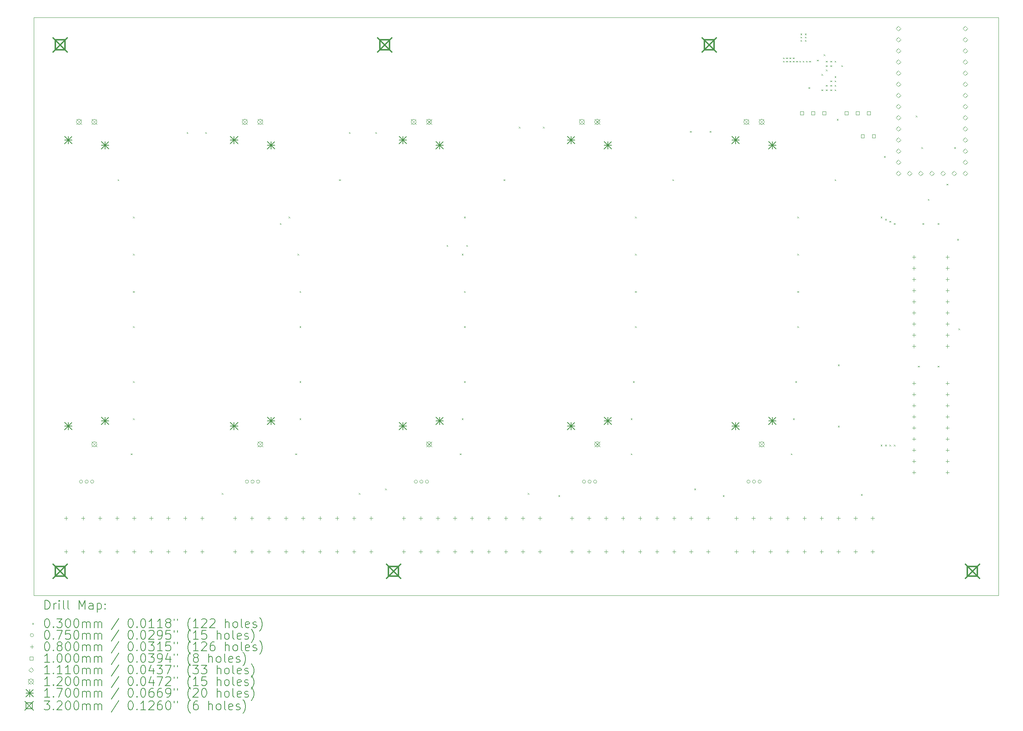
<source format=gbr>
%TF.GenerationSoftware,KiCad,Pcbnew,8.0.1*%
%TF.CreationDate,2024-04-10T00:32:05-05:00*%
%TF.ProjectId,ControlMixer,436f6e74-726f-46c4-9d69-7865722e6b69,rev?*%
%TF.SameCoordinates,Original*%
%TF.FileFunction,Drillmap*%
%TF.FilePolarity,Positive*%
%FSLAX45Y45*%
G04 Gerber Fmt 4.5, Leading zero omitted, Abs format (unit mm)*
G04 Created by KiCad (PCBNEW 8.0.1) date 2024-04-10 00:32:05*
%MOMM*%
%LPD*%
G01*
G04 APERTURE LIST*
%ADD10C,0.050000*%
%ADD11C,0.200000*%
%ADD12C,0.100000*%
%ADD13C,0.111000*%
%ADD14C,0.120000*%
%ADD15C,0.170000*%
%ADD16C,0.320000*%
G04 APERTURE END LIST*
D10*
X3396250Y-2775000D02*
X25396250Y-2775000D01*
X25396250Y-15950000D01*
X3396250Y-15950000D01*
X3396250Y-2775000D01*
D11*
D12*
X5310000Y-6465500D02*
X5340000Y-6495500D01*
X5340000Y-6465500D02*
X5310000Y-6495500D01*
X5610000Y-12715500D02*
X5640000Y-12745500D01*
X5640000Y-12715500D02*
X5610000Y-12745500D01*
X5660000Y-7315500D02*
X5690000Y-7345500D01*
X5690000Y-7315500D02*
X5660000Y-7345500D01*
X5660000Y-8165500D02*
X5690000Y-8195500D01*
X5690000Y-8165500D02*
X5660000Y-8195500D01*
X5660000Y-9015500D02*
X5690000Y-9045500D01*
X5690000Y-9015500D02*
X5660000Y-9045500D01*
X5660000Y-9815500D02*
X5690000Y-9845500D01*
X5690000Y-9815500D02*
X5660000Y-9845500D01*
X5660000Y-11065500D02*
X5690000Y-11095500D01*
X5690000Y-11065500D02*
X5660000Y-11095500D01*
X5660000Y-11915500D02*
X5690000Y-11945500D01*
X5690000Y-11915500D02*
X5660000Y-11945500D01*
X6885000Y-5390500D02*
X6915000Y-5420500D01*
X6915000Y-5390500D02*
X6885000Y-5420500D01*
X7310000Y-5390500D02*
X7340000Y-5420500D01*
X7340000Y-5390500D02*
X7310000Y-5420500D01*
X7685000Y-13615500D02*
X7715000Y-13645500D01*
X7715000Y-13615500D02*
X7685000Y-13645500D01*
X9010000Y-7465500D02*
X9040000Y-7495500D01*
X9040000Y-7465500D02*
X9010000Y-7495500D01*
X9210000Y-7315500D02*
X9240000Y-7345500D01*
X9240000Y-7315500D02*
X9210000Y-7345500D01*
X9360000Y-12715500D02*
X9390000Y-12745500D01*
X9390000Y-12715500D02*
X9360000Y-12745500D01*
X9410000Y-8165500D02*
X9440000Y-8195500D01*
X9440000Y-8165500D02*
X9410000Y-8195500D01*
X9460000Y-9015500D02*
X9490000Y-9045500D01*
X9490000Y-9015500D02*
X9460000Y-9045500D01*
X9460000Y-9815500D02*
X9490000Y-9845500D01*
X9490000Y-9815500D02*
X9460000Y-9845500D01*
X9460000Y-11065500D02*
X9490000Y-11095500D01*
X9490000Y-11065500D02*
X9460000Y-11095500D01*
X9460000Y-11915500D02*
X9490000Y-11945500D01*
X9490000Y-11915500D02*
X9460000Y-11945500D01*
X10360000Y-6465500D02*
X10390000Y-6495500D01*
X10390000Y-6465500D02*
X10360000Y-6495500D01*
X10585000Y-5390500D02*
X10615000Y-5420500D01*
X10615000Y-5390500D02*
X10585000Y-5420500D01*
X10810000Y-13615500D02*
X10840000Y-13645500D01*
X10840000Y-13615500D02*
X10810000Y-13645500D01*
X11185000Y-5390500D02*
X11215000Y-5420500D01*
X11215000Y-5390500D02*
X11185000Y-5420500D01*
X11410000Y-13515500D02*
X11440000Y-13545500D01*
X11440000Y-13515500D02*
X11410000Y-13545500D01*
X12810000Y-7965500D02*
X12840000Y-7995500D01*
X12840000Y-7965500D02*
X12810000Y-7995500D01*
X13110000Y-12715500D02*
X13140000Y-12745500D01*
X13140000Y-12715500D02*
X13110000Y-12745500D01*
X13160000Y-8165500D02*
X13190000Y-8195500D01*
X13190000Y-8165500D02*
X13160000Y-8195500D01*
X13160000Y-11915500D02*
X13190000Y-11945500D01*
X13190000Y-11915500D02*
X13160000Y-11945500D01*
X13210000Y-7315500D02*
X13240000Y-7345500D01*
X13240000Y-7315500D02*
X13210000Y-7345500D01*
X13210000Y-9015500D02*
X13240000Y-9045500D01*
X13240000Y-9015500D02*
X13210000Y-9045500D01*
X13210000Y-9815500D02*
X13240000Y-9845500D01*
X13240000Y-9815500D02*
X13210000Y-9845500D01*
X13210000Y-11065500D02*
X13240000Y-11095500D01*
X13240000Y-11065500D02*
X13210000Y-11095500D01*
X13260000Y-7965500D02*
X13290000Y-7995500D01*
X13290000Y-7965500D02*
X13260000Y-7995500D01*
X14110000Y-6465500D02*
X14140000Y-6495500D01*
X14140000Y-6465500D02*
X14110000Y-6495500D01*
X14460000Y-5265500D02*
X14490000Y-5295500D01*
X14490000Y-5265500D02*
X14460000Y-5295500D01*
X14660000Y-13615500D02*
X14690000Y-13645500D01*
X14690000Y-13615500D02*
X14660000Y-13645500D01*
X15010000Y-5265500D02*
X15040000Y-5295500D01*
X15040000Y-5265500D02*
X15010000Y-5295500D01*
X15360000Y-13665500D02*
X15390000Y-13695500D01*
X15390000Y-13665500D02*
X15360000Y-13695500D01*
X17010000Y-11915500D02*
X17040000Y-11945500D01*
X17040000Y-11915500D02*
X17010000Y-11945500D01*
X17010000Y-12715500D02*
X17040000Y-12745500D01*
X17040000Y-12715500D02*
X17010000Y-12745500D01*
X17060000Y-11065500D02*
X17090000Y-11095500D01*
X17090000Y-11065500D02*
X17060000Y-11095500D01*
X17110000Y-7315500D02*
X17140000Y-7345500D01*
X17140000Y-7315500D02*
X17110000Y-7345500D01*
X17110000Y-8165500D02*
X17140000Y-8195500D01*
X17140000Y-8165500D02*
X17110000Y-8195500D01*
X17110000Y-9015500D02*
X17140000Y-9045500D01*
X17140000Y-9015500D02*
X17110000Y-9045500D01*
X17110000Y-9815500D02*
X17140000Y-9845500D01*
X17140000Y-9815500D02*
X17110000Y-9845500D01*
X17960000Y-6465500D02*
X17990000Y-6495500D01*
X17990000Y-6465500D02*
X17960000Y-6495500D01*
X18360000Y-5365500D02*
X18390000Y-5395500D01*
X18390000Y-5365500D02*
X18360000Y-5395500D01*
X18460000Y-13515500D02*
X18490000Y-13545500D01*
X18490000Y-13515500D02*
X18460000Y-13545500D01*
X18810000Y-5365500D02*
X18840000Y-5395500D01*
X18840000Y-5365500D02*
X18810000Y-5395500D01*
X19110000Y-13665500D02*
X19140000Y-13695500D01*
X19140000Y-13665500D02*
X19110000Y-13695500D01*
X20481246Y-3690500D02*
X20511246Y-3720500D01*
X20511246Y-3690500D02*
X20481246Y-3720500D01*
X20481246Y-3765500D02*
X20511246Y-3795500D01*
X20511246Y-3765500D02*
X20481246Y-3795500D01*
X20556246Y-3690500D02*
X20586246Y-3720500D01*
X20586246Y-3690500D02*
X20556246Y-3720500D01*
X20556246Y-3765500D02*
X20586246Y-3795500D01*
X20586246Y-3765500D02*
X20556246Y-3795500D01*
X20631246Y-3690500D02*
X20661246Y-3720500D01*
X20661246Y-3690500D02*
X20631246Y-3720500D01*
X20631246Y-3765500D02*
X20661246Y-3795500D01*
X20661246Y-3765500D02*
X20631246Y-3795500D01*
X20660000Y-12715500D02*
X20690000Y-12745500D01*
X20690000Y-12715500D02*
X20660000Y-12745500D01*
X20706246Y-3690500D02*
X20736246Y-3720500D01*
X20736246Y-3690500D02*
X20706246Y-3720500D01*
X20706246Y-3765500D02*
X20736246Y-3795500D01*
X20736246Y-3765500D02*
X20706246Y-3795500D01*
X20710000Y-11915500D02*
X20740000Y-11945500D01*
X20740000Y-11915500D02*
X20710000Y-11945500D01*
X20760000Y-11065500D02*
X20790000Y-11095500D01*
X20790000Y-11065500D02*
X20760000Y-11095500D01*
X20781246Y-3765500D02*
X20811246Y-3795500D01*
X20811246Y-3765500D02*
X20781246Y-3795500D01*
X20810000Y-7315500D02*
X20840000Y-7345500D01*
X20840000Y-7315500D02*
X20810000Y-7345500D01*
X20810000Y-8165500D02*
X20840000Y-8195500D01*
X20840000Y-8165500D02*
X20810000Y-8195500D01*
X20810000Y-9015500D02*
X20840000Y-9045500D01*
X20840000Y-9015500D02*
X20810000Y-9045500D01*
X20810000Y-9815500D02*
X20840000Y-9845500D01*
X20840000Y-9815500D02*
X20810000Y-9845500D01*
X20856246Y-3765500D02*
X20886246Y-3795500D01*
X20886246Y-3765500D02*
X20856246Y-3795500D01*
X20881246Y-3140500D02*
X20911246Y-3170500D01*
X20911246Y-3140500D02*
X20881246Y-3170500D01*
X20881246Y-3215500D02*
X20911246Y-3245500D01*
X20911246Y-3215500D02*
X20881246Y-3245500D01*
X20881246Y-3290500D02*
X20911246Y-3320500D01*
X20911246Y-3290500D02*
X20881246Y-3320500D01*
X20931246Y-3765500D02*
X20961246Y-3795500D01*
X20961246Y-3765500D02*
X20931246Y-3795500D01*
X20981246Y-3140500D02*
X21011246Y-3170500D01*
X21011246Y-3140500D02*
X20981246Y-3170500D01*
X20981246Y-3215500D02*
X21011246Y-3245500D01*
X21011246Y-3215500D02*
X20981246Y-3245500D01*
X20981246Y-3290500D02*
X21011246Y-3320500D01*
X21011246Y-3290500D02*
X20981246Y-3320500D01*
X21006246Y-3765500D02*
X21036246Y-3795500D01*
X21036246Y-3765500D02*
X21006246Y-3795500D01*
X21060000Y-4365500D02*
X21090000Y-4395500D01*
X21090000Y-4365500D02*
X21060000Y-4395500D01*
X21081246Y-3765500D02*
X21111246Y-3795500D01*
X21111246Y-3765500D02*
X21081246Y-3795500D01*
X21256246Y-3740500D02*
X21286246Y-3770500D01*
X21286246Y-3740500D02*
X21256246Y-3770500D01*
X21360000Y-4065500D02*
X21390000Y-4095500D01*
X21390000Y-4065500D02*
X21360000Y-4095500D01*
X21360000Y-4415500D02*
X21390000Y-4445500D01*
X21390000Y-4415500D02*
X21360000Y-4445500D01*
X21410000Y-3615500D02*
X21440000Y-3645500D01*
X21440000Y-3615500D02*
X21410000Y-3645500D01*
X21460000Y-3765500D02*
X21490000Y-3795500D01*
X21490000Y-3765500D02*
X21460000Y-3795500D01*
X21460000Y-3865500D02*
X21490000Y-3895500D01*
X21490000Y-3865500D02*
X21460000Y-3895500D01*
X21460000Y-3965500D02*
X21490000Y-3995500D01*
X21490000Y-3965500D02*
X21460000Y-3995500D01*
X21460000Y-4315500D02*
X21490000Y-4345500D01*
X21490000Y-4315500D02*
X21460000Y-4345500D01*
X21460000Y-4415500D02*
X21490000Y-4445500D01*
X21490000Y-4415500D02*
X21460000Y-4445500D01*
X21560000Y-3765500D02*
X21590000Y-3795500D01*
X21590000Y-3765500D02*
X21560000Y-3795500D01*
X21560000Y-3865500D02*
X21590000Y-3895500D01*
X21590000Y-3865500D02*
X21560000Y-3895500D01*
X21560000Y-4215500D02*
X21590000Y-4245500D01*
X21590000Y-4215500D02*
X21560000Y-4245500D01*
X21560000Y-4315500D02*
X21590000Y-4345500D01*
X21590000Y-4315500D02*
X21560000Y-4345500D01*
X21560000Y-4415500D02*
X21590000Y-4445500D01*
X21590000Y-4415500D02*
X21560000Y-4445500D01*
X21660000Y-3765500D02*
X21690000Y-3795500D01*
X21690000Y-3765500D02*
X21660000Y-3795500D01*
X21660000Y-4115500D02*
X21690000Y-4145500D01*
X21690000Y-4115500D02*
X21660000Y-4145500D01*
X21660000Y-4215500D02*
X21690000Y-4245500D01*
X21690000Y-4215500D02*
X21660000Y-4245500D01*
X21660000Y-4315500D02*
X21690000Y-4345500D01*
X21690000Y-4315500D02*
X21660000Y-4345500D01*
X21660000Y-4415500D02*
X21690000Y-4445500D01*
X21690000Y-4415500D02*
X21660000Y-4445500D01*
X21660000Y-6465500D02*
X21690000Y-6495500D01*
X21690000Y-6465500D02*
X21660000Y-6495500D01*
X21710000Y-5090500D02*
X21740000Y-5120500D01*
X21740000Y-5090500D02*
X21710000Y-5120500D01*
X21735000Y-10685000D02*
X21765000Y-10715000D01*
X21765000Y-10685000D02*
X21735000Y-10715000D01*
X21735000Y-12085000D02*
X21765000Y-12115000D01*
X21765000Y-12085000D02*
X21735000Y-12115000D01*
X21810000Y-3865500D02*
X21840000Y-3895500D01*
X21840000Y-3865500D02*
X21810000Y-3895500D01*
X22260000Y-13640500D02*
X22290000Y-13670500D01*
X22290000Y-13640500D02*
X22260000Y-13670500D01*
X22710000Y-7315500D02*
X22740000Y-7345500D01*
X22740000Y-7315500D02*
X22710000Y-7345500D01*
X22710000Y-12515500D02*
X22740000Y-12545500D01*
X22740000Y-12515500D02*
X22710000Y-12545500D01*
X22785000Y-5935000D02*
X22815000Y-5965000D01*
X22815000Y-5935000D02*
X22785000Y-5965000D01*
X22810000Y-7365500D02*
X22840000Y-7395500D01*
X22840000Y-7365500D02*
X22810000Y-7395500D01*
X22810000Y-12515500D02*
X22840000Y-12545500D01*
X22840000Y-12515500D02*
X22810000Y-12545500D01*
X22910000Y-7415500D02*
X22940000Y-7445500D01*
X22940000Y-7415500D02*
X22910000Y-7445500D01*
X22910000Y-12515500D02*
X22940000Y-12545500D01*
X22940000Y-12515500D02*
X22910000Y-12545500D01*
X23010000Y-7465500D02*
X23040000Y-7495500D01*
X23040000Y-7465500D02*
X23010000Y-7495500D01*
X23010000Y-12515500D02*
X23040000Y-12545500D01*
X23040000Y-12515500D02*
X23010000Y-12545500D01*
X23510000Y-5015500D02*
X23540000Y-5045500D01*
X23540000Y-5015500D02*
X23510000Y-5045500D01*
X23560000Y-10715500D02*
X23590000Y-10745500D01*
X23590000Y-10715500D02*
X23560000Y-10745500D01*
X23635000Y-5735000D02*
X23665000Y-5765000D01*
X23665000Y-5735000D02*
X23635000Y-5765000D01*
X23660000Y-7465500D02*
X23690000Y-7495500D01*
X23690000Y-7465500D02*
X23660000Y-7495500D01*
X23785000Y-6915500D02*
X23815000Y-6945500D01*
X23815000Y-6915500D02*
X23785000Y-6945500D01*
X24010000Y-7465500D02*
X24040000Y-7495500D01*
X24040000Y-7465500D02*
X24010000Y-7495500D01*
X24010000Y-10715500D02*
X24040000Y-10745500D01*
X24040000Y-10715500D02*
X24010000Y-10745500D01*
X24210000Y-6565500D02*
X24240000Y-6595500D01*
X24240000Y-6565500D02*
X24210000Y-6595500D01*
X24385000Y-5735000D02*
X24415000Y-5765000D01*
X24415000Y-5735000D02*
X24385000Y-5765000D01*
X24451250Y-7824250D02*
X24481250Y-7854250D01*
X24481250Y-7824250D02*
X24451250Y-7854250D01*
X24485000Y-9865500D02*
X24515000Y-9895500D01*
X24515000Y-9865500D02*
X24485000Y-9895500D01*
X4514406Y-13356500D02*
G75*
G02*
X4439406Y-13356500I-37500J0D01*
G01*
X4439406Y-13356500D02*
G75*
G02*
X4514406Y-13356500I37500J0D01*
G01*
X4641406Y-13356500D02*
G75*
G02*
X4566406Y-13356500I-37500J0D01*
G01*
X4566406Y-13356500D02*
G75*
G02*
X4641406Y-13356500I37500J0D01*
G01*
X4768406Y-13356500D02*
G75*
G02*
X4693406Y-13356500I-37500J0D01*
G01*
X4693406Y-13356500D02*
G75*
G02*
X4768406Y-13356500I37500J0D01*
G01*
X8296750Y-13356500D02*
G75*
G02*
X8221750Y-13356500I-37500J0D01*
G01*
X8221750Y-13356500D02*
G75*
G02*
X8296750Y-13356500I37500J0D01*
G01*
X8423750Y-13356500D02*
G75*
G02*
X8348750Y-13356500I-37500J0D01*
G01*
X8348750Y-13356500D02*
G75*
G02*
X8423750Y-13356500I37500J0D01*
G01*
X8550750Y-13356500D02*
G75*
G02*
X8475750Y-13356500I-37500J0D01*
G01*
X8475750Y-13356500D02*
G75*
G02*
X8550750Y-13356500I37500J0D01*
G01*
X12146750Y-13356500D02*
G75*
G02*
X12071750Y-13356500I-37500J0D01*
G01*
X12071750Y-13356500D02*
G75*
G02*
X12146750Y-13356500I37500J0D01*
G01*
X12273750Y-13356500D02*
G75*
G02*
X12198750Y-13356500I-37500J0D01*
G01*
X12198750Y-13356500D02*
G75*
G02*
X12273750Y-13356500I37500J0D01*
G01*
X12400750Y-13356500D02*
G75*
G02*
X12325750Y-13356500I-37500J0D01*
G01*
X12325750Y-13356500D02*
G75*
G02*
X12400750Y-13356500I37500J0D01*
G01*
X15981750Y-13356500D02*
G75*
G02*
X15906750Y-13356500I-37500J0D01*
G01*
X15906750Y-13356500D02*
G75*
G02*
X15981750Y-13356500I37500J0D01*
G01*
X16108750Y-13356500D02*
G75*
G02*
X16033750Y-13356500I-37500J0D01*
G01*
X16033750Y-13356500D02*
G75*
G02*
X16108750Y-13356500I37500J0D01*
G01*
X16235750Y-13356500D02*
G75*
G02*
X16160750Y-13356500I-37500J0D01*
G01*
X16160750Y-13356500D02*
G75*
G02*
X16235750Y-13356500I37500J0D01*
G01*
X19731750Y-13356500D02*
G75*
G02*
X19656750Y-13356500I-37500J0D01*
G01*
X19656750Y-13356500D02*
G75*
G02*
X19731750Y-13356500I37500J0D01*
G01*
X19858750Y-13356500D02*
G75*
G02*
X19783750Y-13356500I-37500J0D01*
G01*
X19783750Y-13356500D02*
G75*
G02*
X19858750Y-13356500I37500J0D01*
G01*
X19985750Y-13356500D02*
G75*
G02*
X19910750Y-13356500I-37500J0D01*
G01*
X19910750Y-13356500D02*
G75*
G02*
X19985750Y-13356500I37500J0D01*
G01*
X4133281Y-14149500D02*
X4133281Y-14229500D01*
X4093281Y-14189500D02*
X4173281Y-14189500D01*
X4133281Y-14911500D02*
X4133281Y-14991500D01*
X4093281Y-14951500D02*
X4173281Y-14951500D01*
X4521406Y-14149500D02*
X4521406Y-14229500D01*
X4481406Y-14189500D02*
X4561406Y-14189500D01*
X4521406Y-14911500D02*
X4521406Y-14991500D01*
X4481406Y-14951500D02*
X4561406Y-14951500D01*
X4909531Y-14149500D02*
X4909531Y-14229500D01*
X4869531Y-14189500D02*
X4949531Y-14189500D01*
X4909531Y-14911500D02*
X4909531Y-14991500D01*
X4869531Y-14951500D02*
X4949531Y-14951500D01*
X5297656Y-14149500D02*
X5297656Y-14229500D01*
X5257656Y-14189500D02*
X5337656Y-14189500D01*
X5297656Y-14911500D02*
X5297656Y-14991500D01*
X5257656Y-14951500D02*
X5337656Y-14951500D01*
X5685781Y-14149500D02*
X5685781Y-14229500D01*
X5645781Y-14189500D02*
X5725781Y-14189500D01*
X5685781Y-14911500D02*
X5685781Y-14991500D01*
X5645781Y-14951500D02*
X5725781Y-14951500D01*
X6073906Y-14149500D02*
X6073906Y-14229500D01*
X6033906Y-14189500D02*
X6113906Y-14189500D01*
X6073906Y-14911500D02*
X6073906Y-14991500D01*
X6033906Y-14951500D02*
X6113906Y-14951500D01*
X6462031Y-14149500D02*
X6462031Y-14229500D01*
X6422031Y-14189500D02*
X6502031Y-14189500D01*
X6462031Y-14911500D02*
X6462031Y-14991500D01*
X6422031Y-14951500D02*
X6502031Y-14951500D01*
X6850156Y-14149500D02*
X6850156Y-14229500D01*
X6810156Y-14189500D02*
X6890156Y-14189500D01*
X6850156Y-14911500D02*
X6850156Y-14991500D01*
X6810156Y-14951500D02*
X6890156Y-14951500D01*
X7238281Y-14149500D02*
X7238281Y-14229500D01*
X7198281Y-14189500D02*
X7278281Y-14189500D01*
X7238281Y-14911500D02*
X7238281Y-14991500D01*
X7198281Y-14951500D02*
X7278281Y-14951500D01*
X7983750Y-14149500D02*
X7983750Y-14229500D01*
X7943750Y-14189500D02*
X8023750Y-14189500D01*
X7983750Y-14911500D02*
X7983750Y-14991500D01*
X7943750Y-14951500D02*
X8023750Y-14951500D01*
X8371875Y-14149500D02*
X8371875Y-14229500D01*
X8331875Y-14189500D02*
X8411875Y-14189500D01*
X8371875Y-14911500D02*
X8371875Y-14991500D01*
X8331875Y-14951500D02*
X8411875Y-14951500D01*
X8760000Y-14149500D02*
X8760000Y-14229500D01*
X8720000Y-14189500D02*
X8800000Y-14189500D01*
X8760000Y-14911500D02*
X8760000Y-14991500D01*
X8720000Y-14951500D02*
X8800000Y-14951500D01*
X9148125Y-14149500D02*
X9148125Y-14229500D01*
X9108125Y-14189500D02*
X9188125Y-14189500D01*
X9148125Y-14911500D02*
X9148125Y-14991500D01*
X9108125Y-14951500D02*
X9188125Y-14951500D01*
X9536250Y-14149500D02*
X9536250Y-14229500D01*
X9496250Y-14189500D02*
X9576250Y-14189500D01*
X9536250Y-14911500D02*
X9536250Y-14991500D01*
X9496250Y-14951500D02*
X9576250Y-14951500D01*
X9924375Y-14149500D02*
X9924375Y-14229500D01*
X9884375Y-14189500D02*
X9964375Y-14189500D01*
X9924375Y-14911500D02*
X9924375Y-14991500D01*
X9884375Y-14951500D02*
X9964375Y-14951500D01*
X10312500Y-14149500D02*
X10312500Y-14229500D01*
X10272500Y-14189500D02*
X10352500Y-14189500D01*
X10312500Y-14911500D02*
X10312500Y-14991500D01*
X10272500Y-14951500D02*
X10352500Y-14951500D01*
X10700625Y-14149500D02*
X10700625Y-14229500D01*
X10660625Y-14189500D02*
X10740625Y-14189500D01*
X10700625Y-14911500D02*
X10700625Y-14991500D01*
X10660625Y-14951500D02*
X10740625Y-14951500D01*
X11088750Y-14149500D02*
X11088750Y-14229500D01*
X11048750Y-14189500D02*
X11128750Y-14189500D01*
X11088750Y-14911500D02*
X11088750Y-14991500D01*
X11048750Y-14951500D02*
X11128750Y-14951500D01*
X11833750Y-14149500D02*
X11833750Y-14229500D01*
X11793750Y-14189500D02*
X11873750Y-14189500D01*
X11833750Y-14911500D02*
X11833750Y-14991500D01*
X11793750Y-14951500D02*
X11873750Y-14951500D01*
X12221875Y-14149500D02*
X12221875Y-14229500D01*
X12181875Y-14189500D02*
X12261875Y-14189500D01*
X12221875Y-14911500D02*
X12221875Y-14991500D01*
X12181875Y-14951500D02*
X12261875Y-14951500D01*
X12610000Y-14149500D02*
X12610000Y-14229500D01*
X12570000Y-14189500D02*
X12650000Y-14189500D01*
X12610000Y-14911500D02*
X12610000Y-14991500D01*
X12570000Y-14951500D02*
X12650000Y-14951500D01*
X12998125Y-14149500D02*
X12998125Y-14229500D01*
X12958125Y-14189500D02*
X13038125Y-14189500D01*
X12998125Y-14911500D02*
X12998125Y-14991500D01*
X12958125Y-14951500D02*
X13038125Y-14951500D01*
X13386250Y-14149500D02*
X13386250Y-14229500D01*
X13346250Y-14189500D02*
X13426250Y-14189500D01*
X13386250Y-14911500D02*
X13386250Y-14991500D01*
X13346250Y-14951500D02*
X13426250Y-14951500D01*
X13774375Y-14149500D02*
X13774375Y-14229500D01*
X13734375Y-14189500D02*
X13814375Y-14189500D01*
X13774375Y-14911500D02*
X13774375Y-14991500D01*
X13734375Y-14951500D02*
X13814375Y-14951500D01*
X14162500Y-14149500D02*
X14162500Y-14229500D01*
X14122500Y-14189500D02*
X14202500Y-14189500D01*
X14162500Y-14911500D02*
X14162500Y-14991500D01*
X14122500Y-14951500D02*
X14202500Y-14951500D01*
X14550625Y-14149500D02*
X14550625Y-14229500D01*
X14510625Y-14189500D02*
X14590625Y-14189500D01*
X14550625Y-14911500D02*
X14550625Y-14991500D01*
X14510625Y-14951500D02*
X14590625Y-14951500D01*
X14938750Y-14149500D02*
X14938750Y-14229500D01*
X14898750Y-14189500D02*
X14978750Y-14189500D01*
X14938750Y-14911500D02*
X14938750Y-14991500D01*
X14898750Y-14951500D02*
X14978750Y-14951500D01*
X15668750Y-14149500D02*
X15668750Y-14229500D01*
X15628750Y-14189500D02*
X15708750Y-14189500D01*
X15668750Y-14911500D02*
X15668750Y-14991500D01*
X15628750Y-14951500D02*
X15708750Y-14951500D01*
X16056875Y-14149500D02*
X16056875Y-14229500D01*
X16016875Y-14189500D02*
X16096875Y-14189500D01*
X16056875Y-14911500D02*
X16056875Y-14991500D01*
X16016875Y-14951500D02*
X16096875Y-14951500D01*
X16445000Y-14149500D02*
X16445000Y-14229500D01*
X16405000Y-14189500D02*
X16485000Y-14189500D01*
X16445000Y-14911500D02*
X16445000Y-14991500D01*
X16405000Y-14951500D02*
X16485000Y-14951500D01*
X16833125Y-14149500D02*
X16833125Y-14229500D01*
X16793125Y-14189500D02*
X16873125Y-14189500D01*
X16833125Y-14911500D02*
X16833125Y-14991500D01*
X16793125Y-14951500D02*
X16873125Y-14951500D01*
X17221250Y-14149500D02*
X17221250Y-14229500D01*
X17181250Y-14189500D02*
X17261250Y-14189500D01*
X17221250Y-14911500D02*
X17221250Y-14991500D01*
X17181250Y-14951500D02*
X17261250Y-14951500D01*
X17609375Y-14149500D02*
X17609375Y-14229500D01*
X17569375Y-14189500D02*
X17649375Y-14189500D01*
X17609375Y-14911500D02*
X17609375Y-14991500D01*
X17569375Y-14951500D02*
X17649375Y-14951500D01*
X17997500Y-14149500D02*
X17997500Y-14229500D01*
X17957500Y-14189500D02*
X18037500Y-14189500D01*
X17997500Y-14911500D02*
X17997500Y-14991500D01*
X17957500Y-14951500D02*
X18037500Y-14951500D01*
X18385625Y-14149500D02*
X18385625Y-14229500D01*
X18345625Y-14189500D02*
X18425625Y-14189500D01*
X18385625Y-14911500D02*
X18385625Y-14991500D01*
X18345625Y-14951500D02*
X18425625Y-14951500D01*
X18773750Y-14149500D02*
X18773750Y-14229500D01*
X18733750Y-14189500D02*
X18813750Y-14189500D01*
X18773750Y-14911500D02*
X18773750Y-14991500D01*
X18733750Y-14951500D02*
X18813750Y-14951500D01*
X19418750Y-14149500D02*
X19418750Y-14229500D01*
X19378750Y-14189500D02*
X19458750Y-14189500D01*
X19418750Y-14911500D02*
X19418750Y-14991500D01*
X19378750Y-14951500D02*
X19458750Y-14951500D01*
X19806875Y-14149500D02*
X19806875Y-14229500D01*
X19766875Y-14189500D02*
X19846875Y-14189500D01*
X19806875Y-14911500D02*
X19806875Y-14991500D01*
X19766875Y-14951500D02*
X19846875Y-14951500D01*
X20195000Y-14149500D02*
X20195000Y-14229500D01*
X20155000Y-14189500D02*
X20235000Y-14189500D01*
X20195000Y-14911500D02*
X20195000Y-14991500D01*
X20155000Y-14951500D02*
X20235000Y-14951500D01*
X20583125Y-14149500D02*
X20583125Y-14229500D01*
X20543125Y-14189500D02*
X20623125Y-14189500D01*
X20583125Y-14911500D02*
X20583125Y-14991500D01*
X20543125Y-14951500D02*
X20623125Y-14951500D01*
X20971250Y-14149500D02*
X20971250Y-14229500D01*
X20931250Y-14189500D02*
X21011250Y-14189500D01*
X20971250Y-14911500D02*
X20971250Y-14991500D01*
X20931250Y-14951500D02*
X21011250Y-14951500D01*
X21359375Y-14149500D02*
X21359375Y-14229500D01*
X21319375Y-14189500D02*
X21399375Y-14189500D01*
X21359375Y-14911500D02*
X21359375Y-14991500D01*
X21319375Y-14951500D02*
X21399375Y-14951500D01*
X21747500Y-14149500D02*
X21747500Y-14229500D01*
X21707500Y-14189500D02*
X21787500Y-14189500D01*
X21747500Y-14911500D02*
X21747500Y-14991500D01*
X21707500Y-14951500D02*
X21787500Y-14951500D01*
X22135625Y-14149500D02*
X22135625Y-14229500D01*
X22095625Y-14189500D02*
X22175625Y-14189500D01*
X22135625Y-14911500D02*
X22135625Y-14991500D01*
X22095625Y-14951500D02*
X22175625Y-14951500D01*
X22523750Y-14149500D02*
X22523750Y-14229500D01*
X22483750Y-14189500D02*
X22563750Y-14189500D01*
X22523750Y-14911500D02*
X22523750Y-14991500D01*
X22483750Y-14951500D02*
X22563750Y-14951500D01*
X23468000Y-8198500D02*
X23468000Y-8278500D01*
X23428000Y-8238500D02*
X23508000Y-8238500D01*
X23468000Y-8452500D02*
X23468000Y-8532500D01*
X23428000Y-8492500D02*
X23508000Y-8492500D01*
X23468000Y-8706500D02*
X23468000Y-8786500D01*
X23428000Y-8746500D02*
X23508000Y-8746500D01*
X23468000Y-8960500D02*
X23468000Y-9040500D01*
X23428000Y-9000500D02*
X23508000Y-9000500D01*
X23468000Y-9214500D02*
X23468000Y-9294500D01*
X23428000Y-9254500D02*
X23508000Y-9254500D01*
X23468000Y-9468500D02*
X23468000Y-9548500D01*
X23428000Y-9508500D02*
X23508000Y-9508500D01*
X23468000Y-9722500D02*
X23468000Y-9802500D01*
X23428000Y-9762500D02*
X23508000Y-9762500D01*
X23468000Y-9976500D02*
X23468000Y-10056500D01*
X23428000Y-10016500D02*
X23508000Y-10016500D01*
X23468000Y-10230500D02*
X23468000Y-10310500D01*
X23428000Y-10270500D02*
X23508000Y-10270500D01*
X23468000Y-11073500D02*
X23468000Y-11153500D01*
X23428000Y-11113500D02*
X23508000Y-11113500D01*
X23468000Y-11327500D02*
X23468000Y-11407500D01*
X23428000Y-11367500D02*
X23508000Y-11367500D01*
X23468000Y-11581500D02*
X23468000Y-11661500D01*
X23428000Y-11621500D02*
X23508000Y-11621500D01*
X23468000Y-11835500D02*
X23468000Y-11915500D01*
X23428000Y-11875500D02*
X23508000Y-11875500D01*
X23468000Y-12089500D02*
X23468000Y-12169500D01*
X23428000Y-12129500D02*
X23508000Y-12129500D01*
X23468000Y-12343500D02*
X23468000Y-12423500D01*
X23428000Y-12383500D02*
X23508000Y-12383500D01*
X23468000Y-12597500D02*
X23468000Y-12677500D01*
X23428000Y-12637500D02*
X23508000Y-12637500D01*
X23468000Y-12851500D02*
X23468000Y-12931500D01*
X23428000Y-12891500D02*
X23508000Y-12891500D01*
X23468000Y-13105500D02*
X23468000Y-13185500D01*
X23428000Y-13145500D02*
X23508000Y-13145500D01*
X24230000Y-8198500D02*
X24230000Y-8278500D01*
X24190000Y-8238500D02*
X24270000Y-8238500D01*
X24230000Y-8452500D02*
X24230000Y-8532500D01*
X24190000Y-8492500D02*
X24270000Y-8492500D01*
X24230000Y-8706500D02*
X24230000Y-8786500D01*
X24190000Y-8746500D02*
X24270000Y-8746500D01*
X24230000Y-8960500D02*
X24230000Y-9040500D01*
X24190000Y-9000500D02*
X24270000Y-9000500D01*
X24230000Y-9214500D02*
X24230000Y-9294500D01*
X24190000Y-9254500D02*
X24270000Y-9254500D01*
X24230000Y-9468500D02*
X24230000Y-9548500D01*
X24190000Y-9508500D02*
X24270000Y-9508500D01*
X24230000Y-9722500D02*
X24230000Y-9802500D01*
X24190000Y-9762500D02*
X24270000Y-9762500D01*
X24230000Y-9976500D02*
X24230000Y-10056500D01*
X24190000Y-10016500D02*
X24270000Y-10016500D01*
X24230000Y-10230500D02*
X24230000Y-10310500D01*
X24190000Y-10270500D02*
X24270000Y-10270500D01*
X24230000Y-11073500D02*
X24230000Y-11153500D01*
X24190000Y-11113500D02*
X24270000Y-11113500D01*
X24230000Y-11327500D02*
X24230000Y-11407500D01*
X24190000Y-11367500D02*
X24270000Y-11367500D01*
X24230000Y-11581500D02*
X24230000Y-11661500D01*
X24190000Y-11621500D02*
X24270000Y-11621500D01*
X24230000Y-11835500D02*
X24230000Y-11915500D01*
X24190000Y-11875500D02*
X24270000Y-11875500D01*
X24230000Y-12089500D02*
X24230000Y-12169500D01*
X24190000Y-12129500D02*
X24270000Y-12129500D01*
X24230000Y-12343500D02*
X24230000Y-12423500D01*
X24190000Y-12383500D02*
X24270000Y-12383500D01*
X24230000Y-12597500D02*
X24230000Y-12677500D01*
X24190000Y-12637500D02*
X24270000Y-12637500D01*
X24230000Y-12851500D02*
X24230000Y-12931500D01*
X24190000Y-12891500D02*
X24270000Y-12891500D01*
X24230000Y-13105500D02*
X24230000Y-13185500D01*
X24190000Y-13145500D02*
X24270000Y-13145500D01*
X20947856Y-4990856D02*
X20947856Y-4920144D01*
X20877144Y-4920144D01*
X20877144Y-4990856D01*
X20947856Y-4990856D01*
X21201856Y-4990856D02*
X21201856Y-4920144D01*
X21131144Y-4920144D01*
X21131144Y-4990856D01*
X21201856Y-4990856D01*
X21455856Y-4990856D02*
X21455856Y-4920144D01*
X21385144Y-4920144D01*
X21385144Y-4990856D01*
X21455856Y-4990856D01*
X21963856Y-4990856D02*
X21963856Y-4920144D01*
X21893144Y-4920144D01*
X21893144Y-4990856D01*
X21963856Y-4990856D01*
X22217856Y-4990856D02*
X22217856Y-4920144D01*
X22147144Y-4920144D01*
X22147144Y-4990856D01*
X22217856Y-4990856D01*
X22332856Y-5515856D02*
X22332856Y-5445144D01*
X22262144Y-5445144D01*
X22262144Y-5515856D01*
X22332856Y-5515856D01*
X22471856Y-4990856D02*
X22471856Y-4920144D01*
X22401144Y-4920144D01*
X22401144Y-4990856D01*
X22471856Y-4990856D01*
X22586856Y-5515856D02*
X22586856Y-5445144D01*
X22516144Y-5445144D01*
X22516144Y-5515856D01*
X22586856Y-5515856D01*
D13*
X23113000Y-3085000D02*
X23168500Y-3029500D01*
X23113000Y-2974000D01*
X23057500Y-3029500D01*
X23113000Y-3085000D01*
X23113000Y-3339000D02*
X23168500Y-3283500D01*
X23113000Y-3228000D01*
X23057500Y-3283500D01*
X23113000Y-3339000D01*
X23113000Y-3593000D02*
X23168500Y-3537500D01*
X23113000Y-3482000D01*
X23057500Y-3537500D01*
X23113000Y-3593000D01*
X23113000Y-3847000D02*
X23168500Y-3791500D01*
X23113000Y-3736000D01*
X23057500Y-3791500D01*
X23113000Y-3847000D01*
X23113000Y-4101000D02*
X23168500Y-4045500D01*
X23113000Y-3990000D01*
X23057500Y-4045500D01*
X23113000Y-4101000D01*
X23113000Y-4355000D02*
X23168500Y-4299500D01*
X23113000Y-4244000D01*
X23057500Y-4299500D01*
X23113000Y-4355000D01*
X23113000Y-4609000D02*
X23168500Y-4553500D01*
X23113000Y-4498000D01*
X23057500Y-4553500D01*
X23113000Y-4609000D01*
X23113000Y-4863000D02*
X23168500Y-4807500D01*
X23113000Y-4752000D01*
X23057500Y-4807500D01*
X23113000Y-4863000D01*
X23113000Y-5117000D02*
X23168500Y-5061500D01*
X23113000Y-5006000D01*
X23057500Y-5061500D01*
X23113000Y-5117000D01*
X23113000Y-5371000D02*
X23168500Y-5315500D01*
X23113000Y-5260000D01*
X23057500Y-5315500D01*
X23113000Y-5371000D01*
X23113000Y-5625000D02*
X23168500Y-5569500D01*
X23113000Y-5514000D01*
X23057500Y-5569500D01*
X23113000Y-5625000D01*
X23113000Y-5879000D02*
X23168500Y-5823500D01*
X23113000Y-5768000D01*
X23057500Y-5823500D01*
X23113000Y-5879000D01*
X23113000Y-6133000D02*
X23168500Y-6077500D01*
X23113000Y-6022000D01*
X23057500Y-6077500D01*
X23113000Y-6133000D01*
X23113000Y-6387000D02*
X23168500Y-6331500D01*
X23113000Y-6276000D01*
X23057500Y-6331500D01*
X23113000Y-6387000D01*
X23367000Y-6387000D02*
X23422500Y-6331500D01*
X23367000Y-6276000D01*
X23311500Y-6331500D01*
X23367000Y-6387000D01*
X23621000Y-6387000D02*
X23676500Y-6331500D01*
X23621000Y-6276000D01*
X23565500Y-6331500D01*
X23621000Y-6387000D01*
X23875000Y-6387000D02*
X23930500Y-6331500D01*
X23875000Y-6276000D01*
X23819500Y-6331500D01*
X23875000Y-6387000D01*
X24129000Y-6387000D02*
X24184500Y-6331500D01*
X24129000Y-6276000D01*
X24073500Y-6331500D01*
X24129000Y-6387000D01*
X24383000Y-6387000D02*
X24438500Y-6331500D01*
X24383000Y-6276000D01*
X24327500Y-6331500D01*
X24383000Y-6387000D01*
X24637000Y-3085000D02*
X24692500Y-3029500D01*
X24637000Y-2974000D01*
X24581500Y-3029500D01*
X24637000Y-3085000D01*
X24637000Y-3339000D02*
X24692500Y-3283500D01*
X24637000Y-3228000D01*
X24581500Y-3283500D01*
X24637000Y-3339000D01*
X24637000Y-3593000D02*
X24692500Y-3537500D01*
X24637000Y-3482000D01*
X24581500Y-3537500D01*
X24637000Y-3593000D01*
X24637000Y-3847000D02*
X24692500Y-3791500D01*
X24637000Y-3736000D01*
X24581500Y-3791500D01*
X24637000Y-3847000D01*
X24637000Y-4101000D02*
X24692500Y-4045500D01*
X24637000Y-3990000D01*
X24581500Y-4045500D01*
X24637000Y-4101000D01*
X24637000Y-4355000D02*
X24692500Y-4299500D01*
X24637000Y-4244000D01*
X24581500Y-4299500D01*
X24637000Y-4355000D01*
X24637000Y-4609000D02*
X24692500Y-4553500D01*
X24637000Y-4498000D01*
X24581500Y-4553500D01*
X24637000Y-4609000D01*
X24637000Y-4863000D02*
X24692500Y-4807500D01*
X24637000Y-4752000D01*
X24581500Y-4807500D01*
X24637000Y-4863000D01*
X24637000Y-5117000D02*
X24692500Y-5061500D01*
X24637000Y-5006000D01*
X24581500Y-5061500D01*
X24637000Y-5117000D01*
X24637000Y-5371000D02*
X24692500Y-5315500D01*
X24637000Y-5260000D01*
X24581500Y-5315500D01*
X24637000Y-5371000D01*
X24637000Y-5625000D02*
X24692500Y-5569500D01*
X24637000Y-5514000D01*
X24581500Y-5569500D01*
X24637000Y-5625000D01*
X24637000Y-5879000D02*
X24692500Y-5823500D01*
X24637000Y-5768000D01*
X24581500Y-5823500D01*
X24637000Y-5879000D01*
X24637000Y-6133000D02*
X24692500Y-6077500D01*
X24637000Y-6022000D01*
X24581500Y-6077500D01*
X24637000Y-6133000D01*
X24637000Y-6387000D02*
X24692500Y-6331500D01*
X24637000Y-6276000D01*
X24581500Y-6331500D01*
X24637000Y-6387000D01*
D14*
X4368906Y-5095500D02*
X4488906Y-5215500D01*
X4488906Y-5095500D02*
X4368906Y-5215500D01*
X4488906Y-5155500D02*
G75*
G02*
X4368906Y-5155500I-60000J0D01*
G01*
X4368906Y-5155500D02*
G75*
G02*
X4488906Y-5155500I60000J0D01*
G01*
X4718906Y-5095500D02*
X4838906Y-5215500D01*
X4838906Y-5095500D02*
X4718906Y-5215500D01*
X4838906Y-5155500D02*
G75*
G02*
X4718906Y-5155500I-60000J0D01*
G01*
X4718906Y-5155500D02*
G75*
G02*
X4838906Y-5155500I60000J0D01*
G01*
X4718906Y-12445500D02*
X4838906Y-12565500D01*
X4838906Y-12445500D02*
X4718906Y-12565500D01*
X4838906Y-12505500D02*
G75*
G02*
X4718906Y-12505500I-60000J0D01*
G01*
X4718906Y-12505500D02*
G75*
G02*
X4838906Y-12505500I60000J0D01*
G01*
X8151250Y-5095500D02*
X8271250Y-5215500D01*
X8271250Y-5095500D02*
X8151250Y-5215500D01*
X8271250Y-5155500D02*
G75*
G02*
X8151250Y-5155500I-60000J0D01*
G01*
X8151250Y-5155500D02*
G75*
G02*
X8271250Y-5155500I60000J0D01*
G01*
X8501250Y-5095500D02*
X8621250Y-5215500D01*
X8621250Y-5095500D02*
X8501250Y-5215500D01*
X8621250Y-5155500D02*
G75*
G02*
X8501250Y-5155500I-60000J0D01*
G01*
X8501250Y-5155500D02*
G75*
G02*
X8621250Y-5155500I60000J0D01*
G01*
X8501250Y-12445500D02*
X8621250Y-12565500D01*
X8621250Y-12445500D02*
X8501250Y-12565500D01*
X8621250Y-12505500D02*
G75*
G02*
X8501250Y-12505500I-60000J0D01*
G01*
X8501250Y-12505500D02*
G75*
G02*
X8621250Y-12505500I60000J0D01*
G01*
X12001250Y-5095500D02*
X12121250Y-5215500D01*
X12121250Y-5095500D02*
X12001250Y-5215500D01*
X12121250Y-5155500D02*
G75*
G02*
X12001250Y-5155500I-60000J0D01*
G01*
X12001250Y-5155500D02*
G75*
G02*
X12121250Y-5155500I60000J0D01*
G01*
X12351250Y-5095500D02*
X12471250Y-5215500D01*
X12471250Y-5095500D02*
X12351250Y-5215500D01*
X12471250Y-5155500D02*
G75*
G02*
X12351250Y-5155500I-60000J0D01*
G01*
X12351250Y-5155500D02*
G75*
G02*
X12471250Y-5155500I60000J0D01*
G01*
X12351250Y-12445500D02*
X12471250Y-12565500D01*
X12471250Y-12445500D02*
X12351250Y-12565500D01*
X12471250Y-12505500D02*
G75*
G02*
X12351250Y-12505500I-60000J0D01*
G01*
X12351250Y-12505500D02*
G75*
G02*
X12471250Y-12505500I60000J0D01*
G01*
X15836250Y-5095500D02*
X15956250Y-5215500D01*
X15956250Y-5095500D02*
X15836250Y-5215500D01*
X15956250Y-5155500D02*
G75*
G02*
X15836250Y-5155500I-60000J0D01*
G01*
X15836250Y-5155500D02*
G75*
G02*
X15956250Y-5155500I60000J0D01*
G01*
X16186250Y-5095500D02*
X16306250Y-5215500D01*
X16306250Y-5095500D02*
X16186250Y-5215500D01*
X16306250Y-5155500D02*
G75*
G02*
X16186250Y-5155500I-60000J0D01*
G01*
X16186250Y-5155500D02*
G75*
G02*
X16306250Y-5155500I60000J0D01*
G01*
X16186250Y-12445500D02*
X16306250Y-12565500D01*
X16306250Y-12445500D02*
X16186250Y-12565500D01*
X16306250Y-12505500D02*
G75*
G02*
X16186250Y-12505500I-60000J0D01*
G01*
X16186250Y-12505500D02*
G75*
G02*
X16306250Y-12505500I60000J0D01*
G01*
X19586250Y-5095500D02*
X19706250Y-5215500D01*
X19706250Y-5095500D02*
X19586250Y-5215500D01*
X19706250Y-5155500D02*
G75*
G02*
X19586250Y-5155500I-60000J0D01*
G01*
X19586250Y-5155500D02*
G75*
G02*
X19706250Y-5155500I60000J0D01*
G01*
X19936250Y-5095500D02*
X20056250Y-5215500D01*
X20056250Y-5095500D02*
X19936250Y-5215500D01*
X20056250Y-5155500D02*
G75*
G02*
X19936250Y-5155500I-60000J0D01*
G01*
X19936250Y-5155500D02*
G75*
G02*
X20056250Y-5155500I60000J0D01*
G01*
X19936250Y-12445500D02*
X20056250Y-12565500D01*
X20056250Y-12445500D02*
X19936250Y-12565500D01*
X20056250Y-12505500D02*
G75*
G02*
X19936250Y-12505500I-60000J0D01*
G01*
X19936250Y-12505500D02*
G75*
G02*
X20056250Y-12505500I60000J0D01*
G01*
D15*
X4098906Y-5485500D02*
X4268906Y-5655500D01*
X4268906Y-5485500D02*
X4098906Y-5655500D01*
X4183906Y-5485500D02*
X4183906Y-5655500D01*
X4098906Y-5570500D02*
X4268906Y-5570500D01*
X4098906Y-12005500D02*
X4268906Y-12175500D01*
X4268906Y-12005500D02*
X4098906Y-12175500D01*
X4183906Y-12005500D02*
X4183906Y-12175500D01*
X4098906Y-12090500D02*
X4268906Y-12090500D01*
X4938906Y-5605500D02*
X5108906Y-5775500D01*
X5108906Y-5605500D02*
X4938906Y-5775500D01*
X5023906Y-5605500D02*
X5023906Y-5775500D01*
X4938906Y-5690500D02*
X5108906Y-5690500D01*
X4938906Y-11885500D02*
X5108906Y-12055500D01*
X5108906Y-11885500D02*
X4938906Y-12055500D01*
X5023906Y-11885500D02*
X5023906Y-12055500D01*
X4938906Y-11970500D02*
X5108906Y-11970500D01*
X7881250Y-5485500D02*
X8051250Y-5655500D01*
X8051250Y-5485500D02*
X7881250Y-5655500D01*
X7966250Y-5485500D02*
X7966250Y-5655500D01*
X7881250Y-5570500D02*
X8051250Y-5570500D01*
X7881250Y-12005500D02*
X8051250Y-12175500D01*
X8051250Y-12005500D02*
X7881250Y-12175500D01*
X7966250Y-12005500D02*
X7966250Y-12175500D01*
X7881250Y-12090500D02*
X8051250Y-12090500D01*
X8721250Y-5605500D02*
X8891250Y-5775500D01*
X8891250Y-5605500D02*
X8721250Y-5775500D01*
X8806250Y-5605500D02*
X8806250Y-5775500D01*
X8721250Y-5690500D02*
X8891250Y-5690500D01*
X8721250Y-11885500D02*
X8891250Y-12055500D01*
X8891250Y-11885500D02*
X8721250Y-12055500D01*
X8806250Y-11885500D02*
X8806250Y-12055500D01*
X8721250Y-11970500D02*
X8891250Y-11970500D01*
X11731250Y-5485500D02*
X11901250Y-5655500D01*
X11901250Y-5485500D02*
X11731250Y-5655500D01*
X11816250Y-5485500D02*
X11816250Y-5655500D01*
X11731250Y-5570500D02*
X11901250Y-5570500D01*
X11731250Y-12005500D02*
X11901250Y-12175500D01*
X11901250Y-12005500D02*
X11731250Y-12175500D01*
X11816250Y-12005500D02*
X11816250Y-12175500D01*
X11731250Y-12090500D02*
X11901250Y-12090500D01*
X12571250Y-5605500D02*
X12741250Y-5775500D01*
X12741250Y-5605500D02*
X12571250Y-5775500D01*
X12656250Y-5605500D02*
X12656250Y-5775500D01*
X12571250Y-5690500D02*
X12741250Y-5690500D01*
X12571250Y-11885500D02*
X12741250Y-12055500D01*
X12741250Y-11885500D02*
X12571250Y-12055500D01*
X12656250Y-11885500D02*
X12656250Y-12055500D01*
X12571250Y-11970500D02*
X12741250Y-11970500D01*
X15566250Y-5485500D02*
X15736250Y-5655500D01*
X15736250Y-5485500D02*
X15566250Y-5655500D01*
X15651250Y-5485500D02*
X15651250Y-5655500D01*
X15566250Y-5570500D02*
X15736250Y-5570500D01*
X15566250Y-12005500D02*
X15736250Y-12175500D01*
X15736250Y-12005500D02*
X15566250Y-12175500D01*
X15651250Y-12005500D02*
X15651250Y-12175500D01*
X15566250Y-12090500D02*
X15736250Y-12090500D01*
X16406250Y-5605500D02*
X16576250Y-5775500D01*
X16576250Y-5605500D02*
X16406250Y-5775500D01*
X16491250Y-5605500D02*
X16491250Y-5775500D01*
X16406250Y-5690500D02*
X16576250Y-5690500D01*
X16406250Y-11885500D02*
X16576250Y-12055500D01*
X16576250Y-11885500D02*
X16406250Y-12055500D01*
X16491250Y-11885500D02*
X16491250Y-12055500D01*
X16406250Y-11970500D02*
X16576250Y-11970500D01*
X19316250Y-5485500D02*
X19486250Y-5655500D01*
X19486250Y-5485500D02*
X19316250Y-5655500D01*
X19401250Y-5485500D02*
X19401250Y-5655500D01*
X19316250Y-5570500D02*
X19486250Y-5570500D01*
X19316250Y-12005500D02*
X19486250Y-12175500D01*
X19486250Y-12005500D02*
X19316250Y-12175500D01*
X19401250Y-12005500D02*
X19401250Y-12175500D01*
X19316250Y-12090500D02*
X19486250Y-12090500D01*
X20156250Y-5605500D02*
X20326250Y-5775500D01*
X20326250Y-5605500D02*
X20156250Y-5775500D01*
X20241250Y-5605500D02*
X20241250Y-5775500D01*
X20156250Y-5690500D02*
X20326250Y-5690500D01*
X20156250Y-11885500D02*
X20326250Y-12055500D01*
X20326250Y-11885500D02*
X20156250Y-12055500D01*
X20241250Y-11885500D02*
X20241250Y-12055500D01*
X20156250Y-11970500D02*
X20326250Y-11970500D01*
D16*
X3840000Y-3240000D02*
X4160000Y-3560000D01*
X4160000Y-3240000D02*
X3840000Y-3560000D01*
X4113138Y-3513138D02*
X4113138Y-3286862D01*
X3886862Y-3286862D01*
X3886862Y-3513138D01*
X4113138Y-3513138D01*
X3840000Y-15240000D02*
X4160000Y-15560000D01*
X4160000Y-15240000D02*
X3840000Y-15560000D01*
X4113138Y-15513138D02*
X4113138Y-15286862D01*
X3886862Y-15286862D01*
X3886862Y-15513138D01*
X4113138Y-15513138D01*
X11240000Y-3240000D02*
X11560000Y-3560000D01*
X11560000Y-3240000D02*
X11240000Y-3560000D01*
X11513138Y-3513138D02*
X11513138Y-3286862D01*
X11286862Y-3286862D01*
X11286862Y-3513138D01*
X11513138Y-3513138D01*
X11440000Y-15240000D02*
X11760000Y-15560000D01*
X11760000Y-15240000D02*
X11440000Y-15560000D01*
X11713138Y-15513138D02*
X11713138Y-15286862D01*
X11486862Y-15286862D01*
X11486862Y-15513138D01*
X11713138Y-15513138D01*
X18640000Y-3240000D02*
X18960000Y-3560000D01*
X18960000Y-3240000D02*
X18640000Y-3560000D01*
X18913138Y-3513138D02*
X18913138Y-3286862D01*
X18686862Y-3286862D01*
X18686862Y-3513138D01*
X18913138Y-3513138D01*
X24640000Y-15240000D02*
X24960000Y-15560000D01*
X24960000Y-15240000D02*
X24640000Y-15560000D01*
X24913138Y-15513138D02*
X24913138Y-15286862D01*
X24686862Y-15286862D01*
X24686862Y-15513138D01*
X24913138Y-15513138D01*
D11*
X3654527Y-16263984D02*
X3654527Y-16063984D01*
X3654527Y-16063984D02*
X3702146Y-16063984D01*
X3702146Y-16063984D02*
X3730717Y-16073508D01*
X3730717Y-16073508D02*
X3749765Y-16092555D01*
X3749765Y-16092555D02*
X3759289Y-16111603D01*
X3759289Y-16111603D02*
X3768812Y-16149698D01*
X3768812Y-16149698D02*
X3768812Y-16178269D01*
X3768812Y-16178269D02*
X3759289Y-16216365D01*
X3759289Y-16216365D02*
X3749765Y-16235412D01*
X3749765Y-16235412D02*
X3730717Y-16254460D01*
X3730717Y-16254460D02*
X3702146Y-16263984D01*
X3702146Y-16263984D02*
X3654527Y-16263984D01*
X3854527Y-16263984D02*
X3854527Y-16130650D01*
X3854527Y-16168746D02*
X3864051Y-16149698D01*
X3864051Y-16149698D02*
X3873574Y-16140174D01*
X3873574Y-16140174D02*
X3892622Y-16130650D01*
X3892622Y-16130650D02*
X3911670Y-16130650D01*
X3978336Y-16263984D02*
X3978336Y-16130650D01*
X3978336Y-16063984D02*
X3968812Y-16073508D01*
X3968812Y-16073508D02*
X3978336Y-16083031D01*
X3978336Y-16083031D02*
X3987860Y-16073508D01*
X3987860Y-16073508D02*
X3978336Y-16063984D01*
X3978336Y-16063984D02*
X3978336Y-16083031D01*
X4102146Y-16263984D02*
X4083098Y-16254460D01*
X4083098Y-16254460D02*
X4073574Y-16235412D01*
X4073574Y-16235412D02*
X4073574Y-16063984D01*
X4206908Y-16263984D02*
X4187860Y-16254460D01*
X4187860Y-16254460D02*
X4178336Y-16235412D01*
X4178336Y-16235412D02*
X4178336Y-16063984D01*
X4435479Y-16263984D02*
X4435479Y-16063984D01*
X4435479Y-16063984D02*
X4502146Y-16206841D01*
X4502146Y-16206841D02*
X4568813Y-16063984D01*
X4568813Y-16063984D02*
X4568813Y-16263984D01*
X4749765Y-16263984D02*
X4749765Y-16159222D01*
X4749765Y-16159222D02*
X4740241Y-16140174D01*
X4740241Y-16140174D02*
X4721194Y-16130650D01*
X4721194Y-16130650D02*
X4683098Y-16130650D01*
X4683098Y-16130650D02*
X4664051Y-16140174D01*
X4749765Y-16254460D02*
X4730717Y-16263984D01*
X4730717Y-16263984D02*
X4683098Y-16263984D01*
X4683098Y-16263984D02*
X4664051Y-16254460D01*
X4664051Y-16254460D02*
X4654527Y-16235412D01*
X4654527Y-16235412D02*
X4654527Y-16216365D01*
X4654527Y-16216365D02*
X4664051Y-16197317D01*
X4664051Y-16197317D02*
X4683098Y-16187793D01*
X4683098Y-16187793D02*
X4730717Y-16187793D01*
X4730717Y-16187793D02*
X4749765Y-16178269D01*
X4845003Y-16130650D02*
X4845003Y-16330650D01*
X4845003Y-16140174D02*
X4864051Y-16130650D01*
X4864051Y-16130650D02*
X4902146Y-16130650D01*
X4902146Y-16130650D02*
X4921194Y-16140174D01*
X4921194Y-16140174D02*
X4930717Y-16149698D01*
X4930717Y-16149698D02*
X4940241Y-16168746D01*
X4940241Y-16168746D02*
X4940241Y-16225888D01*
X4940241Y-16225888D02*
X4930717Y-16244936D01*
X4930717Y-16244936D02*
X4921194Y-16254460D01*
X4921194Y-16254460D02*
X4902146Y-16263984D01*
X4902146Y-16263984D02*
X4864051Y-16263984D01*
X4864051Y-16263984D02*
X4845003Y-16254460D01*
X5025955Y-16244936D02*
X5035479Y-16254460D01*
X5035479Y-16254460D02*
X5025955Y-16263984D01*
X5025955Y-16263984D02*
X5016432Y-16254460D01*
X5016432Y-16254460D02*
X5025955Y-16244936D01*
X5025955Y-16244936D02*
X5025955Y-16263984D01*
X5025955Y-16140174D02*
X5035479Y-16149698D01*
X5035479Y-16149698D02*
X5025955Y-16159222D01*
X5025955Y-16159222D02*
X5016432Y-16149698D01*
X5016432Y-16149698D02*
X5025955Y-16140174D01*
X5025955Y-16140174D02*
X5025955Y-16159222D01*
D12*
X3363750Y-16577500D02*
X3393750Y-16607500D01*
X3393750Y-16577500D02*
X3363750Y-16607500D01*
D11*
X3692622Y-16483984D02*
X3711670Y-16483984D01*
X3711670Y-16483984D02*
X3730717Y-16493508D01*
X3730717Y-16493508D02*
X3740241Y-16503031D01*
X3740241Y-16503031D02*
X3749765Y-16522079D01*
X3749765Y-16522079D02*
X3759289Y-16560174D01*
X3759289Y-16560174D02*
X3759289Y-16607793D01*
X3759289Y-16607793D02*
X3749765Y-16645888D01*
X3749765Y-16645888D02*
X3740241Y-16664936D01*
X3740241Y-16664936D02*
X3730717Y-16674460D01*
X3730717Y-16674460D02*
X3711670Y-16683984D01*
X3711670Y-16683984D02*
X3692622Y-16683984D01*
X3692622Y-16683984D02*
X3673574Y-16674460D01*
X3673574Y-16674460D02*
X3664051Y-16664936D01*
X3664051Y-16664936D02*
X3654527Y-16645888D01*
X3654527Y-16645888D02*
X3645003Y-16607793D01*
X3645003Y-16607793D02*
X3645003Y-16560174D01*
X3645003Y-16560174D02*
X3654527Y-16522079D01*
X3654527Y-16522079D02*
X3664051Y-16503031D01*
X3664051Y-16503031D02*
X3673574Y-16493508D01*
X3673574Y-16493508D02*
X3692622Y-16483984D01*
X3845003Y-16664936D02*
X3854527Y-16674460D01*
X3854527Y-16674460D02*
X3845003Y-16683984D01*
X3845003Y-16683984D02*
X3835479Y-16674460D01*
X3835479Y-16674460D02*
X3845003Y-16664936D01*
X3845003Y-16664936D02*
X3845003Y-16683984D01*
X3921193Y-16483984D02*
X4045003Y-16483984D01*
X4045003Y-16483984D02*
X3978336Y-16560174D01*
X3978336Y-16560174D02*
X4006908Y-16560174D01*
X4006908Y-16560174D02*
X4025955Y-16569698D01*
X4025955Y-16569698D02*
X4035479Y-16579222D01*
X4035479Y-16579222D02*
X4045003Y-16598269D01*
X4045003Y-16598269D02*
X4045003Y-16645888D01*
X4045003Y-16645888D02*
X4035479Y-16664936D01*
X4035479Y-16664936D02*
X4025955Y-16674460D01*
X4025955Y-16674460D02*
X4006908Y-16683984D01*
X4006908Y-16683984D02*
X3949765Y-16683984D01*
X3949765Y-16683984D02*
X3930717Y-16674460D01*
X3930717Y-16674460D02*
X3921193Y-16664936D01*
X4168812Y-16483984D02*
X4187860Y-16483984D01*
X4187860Y-16483984D02*
X4206908Y-16493508D01*
X4206908Y-16493508D02*
X4216432Y-16503031D01*
X4216432Y-16503031D02*
X4225955Y-16522079D01*
X4225955Y-16522079D02*
X4235479Y-16560174D01*
X4235479Y-16560174D02*
X4235479Y-16607793D01*
X4235479Y-16607793D02*
X4225955Y-16645888D01*
X4225955Y-16645888D02*
X4216432Y-16664936D01*
X4216432Y-16664936D02*
X4206908Y-16674460D01*
X4206908Y-16674460D02*
X4187860Y-16683984D01*
X4187860Y-16683984D02*
X4168812Y-16683984D01*
X4168812Y-16683984D02*
X4149765Y-16674460D01*
X4149765Y-16674460D02*
X4140241Y-16664936D01*
X4140241Y-16664936D02*
X4130717Y-16645888D01*
X4130717Y-16645888D02*
X4121193Y-16607793D01*
X4121193Y-16607793D02*
X4121193Y-16560174D01*
X4121193Y-16560174D02*
X4130717Y-16522079D01*
X4130717Y-16522079D02*
X4140241Y-16503031D01*
X4140241Y-16503031D02*
X4149765Y-16493508D01*
X4149765Y-16493508D02*
X4168812Y-16483984D01*
X4359289Y-16483984D02*
X4378336Y-16483984D01*
X4378336Y-16483984D02*
X4397384Y-16493508D01*
X4397384Y-16493508D02*
X4406908Y-16503031D01*
X4406908Y-16503031D02*
X4416432Y-16522079D01*
X4416432Y-16522079D02*
X4425955Y-16560174D01*
X4425955Y-16560174D02*
X4425955Y-16607793D01*
X4425955Y-16607793D02*
X4416432Y-16645888D01*
X4416432Y-16645888D02*
X4406908Y-16664936D01*
X4406908Y-16664936D02*
X4397384Y-16674460D01*
X4397384Y-16674460D02*
X4378336Y-16683984D01*
X4378336Y-16683984D02*
X4359289Y-16683984D01*
X4359289Y-16683984D02*
X4340241Y-16674460D01*
X4340241Y-16674460D02*
X4330717Y-16664936D01*
X4330717Y-16664936D02*
X4321194Y-16645888D01*
X4321194Y-16645888D02*
X4311670Y-16607793D01*
X4311670Y-16607793D02*
X4311670Y-16560174D01*
X4311670Y-16560174D02*
X4321194Y-16522079D01*
X4321194Y-16522079D02*
X4330717Y-16503031D01*
X4330717Y-16503031D02*
X4340241Y-16493508D01*
X4340241Y-16493508D02*
X4359289Y-16483984D01*
X4511670Y-16683984D02*
X4511670Y-16550650D01*
X4511670Y-16569698D02*
X4521194Y-16560174D01*
X4521194Y-16560174D02*
X4540241Y-16550650D01*
X4540241Y-16550650D02*
X4568813Y-16550650D01*
X4568813Y-16550650D02*
X4587860Y-16560174D01*
X4587860Y-16560174D02*
X4597384Y-16579222D01*
X4597384Y-16579222D02*
X4597384Y-16683984D01*
X4597384Y-16579222D02*
X4606908Y-16560174D01*
X4606908Y-16560174D02*
X4625955Y-16550650D01*
X4625955Y-16550650D02*
X4654527Y-16550650D01*
X4654527Y-16550650D02*
X4673575Y-16560174D01*
X4673575Y-16560174D02*
X4683098Y-16579222D01*
X4683098Y-16579222D02*
X4683098Y-16683984D01*
X4778336Y-16683984D02*
X4778336Y-16550650D01*
X4778336Y-16569698D02*
X4787860Y-16560174D01*
X4787860Y-16560174D02*
X4806908Y-16550650D01*
X4806908Y-16550650D02*
X4835479Y-16550650D01*
X4835479Y-16550650D02*
X4854527Y-16560174D01*
X4854527Y-16560174D02*
X4864051Y-16579222D01*
X4864051Y-16579222D02*
X4864051Y-16683984D01*
X4864051Y-16579222D02*
X4873575Y-16560174D01*
X4873575Y-16560174D02*
X4892622Y-16550650D01*
X4892622Y-16550650D02*
X4921194Y-16550650D01*
X4921194Y-16550650D02*
X4940241Y-16560174D01*
X4940241Y-16560174D02*
X4949765Y-16579222D01*
X4949765Y-16579222D02*
X4949765Y-16683984D01*
X5340241Y-16474460D02*
X5168813Y-16731603D01*
X5597384Y-16483984D02*
X5616432Y-16483984D01*
X5616432Y-16483984D02*
X5635479Y-16493508D01*
X5635479Y-16493508D02*
X5645003Y-16503031D01*
X5645003Y-16503031D02*
X5654527Y-16522079D01*
X5654527Y-16522079D02*
X5664051Y-16560174D01*
X5664051Y-16560174D02*
X5664051Y-16607793D01*
X5664051Y-16607793D02*
X5654527Y-16645888D01*
X5654527Y-16645888D02*
X5645003Y-16664936D01*
X5645003Y-16664936D02*
X5635479Y-16674460D01*
X5635479Y-16674460D02*
X5616432Y-16683984D01*
X5616432Y-16683984D02*
X5597384Y-16683984D01*
X5597384Y-16683984D02*
X5578337Y-16674460D01*
X5578337Y-16674460D02*
X5568813Y-16664936D01*
X5568813Y-16664936D02*
X5559289Y-16645888D01*
X5559289Y-16645888D02*
X5549765Y-16607793D01*
X5549765Y-16607793D02*
X5549765Y-16560174D01*
X5549765Y-16560174D02*
X5559289Y-16522079D01*
X5559289Y-16522079D02*
X5568813Y-16503031D01*
X5568813Y-16503031D02*
X5578337Y-16493508D01*
X5578337Y-16493508D02*
X5597384Y-16483984D01*
X5749765Y-16664936D02*
X5759289Y-16674460D01*
X5759289Y-16674460D02*
X5749765Y-16683984D01*
X5749765Y-16683984D02*
X5740241Y-16674460D01*
X5740241Y-16674460D02*
X5749765Y-16664936D01*
X5749765Y-16664936D02*
X5749765Y-16683984D01*
X5883098Y-16483984D02*
X5902146Y-16483984D01*
X5902146Y-16483984D02*
X5921194Y-16493508D01*
X5921194Y-16493508D02*
X5930717Y-16503031D01*
X5930717Y-16503031D02*
X5940241Y-16522079D01*
X5940241Y-16522079D02*
X5949765Y-16560174D01*
X5949765Y-16560174D02*
X5949765Y-16607793D01*
X5949765Y-16607793D02*
X5940241Y-16645888D01*
X5940241Y-16645888D02*
X5930717Y-16664936D01*
X5930717Y-16664936D02*
X5921194Y-16674460D01*
X5921194Y-16674460D02*
X5902146Y-16683984D01*
X5902146Y-16683984D02*
X5883098Y-16683984D01*
X5883098Y-16683984D02*
X5864051Y-16674460D01*
X5864051Y-16674460D02*
X5854527Y-16664936D01*
X5854527Y-16664936D02*
X5845003Y-16645888D01*
X5845003Y-16645888D02*
X5835479Y-16607793D01*
X5835479Y-16607793D02*
X5835479Y-16560174D01*
X5835479Y-16560174D02*
X5845003Y-16522079D01*
X5845003Y-16522079D02*
X5854527Y-16503031D01*
X5854527Y-16503031D02*
X5864051Y-16493508D01*
X5864051Y-16493508D02*
X5883098Y-16483984D01*
X6140241Y-16683984D02*
X6025956Y-16683984D01*
X6083098Y-16683984D02*
X6083098Y-16483984D01*
X6083098Y-16483984D02*
X6064051Y-16512555D01*
X6064051Y-16512555D02*
X6045003Y-16531603D01*
X6045003Y-16531603D02*
X6025956Y-16541127D01*
X6330717Y-16683984D02*
X6216432Y-16683984D01*
X6273575Y-16683984D02*
X6273575Y-16483984D01*
X6273575Y-16483984D02*
X6254527Y-16512555D01*
X6254527Y-16512555D02*
X6235479Y-16531603D01*
X6235479Y-16531603D02*
X6216432Y-16541127D01*
X6445003Y-16569698D02*
X6425956Y-16560174D01*
X6425956Y-16560174D02*
X6416432Y-16550650D01*
X6416432Y-16550650D02*
X6406908Y-16531603D01*
X6406908Y-16531603D02*
X6406908Y-16522079D01*
X6406908Y-16522079D02*
X6416432Y-16503031D01*
X6416432Y-16503031D02*
X6425956Y-16493508D01*
X6425956Y-16493508D02*
X6445003Y-16483984D01*
X6445003Y-16483984D02*
X6483098Y-16483984D01*
X6483098Y-16483984D02*
X6502146Y-16493508D01*
X6502146Y-16493508D02*
X6511670Y-16503031D01*
X6511670Y-16503031D02*
X6521194Y-16522079D01*
X6521194Y-16522079D02*
X6521194Y-16531603D01*
X6521194Y-16531603D02*
X6511670Y-16550650D01*
X6511670Y-16550650D02*
X6502146Y-16560174D01*
X6502146Y-16560174D02*
X6483098Y-16569698D01*
X6483098Y-16569698D02*
X6445003Y-16569698D01*
X6445003Y-16569698D02*
X6425956Y-16579222D01*
X6425956Y-16579222D02*
X6416432Y-16588746D01*
X6416432Y-16588746D02*
X6406908Y-16607793D01*
X6406908Y-16607793D02*
X6406908Y-16645888D01*
X6406908Y-16645888D02*
X6416432Y-16664936D01*
X6416432Y-16664936D02*
X6425956Y-16674460D01*
X6425956Y-16674460D02*
X6445003Y-16683984D01*
X6445003Y-16683984D02*
X6483098Y-16683984D01*
X6483098Y-16683984D02*
X6502146Y-16674460D01*
X6502146Y-16674460D02*
X6511670Y-16664936D01*
X6511670Y-16664936D02*
X6521194Y-16645888D01*
X6521194Y-16645888D02*
X6521194Y-16607793D01*
X6521194Y-16607793D02*
X6511670Y-16588746D01*
X6511670Y-16588746D02*
X6502146Y-16579222D01*
X6502146Y-16579222D02*
X6483098Y-16569698D01*
X6597384Y-16483984D02*
X6597384Y-16522079D01*
X6673575Y-16483984D02*
X6673575Y-16522079D01*
X6968813Y-16760174D02*
X6959289Y-16750650D01*
X6959289Y-16750650D02*
X6940241Y-16722079D01*
X6940241Y-16722079D02*
X6930718Y-16703031D01*
X6930718Y-16703031D02*
X6921194Y-16674460D01*
X6921194Y-16674460D02*
X6911670Y-16626841D01*
X6911670Y-16626841D02*
X6911670Y-16588746D01*
X6911670Y-16588746D02*
X6921194Y-16541127D01*
X6921194Y-16541127D02*
X6930718Y-16512555D01*
X6930718Y-16512555D02*
X6940241Y-16493508D01*
X6940241Y-16493508D02*
X6959289Y-16464936D01*
X6959289Y-16464936D02*
X6968813Y-16455412D01*
X7149765Y-16683984D02*
X7035479Y-16683984D01*
X7092622Y-16683984D02*
X7092622Y-16483984D01*
X7092622Y-16483984D02*
X7073575Y-16512555D01*
X7073575Y-16512555D02*
X7054527Y-16531603D01*
X7054527Y-16531603D02*
X7035479Y-16541127D01*
X7225956Y-16503031D02*
X7235479Y-16493508D01*
X7235479Y-16493508D02*
X7254527Y-16483984D01*
X7254527Y-16483984D02*
X7302146Y-16483984D01*
X7302146Y-16483984D02*
X7321194Y-16493508D01*
X7321194Y-16493508D02*
X7330718Y-16503031D01*
X7330718Y-16503031D02*
X7340241Y-16522079D01*
X7340241Y-16522079D02*
X7340241Y-16541127D01*
X7340241Y-16541127D02*
X7330718Y-16569698D01*
X7330718Y-16569698D02*
X7216432Y-16683984D01*
X7216432Y-16683984D02*
X7340241Y-16683984D01*
X7416432Y-16503031D02*
X7425956Y-16493508D01*
X7425956Y-16493508D02*
X7445003Y-16483984D01*
X7445003Y-16483984D02*
X7492622Y-16483984D01*
X7492622Y-16483984D02*
X7511670Y-16493508D01*
X7511670Y-16493508D02*
X7521194Y-16503031D01*
X7521194Y-16503031D02*
X7530718Y-16522079D01*
X7530718Y-16522079D02*
X7530718Y-16541127D01*
X7530718Y-16541127D02*
X7521194Y-16569698D01*
X7521194Y-16569698D02*
X7406908Y-16683984D01*
X7406908Y-16683984D02*
X7530718Y-16683984D01*
X7768813Y-16683984D02*
X7768813Y-16483984D01*
X7854527Y-16683984D02*
X7854527Y-16579222D01*
X7854527Y-16579222D02*
X7845003Y-16560174D01*
X7845003Y-16560174D02*
X7825956Y-16550650D01*
X7825956Y-16550650D02*
X7797384Y-16550650D01*
X7797384Y-16550650D02*
X7778337Y-16560174D01*
X7778337Y-16560174D02*
X7768813Y-16569698D01*
X7978337Y-16683984D02*
X7959289Y-16674460D01*
X7959289Y-16674460D02*
X7949765Y-16664936D01*
X7949765Y-16664936D02*
X7940241Y-16645888D01*
X7940241Y-16645888D02*
X7940241Y-16588746D01*
X7940241Y-16588746D02*
X7949765Y-16569698D01*
X7949765Y-16569698D02*
X7959289Y-16560174D01*
X7959289Y-16560174D02*
X7978337Y-16550650D01*
X7978337Y-16550650D02*
X8006908Y-16550650D01*
X8006908Y-16550650D02*
X8025956Y-16560174D01*
X8025956Y-16560174D02*
X8035480Y-16569698D01*
X8035480Y-16569698D02*
X8045003Y-16588746D01*
X8045003Y-16588746D02*
X8045003Y-16645888D01*
X8045003Y-16645888D02*
X8035480Y-16664936D01*
X8035480Y-16664936D02*
X8025956Y-16674460D01*
X8025956Y-16674460D02*
X8006908Y-16683984D01*
X8006908Y-16683984D02*
X7978337Y-16683984D01*
X8159289Y-16683984D02*
X8140241Y-16674460D01*
X8140241Y-16674460D02*
X8130718Y-16655412D01*
X8130718Y-16655412D02*
X8130718Y-16483984D01*
X8311670Y-16674460D02*
X8292622Y-16683984D01*
X8292622Y-16683984D02*
X8254527Y-16683984D01*
X8254527Y-16683984D02*
X8235480Y-16674460D01*
X8235480Y-16674460D02*
X8225956Y-16655412D01*
X8225956Y-16655412D02*
X8225956Y-16579222D01*
X8225956Y-16579222D02*
X8235480Y-16560174D01*
X8235480Y-16560174D02*
X8254527Y-16550650D01*
X8254527Y-16550650D02*
X8292622Y-16550650D01*
X8292622Y-16550650D02*
X8311670Y-16560174D01*
X8311670Y-16560174D02*
X8321194Y-16579222D01*
X8321194Y-16579222D02*
X8321194Y-16598269D01*
X8321194Y-16598269D02*
X8225956Y-16617317D01*
X8397384Y-16674460D02*
X8416432Y-16683984D01*
X8416432Y-16683984D02*
X8454527Y-16683984D01*
X8454527Y-16683984D02*
X8473575Y-16674460D01*
X8473575Y-16674460D02*
X8483099Y-16655412D01*
X8483099Y-16655412D02*
X8483099Y-16645888D01*
X8483099Y-16645888D02*
X8473575Y-16626841D01*
X8473575Y-16626841D02*
X8454527Y-16617317D01*
X8454527Y-16617317D02*
X8425956Y-16617317D01*
X8425956Y-16617317D02*
X8406908Y-16607793D01*
X8406908Y-16607793D02*
X8397384Y-16588746D01*
X8397384Y-16588746D02*
X8397384Y-16579222D01*
X8397384Y-16579222D02*
X8406908Y-16560174D01*
X8406908Y-16560174D02*
X8425956Y-16550650D01*
X8425956Y-16550650D02*
X8454527Y-16550650D01*
X8454527Y-16550650D02*
X8473575Y-16560174D01*
X8549765Y-16760174D02*
X8559289Y-16750650D01*
X8559289Y-16750650D02*
X8578337Y-16722079D01*
X8578337Y-16722079D02*
X8587861Y-16703031D01*
X8587861Y-16703031D02*
X8597384Y-16674460D01*
X8597384Y-16674460D02*
X8606908Y-16626841D01*
X8606908Y-16626841D02*
X8606908Y-16588746D01*
X8606908Y-16588746D02*
X8597384Y-16541127D01*
X8597384Y-16541127D02*
X8587861Y-16512555D01*
X8587861Y-16512555D02*
X8578337Y-16493508D01*
X8578337Y-16493508D02*
X8559289Y-16464936D01*
X8559289Y-16464936D02*
X8549765Y-16455412D01*
D12*
X3393750Y-16856500D02*
G75*
G02*
X3318750Y-16856500I-37500J0D01*
G01*
X3318750Y-16856500D02*
G75*
G02*
X3393750Y-16856500I37500J0D01*
G01*
D11*
X3692622Y-16747984D02*
X3711670Y-16747984D01*
X3711670Y-16747984D02*
X3730717Y-16757508D01*
X3730717Y-16757508D02*
X3740241Y-16767031D01*
X3740241Y-16767031D02*
X3749765Y-16786079D01*
X3749765Y-16786079D02*
X3759289Y-16824174D01*
X3759289Y-16824174D02*
X3759289Y-16871793D01*
X3759289Y-16871793D02*
X3749765Y-16909889D01*
X3749765Y-16909889D02*
X3740241Y-16928936D01*
X3740241Y-16928936D02*
X3730717Y-16938460D01*
X3730717Y-16938460D02*
X3711670Y-16947984D01*
X3711670Y-16947984D02*
X3692622Y-16947984D01*
X3692622Y-16947984D02*
X3673574Y-16938460D01*
X3673574Y-16938460D02*
X3664051Y-16928936D01*
X3664051Y-16928936D02*
X3654527Y-16909889D01*
X3654527Y-16909889D02*
X3645003Y-16871793D01*
X3645003Y-16871793D02*
X3645003Y-16824174D01*
X3645003Y-16824174D02*
X3654527Y-16786079D01*
X3654527Y-16786079D02*
X3664051Y-16767031D01*
X3664051Y-16767031D02*
X3673574Y-16757508D01*
X3673574Y-16757508D02*
X3692622Y-16747984D01*
X3845003Y-16928936D02*
X3854527Y-16938460D01*
X3854527Y-16938460D02*
X3845003Y-16947984D01*
X3845003Y-16947984D02*
X3835479Y-16938460D01*
X3835479Y-16938460D02*
X3845003Y-16928936D01*
X3845003Y-16928936D02*
X3845003Y-16947984D01*
X3921193Y-16747984D02*
X4054527Y-16747984D01*
X4054527Y-16747984D02*
X3968812Y-16947984D01*
X4225955Y-16747984D02*
X4130717Y-16747984D01*
X4130717Y-16747984D02*
X4121193Y-16843222D01*
X4121193Y-16843222D02*
X4130717Y-16833698D01*
X4130717Y-16833698D02*
X4149765Y-16824174D01*
X4149765Y-16824174D02*
X4197384Y-16824174D01*
X4197384Y-16824174D02*
X4216432Y-16833698D01*
X4216432Y-16833698D02*
X4225955Y-16843222D01*
X4225955Y-16843222D02*
X4235479Y-16862270D01*
X4235479Y-16862270D02*
X4235479Y-16909889D01*
X4235479Y-16909889D02*
X4225955Y-16928936D01*
X4225955Y-16928936D02*
X4216432Y-16938460D01*
X4216432Y-16938460D02*
X4197384Y-16947984D01*
X4197384Y-16947984D02*
X4149765Y-16947984D01*
X4149765Y-16947984D02*
X4130717Y-16938460D01*
X4130717Y-16938460D02*
X4121193Y-16928936D01*
X4359289Y-16747984D02*
X4378336Y-16747984D01*
X4378336Y-16747984D02*
X4397384Y-16757508D01*
X4397384Y-16757508D02*
X4406908Y-16767031D01*
X4406908Y-16767031D02*
X4416432Y-16786079D01*
X4416432Y-16786079D02*
X4425955Y-16824174D01*
X4425955Y-16824174D02*
X4425955Y-16871793D01*
X4425955Y-16871793D02*
X4416432Y-16909889D01*
X4416432Y-16909889D02*
X4406908Y-16928936D01*
X4406908Y-16928936D02*
X4397384Y-16938460D01*
X4397384Y-16938460D02*
X4378336Y-16947984D01*
X4378336Y-16947984D02*
X4359289Y-16947984D01*
X4359289Y-16947984D02*
X4340241Y-16938460D01*
X4340241Y-16938460D02*
X4330717Y-16928936D01*
X4330717Y-16928936D02*
X4321194Y-16909889D01*
X4321194Y-16909889D02*
X4311670Y-16871793D01*
X4311670Y-16871793D02*
X4311670Y-16824174D01*
X4311670Y-16824174D02*
X4321194Y-16786079D01*
X4321194Y-16786079D02*
X4330717Y-16767031D01*
X4330717Y-16767031D02*
X4340241Y-16757508D01*
X4340241Y-16757508D02*
X4359289Y-16747984D01*
X4511670Y-16947984D02*
X4511670Y-16814650D01*
X4511670Y-16833698D02*
X4521194Y-16824174D01*
X4521194Y-16824174D02*
X4540241Y-16814650D01*
X4540241Y-16814650D02*
X4568813Y-16814650D01*
X4568813Y-16814650D02*
X4587860Y-16824174D01*
X4587860Y-16824174D02*
X4597384Y-16843222D01*
X4597384Y-16843222D02*
X4597384Y-16947984D01*
X4597384Y-16843222D02*
X4606908Y-16824174D01*
X4606908Y-16824174D02*
X4625955Y-16814650D01*
X4625955Y-16814650D02*
X4654527Y-16814650D01*
X4654527Y-16814650D02*
X4673575Y-16824174D01*
X4673575Y-16824174D02*
X4683098Y-16843222D01*
X4683098Y-16843222D02*
X4683098Y-16947984D01*
X4778336Y-16947984D02*
X4778336Y-16814650D01*
X4778336Y-16833698D02*
X4787860Y-16824174D01*
X4787860Y-16824174D02*
X4806908Y-16814650D01*
X4806908Y-16814650D02*
X4835479Y-16814650D01*
X4835479Y-16814650D02*
X4854527Y-16824174D01*
X4854527Y-16824174D02*
X4864051Y-16843222D01*
X4864051Y-16843222D02*
X4864051Y-16947984D01*
X4864051Y-16843222D02*
X4873575Y-16824174D01*
X4873575Y-16824174D02*
X4892622Y-16814650D01*
X4892622Y-16814650D02*
X4921194Y-16814650D01*
X4921194Y-16814650D02*
X4940241Y-16824174D01*
X4940241Y-16824174D02*
X4949765Y-16843222D01*
X4949765Y-16843222D02*
X4949765Y-16947984D01*
X5340241Y-16738460D02*
X5168813Y-16995603D01*
X5597384Y-16747984D02*
X5616432Y-16747984D01*
X5616432Y-16747984D02*
X5635479Y-16757508D01*
X5635479Y-16757508D02*
X5645003Y-16767031D01*
X5645003Y-16767031D02*
X5654527Y-16786079D01*
X5654527Y-16786079D02*
X5664051Y-16824174D01*
X5664051Y-16824174D02*
X5664051Y-16871793D01*
X5664051Y-16871793D02*
X5654527Y-16909889D01*
X5654527Y-16909889D02*
X5645003Y-16928936D01*
X5645003Y-16928936D02*
X5635479Y-16938460D01*
X5635479Y-16938460D02*
X5616432Y-16947984D01*
X5616432Y-16947984D02*
X5597384Y-16947984D01*
X5597384Y-16947984D02*
X5578337Y-16938460D01*
X5578337Y-16938460D02*
X5568813Y-16928936D01*
X5568813Y-16928936D02*
X5559289Y-16909889D01*
X5559289Y-16909889D02*
X5549765Y-16871793D01*
X5549765Y-16871793D02*
X5549765Y-16824174D01*
X5549765Y-16824174D02*
X5559289Y-16786079D01*
X5559289Y-16786079D02*
X5568813Y-16767031D01*
X5568813Y-16767031D02*
X5578337Y-16757508D01*
X5578337Y-16757508D02*
X5597384Y-16747984D01*
X5749765Y-16928936D02*
X5759289Y-16938460D01*
X5759289Y-16938460D02*
X5749765Y-16947984D01*
X5749765Y-16947984D02*
X5740241Y-16938460D01*
X5740241Y-16938460D02*
X5749765Y-16928936D01*
X5749765Y-16928936D02*
X5749765Y-16947984D01*
X5883098Y-16747984D02*
X5902146Y-16747984D01*
X5902146Y-16747984D02*
X5921194Y-16757508D01*
X5921194Y-16757508D02*
X5930717Y-16767031D01*
X5930717Y-16767031D02*
X5940241Y-16786079D01*
X5940241Y-16786079D02*
X5949765Y-16824174D01*
X5949765Y-16824174D02*
X5949765Y-16871793D01*
X5949765Y-16871793D02*
X5940241Y-16909889D01*
X5940241Y-16909889D02*
X5930717Y-16928936D01*
X5930717Y-16928936D02*
X5921194Y-16938460D01*
X5921194Y-16938460D02*
X5902146Y-16947984D01*
X5902146Y-16947984D02*
X5883098Y-16947984D01*
X5883098Y-16947984D02*
X5864051Y-16938460D01*
X5864051Y-16938460D02*
X5854527Y-16928936D01*
X5854527Y-16928936D02*
X5845003Y-16909889D01*
X5845003Y-16909889D02*
X5835479Y-16871793D01*
X5835479Y-16871793D02*
X5835479Y-16824174D01*
X5835479Y-16824174D02*
X5845003Y-16786079D01*
X5845003Y-16786079D02*
X5854527Y-16767031D01*
X5854527Y-16767031D02*
X5864051Y-16757508D01*
X5864051Y-16757508D02*
X5883098Y-16747984D01*
X6025956Y-16767031D02*
X6035479Y-16757508D01*
X6035479Y-16757508D02*
X6054527Y-16747984D01*
X6054527Y-16747984D02*
X6102146Y-16747984D01*
X6102146Y-16747984D02*
X6121194Y-16757508D01*
X6121194Y-16757508D02*
X6130717Y-16767031D01*
X6130717Y-16767031D02*
X6140241Y-16786079D01*
X6140241Y-16786079D02*
X6140241Y-16805127D01*
X6140241Y-16805127D02*
X6130717Y-16833698D01*
X6130717Y-16833698D02*
X6016432Y-16947984D01*
X6016432Y-16947984D02*
X6140241Y-16947984D01*
X6235479Y-16947984D02*
X6273575Y-16947984D01*
X6273575Y-16947984D02*
X6292622Y-16938460D01*
X6292622Y-16938460D02*
X6302146Y-16928936D01*
X6302146Y-16928936D02*
X6321194Y-16900365D01*
X6321194Y-16900365D02*
X6330717Y-16862270D01*
X6330717Y-16862270D02*
X6330717Y-16786079D01*
X6330717Y-16786079D02*
X6321194Y-16767031D01*
X6321194Y-16767031D02*
X6311670Y-16757508D01*
X6311670Y-16757508D02*
X6292622Y-16747984D01*
X6292622Y-16747984D02*
X6254527Y-16747984D01*
X6254527Y-16747984D02*
X6235479Y-16757508D01*
X6235479Y-16757508D02*
X6225956Y-16767031D01*
X6225956Y-16767031D02*
X6216432Y-16786079D01*
X6216432Y-16786079D02*
X6216432Y-16833698D01*
X6216432Y-16833698D02*
X6225956Y-16852746D01*
X6225956Y-16852746D02*
X6235479Y-16862270D01*
X6235479Y-16862270D02*
X6254527Y-16871793D01*
X6254527Y-16871793D02*
X6292622Y-16871793D01*
X6292622Y-16871793D02*
X6311670Y-16862270D01*
X6311670Y-16862270D02*
X6321194Y-16852746D01*
X6321194Y-16852746D02*
X6330717Y-16833698D01*
X6511670Y-16747984D02*
X6416432Y-16747984D01*
X6416432Y-16747984D02*
X6406908Y-16843222D01*
X6406908Y-16843222D02*
X6416432Y-16833698D01*
X6416432Y-16833698D02*
X6435479Y-16824174D01*
X6435479Y-16824174D02*
X6483098Y-16824174D01*
X6483098Y-16824174D02*
X6502146Y-16833698D01*
X6502146Y-16833698D02*
X6511670Y-16843222D01*
X6511670Y-16843222D02*
X6521194Y-16862270D01*
X6521194Y-16862270D02*
X6521194Y-16909889D01*
X6521194Y-16909889D02*
X6511670Y-16928936D01*
X6511670Y-16928936D02*
X6502146Y-16938460D01*
X6502146Y-16938460D02*
X6483098Y-16947984D01*
X6483098Y-16947984D02*
X6435479Y-16947984D01*
X6435479Y-16947984D02*
X6416432Y-16938460D01*
X6416432Y-16938460D02*
X6406908Y-16928936D01*
X6597384Y-16747984D02*
X6597384Y-16786079D01*
X6673575Y-16747984D02*
X6673575Y-16786079D01*
X6968813Y-17024174D02*
X6959289Y-17014650D01*
X6959289Y-17014650D02*
X6940241Y-16986079D01*
X6940241Y-16986079D02*
X6930718Y-16967031D01*
X6930718Y-16967031D02*
X6921194Y-16938460D01*
X6921194Y-16938460D02*
X6911670Y-16890841D01*
X6911670Y-16890841D02*
X6911670Y-16852746D01*
X6911670Y-16852746D02*
X6921194Y-16805127D01*
X6921194Y-16805127D02*
X6930718Y-16776555D01*
X6930718Y-16776555D02*
X6940241Y-16757508D01*
X6940241Y-16757508D02*
X6959289Y-16728936D01*
X6959289Y-16728936D02*
X6968813Y-16719412D01*
X7149765Y-16947984D02*
X7035479Y-16947984D01*
X7092622Y-16947984D02*
X7092622Y-16747984D01*
X7092622Y-16747984D02*
X7073575Y-16776555D01*
X7073575Y-16776555D02*
X7054527Y-16795603D01*
X7054527Y-16795603D02*
X7035479Y-16805127D01*
X7330718Y-16747984D02*
X7235479Y-16747984D01*
X7235479Y-16747984D02*
X7225956Y-16843222D01*
X7225956Y-16843222D02*
X7235479Y-16833698D01*
X7235479Y-16833698D02*
X7254527Y-16824174D01*
X7254527Y-16824174D02*
X7302146Y-16824174D01*
X7302146Y-16824174D02*
X7321194Y-16833698D01*
X7321194Y-16833698D02*
X7330718Y-16843222D01*
X7330718Y-16843222D02*
X7340241Y-16862270D01*
X7340241Y-16862270D02*
X7340241Y-16909889D01*
X7340241Y-16909889D02*
X7330718Y-16928936D01*
X7330718Y-16928936D02*
X7321194Y-16938460D01*
X7321194Y-16938460D02*
X7302146Y-16947984D01*
X7302146Y-16947984D02*
X7254527Y-16947984D01*
X7254527Y-16947984D02*
X7235479Y-16938460D01*
X7235479Y-16938460D02*
X7225956Y-16928936D01*
X7578337Y-16947984D02*
X7578337Y-16747984D01*
X7664051Y-16947984D02*
X7664051Y-16843222D01*
X7664051Y-16843222D02*
X7654527Y-16824174D01*
X7654527Y-16824174D02*
X7635480Y-16814650D01*
X7635480Y-16814650D02*
X7606908Y-16814650D01*
X7606908Y-16814650D02*
X7587860Y-16824174D01*
X7587860Y-16824174D02*
X7578337Y-16833698D01*
X7787860Y-16947984D02*
X7768813Y-16938460D01*
X7768813Y-16938460D02*
X7759289Y-16928936D01*
X7759289Y-16928936D02*
X7749765Y-16909889D01*
X7749765Y-16909889D02*
X7749765Y-16852746D01*
X7749765Y-16852746D02*
X7759289Y-16833698D01*
X7759289Y-16833698D02*
X7768813Y-16824174D01*
X7768813Y-16824174D02*
X7787860Y-16814650D01*
X7787860Y-16814650D02*
X7816432Y-16814650D01*
X7816432Y-16814650D02*
X7835480Y-16824174D01*
X7835480Y-16824174D02*
X7845003Y-16833698D01*
X7845003Y-16833698D02*
X7854527Y-16852746D01*
X7854527Y-16852746D02*
X7854527Y-16909889D01*
X7854527Y-16909889D02*
X7845003Y-16928936D01*
X7845003Y-16928936D02*
X7835480Y-16938460D01*
X7835480Y-16938460D02*
X7816432Y-16947984D01*
X7816432Y-16947984D02*
X7787860Y-16947984D01*
X7968813Y-16947984D02*
X7949765Y-16938460D01*
X7949765Y-16938460D02*
X7940241Y-16919412D01*
X7940241Y-16919412D02*
X7940241Y-16747984D01*
X8121194Y-16938460D02*
X8102146Y-16947984D01*
X8102146Y-16947984D02*
X8064051Y-16947984D01*
X8064051Y-16947984D02*
X8045003Y-16938460D01*
X8045003Y-16938460D02*
X8035480Y-16919412D01*
X8035480Y-16919412D02*
X8035480Y-16843222D01*
X8035480Y-16843222D02*
X8045003Y-16824174D01*
X8045003Y-16824174D02*
X8064051Y-16814650D01*
X8064051Y-16814650D02*
X8102146Y-16814650D01*
X8102146Y-16814650D02*
X8121194Y-16824174D01*
X8121194Y-16824174D02*
X8130718Y-16843222D01*
X8130718Y-16843222D02*
X8130718Y-16862270D01*
X8130718Y-16862270D02*
X8035480Y-16881317D01*
X8206908Y-16938460D02*
X8225956Y-16947984D01*
X8225956Y-16947984D02*
X8264051Y-16947984D01*
X8264051Y-16947984D02*
X8283099Y-16938460D01*
X8283099Y-16938460D02*
X8292622Y-16919412D01*
X8292622Y-16919412D02*
X8292622Y-16909889D01*
X8292622Y-16909889D02*
X8283099Y-16890841D01*
X8283099Y-16890841D02*
X8264051Y-16881317D01*
X8264051Y-16881317D02*
X8235480Y-16881317D01*
X8235480Y-16881317D02*
X8216432Y-16871793D01*
X8216432Y-16871793D02*
X8206908Y-16852746D01*
X8206908Y-16852746D02*
X8206908Y-16843222D01*
X8206908Y-16843222D02*
X8216432Y-16824174D01*
X8216432Y-16824174D02*
X8235480Y-16814650D01*
X8235480Y-16814650D02*
X8264051Y-16814650D01*
X8264051Y-16814650D02*
X8283099Y-16824174D01*
X8359289Y-17024174D02*
X8368813Y-17014650D01*
X8368813Y-17014650D02*
X8387861Y-16986079D01*
X8387861Y-16986079D02*
X8397384Y-16967031D01*
X8397384Y-16967031D02*
X8406908Y-16938460D01*
X8406908Y-16938460D02*
X8416432Y-16890841D01*
X8416432Y-16890841D02*
X8416432Y-16852746D01*
X8416432Y-16852746D02*
X8406908Y-16805127D01*
X8406908Y-16805127D02*
X8397384Y-16776555D01*
X8397384Y-16776555D02*
X8387861Y-16757508D01*
X8387861Y-16757508D02*
X8368813Y-16728936D01*
X8368813Y-16728936D02*
X8359289Y-16719412D01*
D12*
X3353750Y-17080500D02*
X3353750Y-17160500D01*
X3313750Y-17120500D02*
X3393750Y-17120500D01*
D11*
X3692622Y-17011984D02*
X3711670Y-17011984D01*
X3711670Y-17011984D02*
X3730717Y-17021508D01*
X3730717Y-17021508D02*
X3740241Y-17031031D01*
X3740241Y-17031031D02*
X3749765Y-17050079D01*
X3749765Y-17050079D02*
X3759289Y-17088174D01*
X3759289Y-17088174D02*
X3759289Y-17135793D01*
X3759289Y-17135793D02*
X3749765Y-17173889D01*
X3749765Y-17173889D02*
X3740241Y-17192936D01*
X3740241Y-17192936D02*
X3730717Y-17202460D01*
X3730717Y-17202460D02*
X3711670Y-17211984D01*
X3711670Y-17211984D02*
X3692622Y-17211984D01*
X3692622Y-17211984D02*
X3673574Y-17202460D01*
X3673574Y-17202460D02*
X3664051Y-17192936D01*
X3664051Y-17192936D02*
X3654527Y-17173889D01*
X3654527Y-17173889D02*
X3645003Y-17135793D01*
X3645003Y-17135793D02*
X3645003Y-17088174D01*
X3645003Y-17088174D02*
X3654527Y-17050079D01*
X3654527Y-17050079D02*
X3664051Y-17031031D01*
X3664051Y-17031031D02*
X3673574Y-17021508D01*
X3673574Y-17021508D02*
X3692622Y-17011984D01*
X3845003Y-17192936D02*
X3854527Y-17202460D01*
X3854527Y-17202460D02*
X3845003Y-17211984D01*
X3845003Y-17211984D02*
X3835479Y-17202460D01*
X3835479Y-17202460D02*
X3845003Y-17192936D01*
X3845003Y-17192936D02*
X3845003Y-17211984D01*
X3968812Y-17097698D02*
X3949765Y-17088174D01*
X3949765Y-17088174D02*
X3940241Y-17078650D01*
X3940241Y-17078650D02*
X3930717Y-17059603D01*
X3930717Y-17059603D02*
X3930717Y-17050079D01*
X3930717Y-17050079D02*
X3940241Y-17031031D01*
X3940241Y-17031031D02*
X3949765Y-17021508D01*
X3949765Y-17021508D02*
X3968812Y-17011984D01*
X3968812Y-17011984D02*
X4006908Y-17011984D01*
X4006908Y-17011984D02*
X4025955Y-17021508D01*
X4025955Y-17021508D02*
X4035479Y-17031031D01*
X4035479Y-17031031D02*
X4045003Y-17050079D01*
X4045003Y-17050079D02*
X4045003Y-17059603D01*
X4045003Y-17059603D02*
X4035479Y-17078650D01*
X4035479Y-17078650D02*
X4025955Y-17088174D01*
X4025955Y-17088174D02*
X4006908Y-17097698D01*
X4006908Y-17097698D02*
X3968812Y-17097698D01*
X3968812Y-17097698D02*
X3949765Y-17107222D01*
X3949765Y-17107222D02*
X3940241Y-17116746D01*
X3940241Y-17116746D02*
X3930717Y-17135793D01*
X3930717Y-17135793D02*
X3930717Y-17173889D01*
X3930717Y-17173889D02*
X3940241Y-17192936D01*
X3940241Y-17192936D02*
X3949765Y-17202460D01*
X3949765Y-17202460D02*
X3968812Y-17211984D01*
X3968812Y-17211984D02*
X4006908Y-17211984D01*
X4006908Y-17211984D02*
X4025955Y-17202460D01*
X4025955Y-17202460D02*
X4035479Y-17192936D01*
X4035479Y-17192936D02*
X4045003Y-17173889D01*
X4045003Y-17173889D02*
X4045003Y-17135793D01*
X4045003Y-17135793D02*
X4035479Y-17116746D01*
X4035479Y-17116746D02*
X4025955Y-17107222D01*
X4025955Y-17107222D02*
X4006908Y-17097698D01*
X4168812Y-17011984D02*
X4187860Y-17011984D01*
X4187860Y-17011984D02*
X4206908Y-17021508D01*
X4206908Y-17021508D02*
X4216432Y-17031031D01*
X4216432Y-17031031D02*
X4225955Y-17050079D01*
X4225955Y-17050079D02*
X4235479Y-17088174D01*
X4235479Y-17088174D02*
X4235479Y-17135793D01*
X4235479Y-17135793D02*
X4225955Y-17173889D01*
X4225955Y-17173889D02*
X4216432Y-17192936D01*
X4216432Y-17192936D02*
X4206908Y-17202460D01*
X4206908Y-17202460D02*
X4187860Y-17211984D01*
X4187860Y-17211984D02*
X4168812Y-17211984D01*
X4168812Y-17211984D02*
X4149765Y-17202460D01*
X4149765Y-17202460D02*
X4140241Y-17192936D01*
X4140241Y-17192936D02*
X4130717Y-17173889D01*
X4130717Y-17173889D02*
X4121193Y-17135793D01*
X4121193Y-17135793D02*
X4121193Y-17088174D01*
X4121193Y-17088174D02*
X4130717Y-17050079D01*
X4130717Y-17050079D02*
X4140241Y-17031031D01*
X4140241Y-17031031D02*
X4149765Y-17021508D01*
X4149765Y-17021508D02*
X4168812Y-17011984D01*
X4359289Y-17011984D02*
X4378336Y-17011984D01*
X4378336Y-17011984D02*
X4397384Y-17021508D01*
X4397384Y-17021508D02*
X4406908Y-17031031D01*
X4406908Y-17031031D02*
X4416432Y-17050079D01*
X4416432Y-17050079D02*
X4425955Y-17088174D01*
X4425955Y-17088174D02*
X4425955Y-17135793D01*
X4425955Y-17135793D02*
X4416432Y-17173889D01*
X4416432Y-17173889D02*
X4406908Y-17192936D01*
X4406908Y-17192936D02*
X4397384Y-17202460D01*
X4397384Y-17202460D02*
X4378336Y-17211984D01*
X4378336Y-17211984D02*
X4359289Y-17211984D01*
X4359289Y-17211984D02*
X4340241Y-17202460D01*
X4340241Y-17202460D02*
X4330717Y-17192936D01*
X4330717Y-17192936D02*
X4321194Y-17173889D01*
X4321194Y-17173889D02*
X4311670Y-17135793D01*
X4311670Y-17135793D02*
X4311670Y-17088174D01*
X4311670Y-17088174D02*
X4321194Y-17050079D01*
X4321194Y-17050079D02*
X4330717Y-17031031D01*
X4330717Y-17031031D02*
X4340241Y-17021508D01*
X4340241Y-17021508D02*
X4359289Y-17011984D01*
X4511670Y-17211984D02*
X4511670Y-17078650D01*
X4511670Y-17097698D02*
X4521194Y-17088174D01*
X4521194Y-17088174D02*
X4540241Y-17078650D01*
X4540241Y-17078650D02*
X4568813Y-17078650D01*
X4568813Y-17078650D02*
X4587860Y-17088174D01*
X4587860Y-17088174D02*
X4597384Y-17107222D01*
X4597384Y-17107222D02*
X4597384Y-17211984D01*
X4597384Y-17107222D02*
X4606908Y-17088174D01*
X4606908Y-17088174D02*
X4625955Y-17078650D01*
X4625955Y-17078650D02*
X4654527Y-17078650D01*
X4654527Y-17078650D02*
X4673575Y-17088174D01*
X4673575Y-17088174D02*
X4683098Y-17107222D01*
X4683098Y-17107222D02*
X4683098Y-17211984D01*
X4778336Y-17211984D02*
X4778336Y-17078650D01*
X4778336Y-17097698D02*
X4787860Y-17088174D01*
X4787860Y-17088174D02*
X4806908Y-17078650D01*
X4806908Y-17078650D02*
X4835479Y-17078650D01*
X4835479Y-17078650D02*
X4854527Y-17088174D01*
X4854527Y-17088174D02*
X4864051Y-17107222D01*
X4864051Y-17107222D02*
X4864051Y-17211984D01*
X4864051Y-17107222D02*
X4873575Y-17088174D01*
X4873575Y-17088174D02*
X4892622Y-17078650D01*
X4892622Y-17078650D02*
X4921194Y-17078650D01*
X4921194Y-17078650D02*
X4940241Y-17088174D01*
X4940241Y-17088174D02*
X4949765Y-17107222D01*
X4949765Y-17107222D02*
X4949765Y-17211984D01*
X5340241Y-17002460D02*
X5168813Y-17259603D01*
X5597384Y-17011984D02*
X5616432Y-17011984D01*
X5616432Y-17011984D02*
X5635479Y-17021508D01*
X5635479Y-17021508D02*
X5645003Y-17031031D01*
X5645003Y-17031031D02*
X5654527Y-17050079D01*
X5654527Y-17050079D02*
X5664051Y-17088174D01*
X5664051Y-17088174D02*
X5664051Y-17135793D01*
X5664051Y-17135793D02*
X5654527Y-17173889D01*
X5654527Y-17173889D02*
X5645003Y-17192936D01*
X5645003Y-17192936D02*
X5635479Y-17202460D01*
X5635479Y-17202460D02*
X5616432Y-17211984D01*
X5616432Y-17211984D02*
X5597384Y-17211984D01*
X5597384Y-17211984D02*
X5578337Y-17202460D01*
X5578337Y-17202460D02*
X5568813Y-17192936D01*
X5568813Y-17192936D02*
X5559289Y-17173889D01*
X5559289Y-17173889D02*
X5549765Y-17135793D01*
X5549765Y-17135793D02*
X5549765Y-17088174D01*
X5549765Y-17088174D02*
X5559289Y-17050079D01*
X5559289Y-17050079D02*
X5568813Y-17031031D01*
X5568813Y-17031031D02*
X5578337Y-17021508D01*
X5578337Y-17021508D02*
X5597384Y-17011984D01*
X5749765Y-17192936D02*
X5759289Y-17202460D01*
X5759289Y-17202460D02*
X5749765Y-17211984D01*
X5749765Y-17211984D02*
X5740241Y-17202460D01*
X5740241Y-17202460D02*
X5749765Y-17192936D01*
X5749765Y-17192936D02*
X5749765Y-17211984D01*
X5883098Y-17011984D02*
X5902146Y-17011984D01*
X5902146Y-17011984D02*
X5921194Y-17021508D01*
X5921194Y-17021508D02*
X5930717Y-17031031D01*
X5930717Y-17031031D02*
X5940241Y-17050079D01*
X5940241Y-17050079D02*
X5949765Y-17088174D01*
X5949765Y-17088174D02*
X5949765Y-17135793D01*
X5949765Y-17135793D02*
X5940241Y-17173889D01*
X5940241Y-17173889D02*
X5930717Y-17192936D01*
X5930717Y-17192936D02*
X5921194Y-17202460D01*
X5921194Y-17202460D02*
X5902146Y-17211984D01*
X5902146Y-17211984D02*
X5883098Y-17211984D01*
X5883098Y-17211984D02*
X5864051Y-17202460D01*
X5864051Y-17202460D02*
X5854527Y-17192936D01*
X5854527Y-17192936D02*
X5845003Y-17173889D01*
X5845003Y-17173889D02*
X5835479Y-17135793D01*
X5835479Y-17135793D02*
X5835479Y-17088174D01*
X5835479Y-17088174D02*
X5845003Y-17050079D01*
X5845003Y-17050079D02*
X5854527Y-17031031D01*
X5854527Y-17031031D02*
X5864051Y-17021508D01*
X5864051Y-17021508D02*
X5883098Y-17011984D01*
X6016432Y-17011984D02*
X6140241Y-17011984D01*
X6140241Y-17011984D02*
X6073575Y-17088174D01*
X6073575Y-17088174D02*
X6102146Y-17088174D01*
X6102146Y-17088174D02*
X6121194Y-17097698D01*
X6121194Y-17097698D02*
X6130717Y-17107222D01*
X6130717Y-17107222D02*
X6140241Y-17126270D01*
X6140241Y-17126270D02*
X6140241Y-17173889D01*
X6140241Y-17173889D02*
X6130717Y-17192936D01*
X6130717Y-17192936D02*
X6121194Y-17202460D01*
X6121194Y-17202460D02*
X6102146Y-17211984D01*
X6102146Y-17211984D02*
X6045003Y-17211984D01*
X6045003Y-17211984D02*
X6025956Y-17202460D01*
X6025956Y-17202460D02*
X6016432Y-17192936D01*
X6330717Y-17211984D02*
X6216432Y-17211984D01*
X6273575Y-17211984D02*
X6273575Y-17011984D01*
X6273575Y-17011984D02*
X6254527Y-17040555D01*
X6254527Y-17040555D02*
X6235479Y-17059603D01*
X6235479Y-17059603D02*
X6216432Y-17069127D01*
X6511670Y-17011984D02*
X6416432Y-17011984D01*
X6416432Y-17011984D02*
X6406908Y-17107222D01*
X6406908Y-17107222D02*
X6416432Y-17097698D01*
X6416432Y-17097698D02*
X6435479Y-17088174D01*
X6435479Y-17088174D02*
X6483098Y-17088174D01*
X6483098Y-17088174D02*
X6502146Y-17097698D01*
X6502146Y-17097698D02*
X6511670Y-17107222D01*
X6511670Y-17107222D02*
X6521194Y-17126270D01*
X6521194Y-17126270D02*
X6521194Y-17173889D01*
X6521194Y-17173889D02*
X6511670Y-17192936D01*
X6511670Y-17192936D02*
X6502146Y-17202460D01*
X6502146Y-17202460D02*
X6483098Y-17211984D01*
X6483098Y-17211984D02*
X6435479Y-17211984D01*
X6435479Y-17211984D02*
X6416432Y-17202460D01*
X6416432Y-17202460D02*
X6406908Y-17192936D01*
X6597384Y-17011984D02*
X6597384Y-17050079D01*
X6673575Y-17011984D02*
X6673575Y-17050079D01*
X6968813Y-17288174D02*
X6959289Y-17278650D01*
X6959289Y-17278650D02*
X6940241Y-17250079D01*
X6940241Y-17250079D02*
X6930718Y-17231031D01*
X6930718Y-17231031D02*
X6921194Y-17202460D01*
X6921194Y-17202460D02*
X6911670Y-17154841D01*
X6911670Y-17154841D02*
X6911670Y-17116746D01*
X6911670Y-17116746D02*
X6921194Y-17069127D01*
X6921194Y-17069127D02*
X6930718Y-17040555D01*
X6930718Y-17040555D02*
X6940241Y-17021508D01*
X6940241Y-17021508D02*
X6959289Y-16992936D01*
X6959289Y-16992936D02*
X6968813Y-16983412D01*
X7149765Y-17211984D02*
X7035479Y-17211984D01*
X7092622Y-17211984D02*
X7092622Y-17011984D01*
X7092622Y-17011984D02*
X7073575Y-17040555D01*
X7073575Y-17040555D02*
X7054527Y-17059603D01*
X7054527Y-17059603D02*
X7035479Y-17069127D01*
X7225956Y-17031031D02*
X7235479Y-17021508D01*
X7235479Y-17021508D02*
X7254527Y-17011984D01*
X7254527Y-17011984D02*
X7302146Y-17011984D01*
X7302146Y-17011984D02*
X7321194Y-17021508D01*
X7321194Y-17021508D02*
X7330718Y-17031031D01*
X7330718Y-17031031D02*
X7340241Y-17050079D01*
X7340241Y-17050079D02*
X7340241Y-17069127D01*
X7340241Y-17069127D02*
X7330718Y-17097698D01*
X7330718Y-17097698D02*
X7216432Y-17211984D01*
X7216432Y-17211984D02*
X7340241Y-17211984D01*
X7511670Y-17011984D02*
X7473575Y-17011984D01*
X7473575Y-17011984D02*
X7454527Y-17021508D01*
X7454527Y-17021508D02*
X7445003Y-17031031D01*
X7445003Y-17031031D02*
X7425956Y-17059603D01*
X7425956Y-17059603D02*
X7416432Y-17097698D01*
X7416432Y-17097698D02*
X7416432Y-17173889D01*
X7416432Y-17173889D02*
X7425956Y-17192936D01*
X7425956Y-17192936D02*
X7435479Y-17202460D01*
X7435479Y-17202460D02*
X7454527Y-17211984D01*
X7454527Y-17211984D02*
X7492622Y-17211984D01*
X7492622Y-17211984D02*
X7511670Y-17202460D01*
X7511670Y-17202460D02*
X7521194Y-17192936D01*
X7521194Y-17192936D02*
X7530718Y-17173889D01*
X7530718Y-17173889D02*
X7530718Y-17126270D01*
X7530718Y-17126270D02*
X7521194Y-17107222D01*
X7521194Y-17107222D02*
X7511670Y-17097698D01*
X7511670Y-17097698D02*
X7492622Y-17088174D01*
X7492622Y-17088174D02*
X7454527Y-17088174D01*
X7454527Y-17088174D02*
X7435479Y-17097698D01*
X7435479Y-17097698D02*
X7425956Y-17107222D01*
X7425956Y-17107222D02*
X7416432Y-17126270D01*
X7768813Y-17211984D02*
X7768813Y-17011984D01*
X7854527Y-17211984D02*
X7854527Y-17107222D01*
X7854527Y-17107222D02*
X7845003Y-17088174D01*
X7845003Y-17088174D02*
X7825956Y-17078650D01*
X7825956Y-17078650D02*
X7797384Y-17078650D01*
X7797384Y-17078650D02*
X7778337Y-17088174D01*
X7778337Y-17088174D02*
X7768813Y-17097698D01*
X7978337Y-17211984D02*
X7959289Y-17202460D01*
X7959289Y-17202460D02*
X7949765Y-17192936D01*
X7949765Y-17192936D02*
X7940241Y-17173889D01*
X7940241Y-17173889D02*
X7940241Y-17116746D01*
X7940241Y-17116746D02*
X7949765Y-17097698D01*
X7949765Y-17097698D02*
X7959289Y-17088174D01*
X7959289Y-17088174D02*
X7978337Y-17078650D01*
X7978337Y-17078650D02*
X8006908Y-17078650D01*
X8006908Y-17078650D02*
X8025956Y-17088174D01*
X8025956Y-17088174D02*
X8035480Y-17097698D01*
X8035480Y-17097698D02*
X8045003Y-17116746D01*
X8045003Y-17116746D02*
X8045003Y-17173889D01*
X8045003Y-17173889D02*
X8035480Y-17192936D01*
X8035480Y-17192936D02*
X8025956Y-17202460D01*
X8025956Y-17202460D02*
X8006908Y-17211984D01*
X8006908Y-17211984D02*
X7978337Y-17211984D01*
X8159289Y-17211984D02*
X8140241Y-17202460D01*
X8140241Y-17202460D02*
X8130718Y-17183412D01*
X8130718Y-17183412D02*
X8130718Y-17011984D01*
X8311670Y-17202460D02*
X8292622Y-17211984D01*
X8292622Y-17211984D02*
X8254527Y-17211984D01*
X8254527Y-17211984D02*
X8235480Y-17202460D01*
X8235480Y-17202460D02*
X8225956Y-17183412D01*
X8225956Y-17183412D02*
X8225956Y-17107222D01*
X8225956Y-17107222D02*
X8235480Y-17088174D01*
X8235480Y-17088174D02*
X8254527Y-17078650D01*
X8254527Y-17078650D02*
X8292622Y-17078650D01*
X8292622Y-17078650D02*
X8311670Y-17088174D01*
X8311670Y-17088174D02*
X8321194Y-17107222D01*
X8321194Y-17107222D02*
X8321194Y-17126270D01*
X8321194Y-17126270D02*
X8225956Y-17145317D01*
X8397384Y-17202460D02*
X8416432Y-17211984D01*
X8416432Y-17211984D02*
X8454527Y-17211984D01*
X8454527Y-17211984D02*
X8473575Y-17202460D01*
X8473575Y-17202460D02*
X8483099Y-17183412D01*
X8483099Y-17183412D02*
X8483099Y-17173889D01*
X8483099Y-17173889D02*
X8473575Y-17154841D01*
X8473575Y-17154841D02*
X8454527Y-17145317D01*
X8454527Y-17145317D02*
X8425956Y-17145317D01*
X8425956Y-17145317D02*
X8406908Y-17135793D01*
X8406908Y-17135793D02*
X8397384Y-17116746D01*
X8397384Y-17116746D02*
X8397384Y-17107222D01*
X8397384Y-17107222D02*
X8406908Y-17088174D01*
X8406908Y-17088174D02*
X8425956Y-17078650D01*
X8425956Y-17078650D02*
X8454527Y-17078650D01*
X8454527Y-17078650D02*
X8473575Y-17088174D01*
X8549765Y-17288174D02*
X8559289Y-17278650D01*
X8559289Y-17278650D02*
X8578337Y-17250079D01*
X8578337Y-17250079D02*
X8587861Y-17231031D01*
X8587861Y-17231031D02*
X8597384Y-17202460D01*
X8597384Y-17202460D02*
X8606908Y-17154841D01*
X8606908Y-17154841D02*
X8606908Y-17116746D01*
X8606908Y-17116746D02*
X8597384Y-17069127D01*
X8597384Y-17069127D02*
X8587861Y-17040555D01*
X8587861Y-17040555D02*
X8578337Y-17021508D01*
X8578337Y-17021508D02*
X8559289Y-16992936D01*
X8559289Y-16992936D02*
X8549765Y-16983412D01*
D12*
X3379106Y-17419856D02*
X3379106Y-17349144D01*
X3308394Y-17349144D01*
X3308394Y-17419856D01*
X3379106Y-17419856D01*
D11*
X3759289Y-17475984D02*
X3645003Y-17475984D01*
X3702146Y-17475984D02*
X3702146Y-17275984D01*
X3702146Y-17275984D02*
X3683098Y-17304555D01*
X3683098Y-17304555D02*
X3664051Y-17323603D01*
X3664051Y-17323603D02*
X3645003Y-17333127D01*
X3845003Y-17456936D02*
X3854527Y-17466460D01*
X3854527Y-17466460D02*
X3845003Y-17475984D01*
X3845003Y-17475984D02*
X3835479Y-17466460D01*
X3835479Y-17466460D02*
X3845003Y-17456936D01*
X3845003Y-17456936D02*
X3845003Y-17475984D01*
X3978336Y-17275984D02*
X3997384Y-17275984D01*
X3997384Y-17275984D02*
X4016432Y-17285508D01*
X4016432Y-17285508D02*
X4025955Y-17295031D01*
X4025955Y-17295031D02*
X4035479Y-17314079D01*
X4035479Y-17314079D02*
X4045003Y-17352174D01*
X4045003Y-17352174D02*
X4045003Y-17399793D01*
X4045003Y-17399793D02*
X4035479Y-17437889D01*
X4035479Y-17437889D02*
X4025955Y-17456936D01*
X4025955Y-17456936D02*
X4016432Y-17466460D01*
X4016432Y-17466460D02*
X3997384Y-17475984D01*
X3997384Y-17475984D02*
X3978336Y-17475984D01*
X3978336Y-17475984D02*
X3959289Y-17466460D01*
X3959289Y-17466460D02*
X3949765Y-17456936D01*
X3949765Y-17456936D02*
X3940241Y-17437889D01*
X3940241Y-17437889D02*
X3930717Y-17399793D01*
X3930717Y-17399793D02*
X3930717Y-17352174D01*
X3930717Y-17352174D02*
X3940241Y-17314079D01*
X3940241Y-17314079D02*
X3949765Y-17295031D01*
X3949765Y-17295031D02*
X3959289Y-17285508D01*
X3959289Y-17285508D02*
X3978336Y-17275984D01*
X4168812Y-17275984D02*
X4187860Y-17275984D01*
X4187860Y-17275984D02*
X4206908Y-17285508D01*
X4206908Y-17285508D02*
X4216432Y-17295031D01*
X4216432Y-17295031D02*
X4225955Y-17314079D01*
X4225955Y-17314079D02*
X4235479Y-17352174D01*
X4235479Y-17352174D02*
X4235479Y-17399793D01*
X4235479Y-17399793D02*
X4225955Y-17437889D01*
X4225955Y-17437889D02*
X4216432Y-17456936D01*
X4216432Y-17456936D02*
X4206908Y-17466460D01*
X4206908Y-17466460D02*
X4187860Y-17475984D01*
X4187860Y-17475984D02*
X4168812Y-17475984D01*
X4168812Y-17475984D02*
X4149765Y-17466460D01*
X4149765Y-17466460D02*
X4140241Y-17456936D01*
X4140241Y-17456936D02*
X4130717Y-17437889D01*
X4130717Y-17437889D02*
X4121193Y-17399793D01*
X4121193Y-17399793D02*
X4121193Y-17352174D01*
X4121193Y-17352174D02*
X4130717Y-17314079D01*
X4130717Y-17314079D02*
X4140241Y-17295031D01*
X4140241Y-17295031D02*
X4149765Y-17285508D01*
X4149765Y-17285508D02*
X4168812Y-17275984D01*
X4359289Y-17275984D02*
X4378336Y-17275984D01*
X4378336Y-17275984D02*
X4397384Y-17285508D01*
X4397384Y-17285508D02*
X4406908Y-17295031D01*
X4406908Y-17295031D02*
X4416432Y-17314079D01*
X4416432Y-17314079D02*
X4425955Y-17352174D01*
X4425955Y-17352174D02*
X4425955Y-17399793D01*
X4425955Y-17399793D02*
X4416432Y-17437889D01*
X4416432Y-17437889D02*
X4406908Y-17456936D01*
X4406908Y-17456936D02*
X4397384Y-17466460D01*
X4397384Y-17466460D02*
X4378336Y-17475984D01*
X4378336Y-17475984D02*
X4359289Y-17475984D01*
X4359289Y-17475984D02*
X4340241Y-17466460D01*
X4340241Y-17466460D02*
X4330717Y-17456936D01*
X4330717Y-17456936D02*
X4321194Y-17437889D01*
X4321194Y-17437889D02*
X4311670Y-17399793D01*
X4311670Y-17399793D02*
X4311670Y-17352174D01*
X4311670Y-17352174D02*
X4321194Y-17314079D01*
X4321194Y-17314079D02*
X4330717Y-17295031D01*
X4330717Y-17295031D02*
X4340241Y-17285508D01*
X4340241Y-17285508D02*
X4359289Y-17275984D01*
X4511670Y-17475984D02*
X4511670Y-17342650D01*
X4511670Y-17361698D02*
X4521194Y-17352174D01*
X4521194Y-17352174D02*
X4540241Y-17342650D01*
X4540241Y-17342650D02*
X4568813Y-17342650D01*
X4568813Y-17342650D02*
X4587860Y-17352174D01*
X4587860Y-17352174D02*
X4597384Y-17371222D01*
X4597384Y-17371222D02*
X4597384Y-17475984D01*
X4597384Y-17371222D02*
X4606908Y-17352174D01*
X4606908Y-17352174D02*
X4625955Y-17342650D01*
X4625955Y-17342650D02*
X4654527Y-17342650D01*
X4654527Y-17342650D02*
X4673575Y-17352174D01*
X4673575Y-17352174D02*
X4683098Y-17371222D01*
X4683098Y-17371222D02*
X4683098Y-17475984D01*
X4778336Y-17475984D02*
X4778336Y-17342650D01*
X4778336Y-17361698D02*
X4787860Y-17352174D01*
X4787860Y-17352174D02*
X4806908Y-17342650D01*
X4806908Y-17342650D02*
X4835479Y-17342650D01*
X4835479Y-17342650D02*
X4854527Y-17352174D01*
X4854527Y-17352174D02*
X4864051Y-17371222D01*
X4864051Y-17371222D02*
X4864051Y-17475984D01*
X4864051Y-17371222D02*
X4873575Y-17352174D01*
X4873575Y-17352174D02*
X4892622Y-17342650D01*
X4892622Y-17342650D02*
X4921194Y-17342650D01*
X4921194Y-17342650D02*
X4940241Y-17352174D01*
X4940241Y-17352174D02*
X4949765Y-17371222D01*
X4949765Y-17371222D02*
X4949765Y-17475984D01*
X5340241Y-17266460D02*
X5168813Y-17523603D01*
X5597384Y-17275984D02*
X5616432Y-17275984D01*
X5616432Y-17275984D02*
X5635479Y-17285508D01*
X5635479Y-17285508D02*
X5645003Y-17295031D01*
X5645003Y-17295031D02*
X5654527Y-17314079D01*
X5654527Y-17314079D02*
X5664051Y-17352174D01*
X5664051Y-17352174D02*
X5664051Y-17399793D01*
X5664051Y-17399793D02*
X5654527Y-17437889D01*
X5654527Y-17437889D02*
X5645003Y-17456936D01*
X5645003Y-17456936D02*
X5635479Y-17466460D01*
X5635479Y-17466460D02*
X5616432Y-17475984D01*
X5616432Y-17475984D02*
X5597384Y-17475984D01*
X5597384Y-17475984D02*
X5578337Y-17466460D01*
X5578337Y-17466460D02*
X5568813Y-17456936D01*
X5568813Y-17456936D02*
X5559289Y-17437889D01*
X5559289Y-17437889D02*
X5549765Y-17399793D01*
X5549765Y-17399793D02*
X5549765Y-17352174D01*
X5549765Y-17352174D02*
X5559289Y-17314079D01*
X5559289Y-17314079D02*
X5568813Y-17295031D01*
X5568813Y-17295031D02*
X5578337Y-17285508D01*
X5578337Y-17285508D02*
X5597384Y-17275984D01*
X5749765Y-17456936D02*
X5759289Y-17466460D01*
X5759289Y-17466460D02*
X5749765Y-17475984D01*
X5749765Y-17475984D02*
X5740241Y-17466460D01*
X5740241Y-17466460D02*
X5749765Y-17456936D01*
X5749765Y-17456936D02*
X5749765Y-17475984D01*
X5883098Y-17275984D02*
X5902146Y-17275984D01*
X5902146Y-17275984D02*
X5921194Y-17285508D01*
X5921194Y-17285508D02*
X5930717Y-17295031D01*
X5930717Y-17295031D02*
X5940241Y-17314079D01*
X5940241Y-17314079D02*
X5949765Y-17352174D01*
X5949765Y-17352174D02*
X5949765Y-17399793D01*
X5949765Y-17399793D02*
X5940241Y-17437889D01*
X5940241Y-17437889D02*
X5930717Y-17456936D01*
X5930717Y-17456936D02*
X5921194Y-17466460D01*
X5921194Y-17466460D02*
X5902146Y-17475984D01*
X5902146Y-17475984D02*
X5883098Y-17475984D01*
X5883098Y-17475984D02*
X5864051Y-17466460D01*
X5864051Y-17466460D02*
X5854527Y-17456936D01*
X5854527Y-17456936D02*
X5845003Y-17437889D01*
X5845003Y-17437889D02*
X5835479Y-17399793D01*
X5835479Y-17399793D02*
X5835479Y-17352174D01*
X5835479Y-17352174D02*
X5845003Y-17314079D01*
X5845003Y-17314079D02*
X5854527Y-17295031D01*
X5854527Y-17295031D02*
X5864051Y-17285508D01*
X5864051Y-17285508D02*
X5883098Y-17275984D01*
X6016432Y-17275984D02*
X6140241Y-17275984D01*
X6140241Y-17275984D02*
X6073575Y-17352174D01*
X6073575Y-17352174D02*
X6102146Y-17352174D01*
X6102146Y-17352174D02*
X6121194Y-17361698D01*
X6121194Y-17361698D02*
X6130717Y-17371222D01*
X6130717Y-17371222D02*
X6140241Y-17390270D01*
X6140241Y-17390270D02*
X6140241Y-17437889D01*
X6140241Y-17437889D02*
X6130717Y-17456936D01*
X6130717Y-17456936D02*
X6121194Y-17466460D01*
X6121194Y-17466460D02*
X6102146Y-17475984D01*
X6102146Y-17475984D02*
X6045003Y-17475984D01*
X6045003Y-17475984D02*
X6025956Y-17466460D01*
X6025956Y-17466460D02*
X6016432Y-17456936D01*
X6235479Y-17475984D02*
X6273575Y-17475984D01*
X6273575Y-17475984D02*
X6292622Y-17466460D01*
X6292622Y-17466460D02*
X6302146Y-17456936D01*
X6302146Y-17456936D02*
X6321194Y-17428365D01*
X6321194Y-17428365D02*
X6330717Y-17390270D01*
X6330717Y-17390270D02*
X6330717Y-17314079D01*
X6330717Y-17314079D02*
X6321194Y-17295031D01*
X6321194Y-17295031D02*
X6311670Y-17285508D01*
X6311670Y-17285508D02*
X6292622Y-17275984D01*
X6292622Y-17275984D02*
X6254527Y-17275984D01*
X6254527Y-17275984D02*
X6235479Y-17285508D01*
X6235479Y-17285508D02*
X6225956Y-17295031D01*
X6225956Y-17295031D02*
X6216432Y-17314079D01*
X6216432Y-17314079D02*
X6216432Y-17361698D01*
X6216432Y-17361698D02*
X6225956Y-17380746D01*
X6225956Y-17380746D02*
X6235479Y-17390270D01*
X6235479Y-17390270D02*
X6254527Y-17399793D01*
X6254527Y-17399793D02*
X6292622Y-17399793D01*
X6292622Y-17399793D02*
X6311670Y-17390270D01*
X6311670Y-17390270D02*
X6321194Y-17380746D01*
X6321194Y-17380746D02*
X6330717Y-17361698D01*
X6502146Y-17342650D02*
X6502146Y-17475984D01*
X6454527Y-17266460D02*
X6406908Y-17409317D01*
X6406908Y-17409317D02*
X6530717Y-17409317D01*
X6597384Y-17275984D02*
X6597384Y-17314079D01*
X6673575Y-17275984D02*
X6673575Y-17314079D01*
X6968813Y-17552174D02*
X6959289Y-17542650D01*
X6959289Y-17542650D02*
X6940241Y-17514079D01*
X6940241Y-17514079D02*
X6930718Y-17495031D01*
X6930718Y-17495031D02*
X6921194Y-17466460D01*
X6921194Y-17466460D02*
X6911670Y-17418841D01*
X6911670Y-17418841D02*
X6911670Y-17380746D01*
X6911670Y-17380746D02*
X6921194Y-17333127D01*
X6921194Y-17333127D02*
X6930718Y-17304555D01*
X6930718Y-17304555D02*
X6940241Y-17285508D01*
X6940241Y-17285508D02*
X6959289Y-17256936D01*
X6959289Y-17256936D02*
X6968813Y-17247412D01*
X7073575Y-17361698D02*
X7054527Y-17352174D01*
X7054527Y-17352174D02*
X7045003Y-17342650D01*
X7045003Y-17342650D02*
X7035479Y-17323603D01*
X7035479Y-17323603D02*
X7035479Y-17314079D01*
X7035479Y-17314079D02*
X7045003Y-17295031D01*
X7045003Y-17295031D02*
X7054527Y-17285508D01*
X7054527Y-17285508D02*
X7073575Y-17275984D01*
X7073575Y-17275984D02*
X7111670Y-17275984D01*
X7111670Y-17275984D02*
X7130718Y-17285508D01*
X7130718Y-17285508D02*
X7140241Y-17295031D01*
X7140241Y-17295031D02*
X7149765Y-17314079D01*
X7149765Y-17314079D02*
X7149765Y-17323603D01*
X7149765Y-17323603D02*
X7140241Y-17342650D01*
X7140241Y-17342650D02*
X7130718Y-17352174D01*
X7130718Y-17352174D02*
X7111670Y-17361698D01*
X7111670Y-17361698D02*
X7073575Y-17361698D01*
X7073575Y-17361698D02*
X7054527Y-17371222D01*
X7054527Y-17371222D02*
X7045003Y-17380746D01*
X7045003Y-17380746D02*
X7035479Y-17399793D01*
X7035479Y-17399793D02*
X7035479Y-17437889D01*
X7035479Y-17437889D02*
X7045003Y-17456936D01*
X7045003Y-17456936D02*
X7054527Y-17466460D01*
X7054527Y-17466460D02*
X7073575Y-17475984D01*
X7073575Y-17475984D02*
X7111670Y-17475984D01*
X7111670Y-17475984D02*
X7130718Y-17466460D01*
X7130718Y-17466460D02*
X7140241Y-17456936D01*
X7140241Y-17456936D02*
X7149765Y-17437889D01*
X7149765Y-17437889D02*
X7149765Y-17399793D01*
X7149765Y-17399793D02*
X7140241Y-17380746D01*
X7140241Y-17380746D02*
X7130718Y-17371222D01*
X7130718Y-17371222D02*
X7111670Y-17361698D01*
X7387860Y-17475984D02*
X7387860Y-17275984D01*
X7473575Y-17475984D02*
X7473575Y-17371222D01*
X7473575Y-17371222D02*
X7464051Y-17352174D01*
X7464051Y-17352174D02*
X7445003Y-17342650D01*
X7445003Y-17342650D02*
X7416432Y-17342650D01*
X7416432Y-17342650D02*
X7397384Y-17352174D01*
X7397384Y-17352174D02*
X7387860Y-17361698D01*
X7597384Y-17475984D02*
X7578337Y-17466460D01*
X7578337Y-17466460D02*
X7568813Y-17456936D01*
X7568813Y-17456936D02*
X7559289Y-17437889D01*
X7559289Y-17437889D02*
X7559289Y-17380746D01*
X7559289Y-17380746D02*
X7568813Y-17361698D01*
X7568813Y-17361698D02*
X7578337Y-17352174D01*
X7578337Y-17352174D02*
X7597384Y-17342650D01*
X7597384Y-17342650D02*
X7625956Y-17342650D01*
X7625956Y-17342650D02*
X7645003Y-17352174D01*
X7645003Y-17352174D02*
X7654527Y-17361698D01*
X7654527Y-17361698D02*
X7664051Y-17380746D01*
X7664051Y-17380746D02*
X7664051Y-17437889D01*
X7664051Y-17437889D02*
X7654527Y-17456936D01*
X7654527Y-17456936D02*
X7645003Y-17466460D01*
X7645003Y-17466460D02*
X7625956Y-17475984D01*
X7625956Y-17475984D02*
X7597384Y-17475984D01*
X7778337Y-17475984D02*
X7759289Y-17466460D01*
X7759289Y-17466460D02*
X7749765Y-17447412D01*
X7749765Y-17447412D02*
X7749765Y-17275984D01*
X7930718Y-17466460D02*
X7911670Y-17475984D01*
X7911670Y-17475984D02*
X7873575Y-17475984D01*
X7873575Y-17475984D02*
X7854527Y-17466460D01*
X7854527Y-17466460D02*
X7845003Y-17447412D01*
X7845003Y-17447412D02*
X7845003Y-17371222D01*
X7845003Y-17371222D02*
X7854527Y-17352174D01*
X7854527Y-17352174D02*
X7873575Y-17342650D01*
X7873575Y-17342650D02*
X7911670Y-17342650D01*
X7911670Y-17342650D02*
X7930718Y-17352174D01*
X7930718Y-17352174D02*
X7940241Y-17371222D01*
X7940241Y-17371222D02*
X7940241Y-17390270D01*
X7940241Y-17390270D02*
X7845003Y-17409317D01*
X8016432Y-17466460D02*
X8035480Y-17475984D01*
X8035480Y-17475984D02*
X8073575Y-17475984D01*
X8073575Y-17475984D02*
X8092622Y-17466460D01*
X8092622Y-17466460D02*
X8102146Y-17447412D01*
X8102146Y-17447412D02*
X8102146Y-17437889D01*
X8102146Y-17437889D02*
X8092622Y-17418841D01*
X8092622Y-17418841D02*
X8073575Y-17409317D01*
X8073575Y-17409317D02*
X8045003Y-17409317D01*
X8045003Y-17409317D02*
X8025956Y-17399793D01*
X8025956Y-17399793D02*
X8016432Y-17380746D01*
X8016432Y-17380746D02*
X8016432Y-17371222D01*
X8016432Y-17371222D02*
X8025956Y-17352174D01*
X8025956Y-17352174D02*
X8045003Y-17342650D01*
X8045003Y-17342650D02*
X8073575Y-17342650D01*
X8073575Y-17342650D02*
X8092622Y-17352174D01*
X8168813Y-17552174D02*
X8178337Y-17542650D01*
X8178337Y-17542650D02*
X8197384Y-17514079D01*
X8197384Y-17514079D02*
X8206908Y-17495031D01*
X8206908Y-17495031D02*
X8216432Y-17466460D01*
X8216432Y-17466460D02*
X8225956Y-17418841D01*
X8225956Y-17418841D02*
X8225956Y-17380746D01*
X8225956Y-17380746D02*
X8216432Y-17333127D01*
X8216432Y-17333127D02*
X8206908Y-17304555D01*
X8206908Y-17304555D02*
X8197384Y-17285508D01*
X8197384Y-17285508D02*
X8178337Y-17256936D01*
X8178337Y-17256936D02*
X8168813Y-17247412D01*
D13*
X3338250Y-17704000D02*
X3393750Y-17648500D01*
X3338250Y-17593000D01*
X3282750Y-17648500D01*
X3338250Y-17704000D01*
D11*
X3759289Y-17739984D02*
X3645003Y-17739984D01*
X3702146Y-17739984D02*
X3702146Y-17539984D01*
X3702146Y-17539984D02*
X3683098Y-17568555D01*
X3683098Y-17568555D02*
X3664051Y-17587603D01*
X3664051Y-17587603D02*
X3645003Y-17597127D01*
X3845003Y-17720936D02*
X3854527Y-17730460D01*
X3854527Y-17730460D02*
X3845003Y-17739984D01*
X3845003Y-17739984D02*
X3835479Y-17730460D01*
X3835479Y-17730460D02*
X3845003Y-17720936D01*
X3845003Y-17720936D02*
X3845003Y-17739984D01*
X4045003Y-17739984D02*
X3930717Y-17739984D01*
X3987860Y-17739984D02*
X3987860Y-17539984D01*
X3987860Y-17539984D02*
X3968812Y-17568555D01*
X3968812Y-17568555D02*
X3949765Y-17587603D01*
X3949765Y-17587603D02*
X3930717Y-17597127D01*
X4235479Y-17739984D02*
X4121193Y-17739984D01*
X4178336Y-17739984D02*
X4178336Y-17539984D01*
X4178336Y-17539984D02*
X4159289Y-17568555D01*
X4159289Y-17568555D02*
X4140241Y-17587603D01*
X4140241Y-17587603D02*
X4121193Y-17597127D01*
X4359289Y-17539984D02*
X4378336Y-17539984D01*
X4378336Y-17539984D02*
X4397384Y-17549508D01*
X4397384Y-17549508D02*
X4406908Y-17559031D01*
X4406908Y-17559031D02*
X4416432Y-17578079D01*
X4416432Y-17578079D02*
X4425955Y-17616174D01*
X4425955Y-17616174D02*
X4425955Y-17663793D01*
X4425955Y-17663793D02*
X4416432Y-17701889D01*
X4416432Y-17701889D02*
X4406908Y-17720936D01*
X4406908Y-17720936D02*
X4397384Y-17730460D01*
X4397384Y-17730460D02*
X4378336Y-17739984D01*
X4378336Y-17739984D02*
X4359289Y-17739984D01*
X4359289Y-17739984D02*
X4340241Y-17730460D01*
X4340241Y-17730460D02*
X4330717Y-17720936D01*
X4330717Y-17720936D02*
X4321194Y-17701889D01*
X4321194Y-17701889D02*
X4311670Y-17663793D01*
X4311670Y-17663793D02*
X4311670Y-17616174D01*
X4311670Y-17616174D02*
X4321194Y-17578079D01*
X4321194Y-17578079D02*
X4330717Y-17559031D01*
X4330717Y-17559031D02*
X4340241Y-17549508D01*
X4340241Y-17549508D02*
X4359289Y-17539984D01*
X4511670Y-17739984D02*
X4511670Y-17606650D01*
X4511670Y-17625698D02*
X4521194Y-17616174D01*
X4521194Y-17616174D02*
X4540241Y-17606650D01*
X4540241Y-17606650D02*
X4568813Y-17606650D01*
X4568813Y-17606650D02*
X4587860Y-17616174D01*
X4587860Y-17616174D02*
X4597384Y-17635222D01*
X4597384Y-17635222D02*
X4597384Y-17739984D01*
X4597384Y-17635222D02*
X4606908Y-17616174D01*
X4606908Y-17616174D02*
X4625955Y-17606650D01*
X4625955Y-17606650D02*
X4654527Y-17606650D01*
X4654527Y-17606650D02*
X4673575Y-17616174D01*
X4673575Y-17616174D02*
X4683098Y-17635222D01*
X4683098Y-17635222D02*
X4683098Y-17739984D01*
X4778336Y-17739984D02*
X4778336Y-17606650D01*
X4778336Y-17625698D02*
X4787860Y-17616174D01*
X4787860Y-17616174D02*
X4806908Y-17606650D01*
X4806908Y-17606650D02*
X4835479Y-17606650D01*
X4835479Y-17606650D02*
X4854527Y-17616174D01*
X4854527Y-17616174D02*
X4864051Y-17635222D01*
X4864051Y-17635222D02*
X4864051Y-17739984D01*
X4864051Y-17635222D02*
X4873575Y-17616174D01*
X4873575Y-17616174D02*
X4892622Y-17606650D01*
X4892622Y-17606650D02*
X4921194Y-17606650D01*
X4921194Y-17606650D02*
X4940241Y-17616174D01*
X4940241Y-17616174D02*
X4949765Y-17635222D01*
X4949765Y-17635222D02*
X4949765Y-17739984D01*
X5340241Y-17530460D02*
X5168813Y-17787603D01*
X5597384Y-17539984D02*
X5616432Y-17539984D01*
X5616432Y-17539984D02*
X5635479Y-17549508D01*
X5635479Y-17549508D02*
X5645003Y-17559031D01*
X5645003Y-17559031D02*
X5654527Y-17578079D01*
X5654527Y-17578079D02*
X5664051Y-17616174D01*
X5664051Y-17616174D02*
X5664051Y-17663793D01*
X5664051Y-17663793D02*
X5654527Y-17701889D01*
X5654527Y-17701889D02*
X5645003Y-17720936D01*
X5645003Y-17720936D02*
X5635479Y-17730460D01*
X5635479Y-17730460D02*
X5616432Y-17739984D01*
X5616432Y-17739984D02*
X5597384Y-17739984D01*
X5597384Y-17739984D02*
X5578337Y-17730460D01*
X5578337Y-17730460D02*
X5568813Y-17720936D01*
X5568813Y-17720936D02*
X5559289Y-17701889D01*
X5559289Y-17701889D02*
X5549765Y-17663793D01*
X5549765Y-17663793D02*
X5549765Y-17616174D01*
X5549765Y-17616174D02*
X5559289Y-17578079D01*
X5559289Y-17578079D02*
X5568813Y-17559031D01*
X5568813Y-17559031D02*
X5578337Y-17549508D01*
X5578337Y-17549508D02*
X5597384Y-17539984D01*
X5749765Y-17720936D02*
X5759289Y-17730460D01*
X5759289Y-17730460D02*
X5749765Y-17739984D01*
X5749765Y-17739984D02*
X5740241Y-17730460D01*
X5740241Y-17730460D02*
X5749765Y-17720936D01*
X5749765Y-17720936D02*
X5749765Y-17739984D01*
X5883098Y-17539984D02*
X5902146Y-17539984D01*
X5902146Y-17539984D02*
X5921194Y-17549508D01*
X5921194Y-17549508D02*
X5930717Y-17559031D01*
X5930717Y-17559031D02*
X5940241Y-17578079D01*
X5940241Y-17578079D02*
X5949765Y-17616174D01*
X5949765Y-17616174D02*
X5949765Y-17663793D01*
X5949765Y-17663793D02*
X5940241Y-17701889D01*
X5940241Y-17701889D02*
X5930717Y-17720936D01*
X5930717Y-17720936D02*
X5921194Y-17730460D01*
X5921194Y-17730460D02*
X5902146Y-17739984D01*
X5902146Y-17739984D02*
X5883098Y-17739984D01*
X5883098Y-17739984D02*
X5864051Y-17730460D01*
X5864051Y-17730460D02*
X5854527Y-17720936D01*
X5854527Y-17720936D02*
X5845003Y-17701889D01*
X5845003Y-17701889D02*
X5835479Y-17663793D01*
X5835479Y-17663793D02*
X5835479Y-17616174D01*
X5835479Y-17616174D02*
X5845003Y-17578079D01*
X5845003Y-17578079D02*
X5854527Y-17559031D01*
X5854527Y-17559031D02*
X5864051Y-17549508D01*
X5864051Y-17549508D02*
X5883098Y-17539984D01*
X6121194Y-17606650D02*
X6121194Y-17739984D01*
X6073575Y-17530460D02*
X6025956Y-17673317D01*
X6025956Y-17673317D02*
X6149765Y-17673317D01*
X6206908Y-17539984D02*
X6330717Y-17539984D01*
X6330717Y-17539984D02*
X6264051Y-17616174D01*
X6264051Y-17616174D02*
X6292622Y-17616174D01*
X6292622Y-17616174D02*
X6311670Y-17625698D01*
X6311670Y-17625698D02*
X6321194Y-17635222D01*
X6321194Y-17635222D02*
X6330717Y-17654270D01*
X6330717Y-17654270D02*
X6330717Y-17701889D01*
X6330717Y-17701889D02*
X6321194Y-17720936D01*
X6321194Y-17720936D02*
X6311670Y-17730460D01*
X6311670Y-17730460D02*
X6292622Y-17739984D01*
X6292622Y-17739984D02*
X6235479Y-17739984D01*
X6235479Y-17739984D02*
X6216432Y-17730460D01*
X6216432Y-17730460D02*
X6206908Y-17720936D01*
X6397384Y-17539984D02*
X6530717Y-17539984D01*
X6530717Y-17539984D02*
X6445003Y-17739984D01*
X6597384Y-17539984D02*
X6597384Y-17578079D01*
X6673575Y-17539984D02*
X6673575Y-17578079D01*
X6968813Y-17816174D02*
X6959289Y-17806650D01*
X6959289Y-17806650D02*
X6940241Y-17778079D01*
X6940241Y-17778079D02*
X6930718Y-17759031D01*
X6930718Y-17759031D02*
X6921194Y-17730460D01*
X6921194Y-17730460D02*
X6911670Y-17682841D01*
X6911670Y-17682841D02*
X6911670Y-17644746D01*
X6911670Y-17644746D02*
X6921194Y-17597127D01*
X6921194Y-17597127D02*
X6930718Y-17568555D01*
X6930718Y-17568555D02*
X6940241Y-17549508D01*
X6940241Y-17549508D02*
X6959289Y-17520936D01*
X6959289Y-17520936D02*
X6968813Y-17511412D01*
X7025956Y-17539984D02*
X7149765Y-17539984D01*
X7149765Y-17539984D02*
X7083098Y-17616174D01*
X7083098Y-17616174D02*
X7111670Y-17616174D01*
X7111670Y-17616174D02*
X7130718Y-17625698D01*
X7130718Y-17625698D02*
X7140241Y-17635222D01*
X7140241Y-17635222D02*
X7149765Y-17654270D01*
X7149765Y-17654270D02*
X7149765Y-17701889D01*
X7149765Y-17701889D02*
X7140241Y-17720936D01*
X7140241Y-17720936D02*
X7130718Y-17730460D01*
X7130718Y-17730460D02*
X7111670Y-17739984D01*
X7111670Y-17739984D02*
X7054527Y-17739984D01*
X7054527Y-17739984D02*
X7035479Y-17730460D01*
X7035479Y-17730460D02*
X7025956Y-17720936D01*
X7216432Y-17539984D02*
X7340241Y-17539984D01*
X7340241Y-17539984D02*
X7273575Y-17616174D01*
X7273575Y-17616174D02*
X7302146Y-17616174D01*
X7302146Y-17616174D02*
X7321194Y-17625698D01*
X7321194Y-17625698D02*
X7330718Y-17635222D01*
X7330718Y-17635222D02*
X7340241Y-17654270D01*
X7340241Y-17654270D02*
X7340241Y-17701889D01*
X7340241Y-17701889D02*
X7330718Y-17720936D01*
X7330718Y-17720936D02*
X7321194Y-17730460D01*
X7321194Y-17730460D02*
X7302146Y-17739984D01*
X7302146Y-17739984D02*
X7245003Y-17739984D01*
X7245003Y-17739984D02*
X7225956Y-17730460D01*
X7225956Y-17730460D02*
X7216432Y-17720936D01*
X7578337Y-17739984D02*
X7578337Y-17539984D01*
X7664051Y-17739984D02*
X7664051Y-17635222D01*
X7664051Y-17635222D02*
X7654527Y-17616174D01*
X7654527Y-17616174D02*
X7635480Y-17606650D01*
X7635480Y-17606650D02*
X7606908Y-17606650D01*
X7606908Y-17606650D02*
X7587860Y-17616174D01*
X7587860Y-17616174D02*
X7578337Y-17625698D01*
X7787860Y-17739984D02*
X7768813Y-17730460D01*
X7768813Y-17730460D02*
X7759289Y-17720936D01*
X7759289Y-17720936D02*
X7749765Y-17701889D01*
X7749765Y-17701889D02*
X7749765Y-17644746D01*
X7749765Y-17644746D02*
X7759289Y-17625698D01*
X7759289Y-17625698D02*
X7768813Y-17616174D01*
X7768813Y-17616174D02*
X7787860Y-17606650D01*
X7787860Y-17606650D02*
X7816432Y-17606650D01*
X7816432Y-17606650D02*
X7835480Y-17616174D01*
X7835480Y-17616174D02*
X7845003Y-17625698D01*
X7845003Y-17625698D02*
X7854527Y-17644746D01*
X7854527Y-17644746D02*
X7854527Y-17701889D01*
X7854527Y-17701889D02*
X7845003Y-17720936D01*
X7845003Y-17720936D02*
X7835480Y-17730460D01*
X7835480Y-17730460D02*
X7816432Y-17739984D01*
X7816432Y-17739984D02*
X7787860Y-17739984D01*
X7968813Y-17739984D02*
X7949765Y-17730460D01*
X7949765Y-17730460D02*
X7940241Y-17711412D01*
X7940241Y-17711412D02*
X7940241Y-17539984D01*
X8121194Y-17730460D02*
X8102146Y-17739984D01*
X8102146Y-17739984D02*
X8064051Y-17739984D01*
X8064051Y-17739984D02*
X8045003Y-17730460D01*
X8045003Y-17730460D02*
X8035480Y-17711412D01*
X8035480Y-17711412D02*
X8035480Y-17635222D01*
X8035480Y-17635222D02*
X8045003Y-17616174D01*
X8045003Y-17616174D02*
X8064051Y-17606650D01*
X8064051Y-17606650D02*
X8102146Y-17606650D01*
X8102146Y-17606650D02*
X8121194Y-17616174D01*
X8121194Y-17616174D02*
X8130718Y-17635222D01*
X8130718Y-17635222D02*
X8130718Y-17654270D01*
X8130718Y-17654270D02*
X8035480Y-17673317D01*
X8206908Y-17730460D02*
X8225956Y-17739984D01*
X8225956Y-17739984D02*
X8264051Y-17739984D01*
X8264051Y-17739984D02*
X8283099Y-17730460D01*
X8283099Y-17730460D02*
X8292622Y-17711412D01*
X8292622Y-17711412D02*
X8292622Y-17701889D01*
X8292622Y-17701889D02*
X8283099Y-17682841D01*
X8283099Y-17682841D02*
X8264051Y-17673317D01*
X8264051Y-17673317D02*
X8235480Y-17673317D01*
X8235480Y-17673317D02*
X8216432Y-17663793D01*
X8216432Y-17663793D02*
X8206908Y-17644746D01*
X8206908Y-17644746D02*
X8206908Y-17635222D01*
X8206908Y-17635222D02*
X8216432Y-17616174D01*
X8216432Y-17616174D02*
X8235480Y-17606650D01*
X8235480Y-17606650D02*
X8264051Y-17606650D01*
X8264051Y-17606650D02*
X8283099Y-17616174D01*
X8359289Y-17816174D02*
X8368813Y-17806650D01*
X8368813Y-17806650D02*
X8387861Y-17778079D01*
X8387861Y-17778079D02*
X8397384Y-17759031D01*
X8397384Y-17759031D02*
X8406908Y-17730460D01*
X8406908Y-17730460D02*
X8416432Y-17682841D01*
X8416432Y-17682841D02*
X8416432Y-17644746D01*
X8416432Y-17644746D02*
X8406908Y-17597127D01*
X8406908Y-17597127D02*
X8397384Y-17568555D01*
X8397384Y-17568555D02*
X8387861Y-17549508D01*
X8387861Y-17549508D02*
X8368813Y-17520936D01*
X8368813Y-17520936D02*
X8359289Y-17511412D01*
D14*
X3273750Y-17852500D02*
X3393750Y-17972500D01*
X3393750Y-17852500D02*
X3273750Y-17972500D01*
X3393750Y-17912500D02*
G75*
G02*
X3273750Y-17912500I-60000J0D01*
G01*
X3273750Y-17912500D02*
G75*
G02*
X3393750Y-17912500I60000J0D01*
G01*
D11*
X3759289Y-18003984D02*
X3645003Y-18003984D01*
X3702146Y-18003984D02*
X3702146Y-17803984D01*
X3702146Y-17803984D02*
X3683098Y-17832555D01*
X3683098Y-17832555D02*
X3664051Y-17851603D01*
X3664051Y-17851603D02*
X3645003Y-17861127D01*
X3845003Y-17984936D02*
X3854527Y-17994460D01*
X3854527Y-17994460D02*
X3845003Y-18003984D01*
X3845003Y-18003984D02*
X3835479Y-17994460D01*
X3835479Y-17994460D02*
X3845003Y-17984936D01*
X3845003Y-17984936D02*
X3845003Y-18003984D01*
X3930717Y-17823031D02*
X3940241Y-17813508D01*
X3940241Y-17813508D02*
X3959289Y-17803984D01*
X3959289Y-17803984D02*
X4006908Y-17803984D01*
X4006908Y-17803984D02*
X4025955Y-17813508D01*
X4025955Y-17813508D02*
X4035479Y-17823031D01*
X4035479Y-17823031D02*
X4045003Y-17842079D01*
X4045003Y-17842079D02*
X4045003Y-17861127D01*
X4045003Y-17861127D02*
X4035479Y-17889698D01*
X4035479Y-17889698D02*
X3921193Y-18003984D01*
X3921193Y-18003984D02*
X4045003Y-18003984D01*
X4168812Y-17803984D02*
X4187860Y-17803984D01*
X4187860Y-17803984D02*
X4206908Y-17813508D01*
X4206908Y-17813508D02*
X4216432Y-17823031D01*
X4216432Y-17823031D02*
X4225955Y-17842079D01*
X4225955Y-17842079D02*
X4235479Y-17880174D01*
X4235479Y-17880174D02*
X4235479Y-17927793D01*
X4235479Y-17927793D02*
X4225955Y-17965889D01*
X4225955Y-17965889D02*
X4216432Y-17984936D01*
X4216432Y-17984936D02*
X4206908Y-17994460D01*
X4206908Y-17994460D02*
X4187860Y-18003984D01*
X4187860Y-18003984D02*
X4168812Y-18003984D01*
X4168812Y-18003984D02*
X4149765Y-17994460D01*
X4149765Y-17994460D02*
X4140241Y-17984936D01*
X4140241Y-17984936D02*
X4130717Y-17965889D01*
X4130717Y-17965889D02*
X4121193Y-17927793D01*
X4121193Y-17927793D02*
X4121193Y-17880174D01*
X4121193Y-17880174D02*
X4130717Y-17842079D01*
X4130717Y-17842079D02*
X4140241Y-17823031D01*
X4140241Y-17823031D02*
X4149765Y-17813508D01*
X4149765Y-17813508D02*
X4168812Y-17803984D01*
X4359289Y-17803984D02*
X4378336Y-17803984D01*
X4378336Y-17803984D02*
X4397384Y-17813508D01*
X4397384Y-17813508D02*
X4406908Y-17823031D01*
X4406908Y-17823031D02*
X4416432Y-17842079D01*
X4416432Y-17842079D02*
X4425955Y-17880174D01*
X4425955Y-17880174D02*
X4425955Y-17927793D01*
X4425955Y-17927793D02*
X4416432Y-17965889D01*
X4416432Y-17965889D02*
X4406908Y-17984936D01*
X4406908Y-17984936D02*
X4397384Y-17994460D01*
X4397384Y-17994460D02*
X4378336Y-18003984D01*
X4378336Y-18003984D02*
X4359289Y-18003984D01*
X4359289Y-18003984D02*
X4340241Y-17994460D01*
X4340241Y-17994460D02*
X4330717Y-17984936D01*
X4330717Y-17984936D02*
X4321194Y-17965889D01*
X4321194Y-17965889D02*
X4311670Y-17927793D01*
X4311670Y-17927793D02*
X4311670Y-17880174D01*
X4311670Y-17880174D02*
X4321194Y-17842079D01*
X4321194Y-17842079D02*
X4330717Y-17823031D01*
X4330717Y-17823031D02*
X4340241Y-17813508D01*
X4340241Y-17813508D02*
X4359289Y-17803984D01*
X4511670Y-18003984D02*
X4511670Y-17870650D01*
X4511670Y-17889698D02*
X4521194Y-17880174D01*
X4521194Y-17880174D02*
X4540241Y-17870650D01*
X4540241Y-17870650D02*
X4568813Y-17870650D01*
X4568813Y-17870650D02*
X4587860Y-17880174D01*
X4587860Y-17880174D02*
X4597384Y-17899222D01*
X4597384Y-17899222D02*
X4597384Y-18003984D01*
X4597384Y-17899222D02*
X4606908Y-17880174D01*
X4606908Y-17880174D02*
X4625955Y-17870650D01*
X4625955Y-17870650D02*
X4654527Y-17870650D01*
X4654527Y-17870650D02*
X4673575Y-17880174D01*
X4673575Y-17880174D02*
X4683098Y-17899222D01*
X4683098Y-17899222D02*
X4683098Y-18003984D01*
X4778336Y-18003984D02*
X4778336Y-17870650D01*
X4778336Y-17889698D02*
X4787860Y-17880174D01*
X4787860Y-17880174D02*
X4806908Y-17870650D01*
X4806908Y-17870650D02*
X4835479Y-17870650D01*
X4835479Y-17870650D02*
X4854527Y-17880174D01*
X4854527Y-17880174D02*
X4864051Y-17899222D01*
X4864051Y-17899222D02*
X4864051Y-18003984D01*
X4864051Y-17899222D02*
X4873575Y-17880174D01*
X4873575Y-17880174D02*
X4892622Y-17870650D01*
X4892622Y-17870650D02*
X4921194Y-17870650D01*
X4921194Y-17870650D02*
X4940241Y-17880174D01*
X4940241Y-17880174D02*
X4949765Y-17899222D01*
X4949765Y-17899222D02*
X4949765Y-18003984D01*
X5340241Y-17794460D02*
X5168813Y-18051603D01*
X5597384Y-17803984D02*
X5616432Y-17803984D01*
X5616432Y-17803984D02*
X5635479Y-17813508D01*
X5635479Y-17813508D02*
X5645003Y-17823031D01*
X5645003Y-17823031D02*
X5654527Y-17842079D01*
X5654527Y-17842079D02*
X5664051Y-17880174D01*
X5664051Y-17880174D02*
X5664051Y-17927793D01*
X5664051Y-17927793D02*
X5654527Y-17965889D01*
X5654527Y-17965889D02*
X5645003Y-17984936D01*
X5645003Y-17984936D02*
X5635479Y-17994460D01*
X5635479Y-17994460D02*
X5616432Y-18003984D01*
X5616432Y-18003984D02*
X5597384Y-18003984D01*
X5597384Y-18003984D02*
X5578337Y-17994460D01*
X5578337Y-17994460D02*
X5568813Y-17984936D01*
X5568813Y-17984936D02*
X5559289Y-17965889D01*
X5559289Y-17965889D02*
X5549765Y-17927793D01*
X5549765Y-17927793D02*
X5549765Y-17880174D01*
X5549765Y-17880174D02*
X5559289Y-17842079D01*
X5559289Y-17842079D02*
X5568813Y-17823031D01*
X5568813Y-17823031D02*
X5578337Y-17813508D01*
X5578337Y-17813508D02*
X5597384Y-17803984D01*
X5749765Y-17984936D02*
X5759289Y-17994460D01*
X5759289Y-17994460D02*
X5749765Y-18003984D01*
X5749765Y-18003984D02*
X5740241Y-17994460D01*
X5740241Y-17994460D02*
X5749765Y-17984936D01*
X5749765Y-17984936D02*
X5749765Y-18003984D01*
X5883098Y-17803984D02*
X5902146Y-17803984D01*
X5902146Y-17803984D02*
X5921194Y-17813508D01*
X5921194Y-17813508D02*
X5930717Y-17823031D01*
X5930717Y-17823031D02*
X5940241Y-17842079D01*
X5940241Y-17842079D02*
X5949765Y-17880174D01*
X5949765Y-17880174D02*
X5949765Y-17927793D01*
X5949765Y-17927793D02*
X5940241Y-17965889D01*
X5940241Y-17965889D02*
X5930717Y-17984936D01*
X5930717Y-17984936D02*
X5921194Y-17994460D01*
X5921194Y-17994460D02*
X5902146Y-18003984D01*
X5902146Y-18003984D02*
X5883098Y-18003984D01*
X5883098Y-18003984D02*
X5864051Y-17994460D01*
X5864051Y-17994460D02*
X5854527Y-17984936D01*
X5854527Y-17984936D02*
X5845003Y-17965889D01*
X5845003Y-17965889D02*
X5835479Y-17927793D01*
X5835479Y-17927793D02*
X5835479Y-17880174D01*
X5835479Y-17880174D02*
X5845003Y-17842079D01*
X5845003Y-17842079D02*
X5854527Y-17823031D01*
X5854527Y-17823031D02*
X5864051Y-17813508D01*
X5864051Y-17813508D02*
X5883098Y-17803984D01*
X6121194Y-17870650D02*
X6121194Y-18003984D01*
X6073575Y-17794460D02*
X6025956Y-17937317D01*
X6025956Y-17937317D02*
X6149765Y-17937317D01*
X6206908Y-17803984D02*
X6340241Y-17803984D01*
X6340241Y-17803984D02*
X6254527Y-18003984D01*
X6406908Y-17823031D02*
X6416432Y-17813508D01*
X6416432Y-17813508D02*
X6435479Y-17803984D01*
X6435479Y-17803984D02*
X6483098Y-17803984D01*
X6483098Y-17803984D02*
X6502146Y-17813508D01*
X6502146Y-17813508D02*
X6511670Y-17823031D01*
X6511670Y-17823031D02*
X6521194Y-17842079D01*
X6521194Y-17842079D02*
X6521194Y-17861127D01*
X6521194Y-17861127D02*
X6511670Y-17889698D01*
X6511670Y-17889698D02*
X6397384Y-18003984D01*
X6397384Y-18003984D02*
X6521194Y-18003984D01*
X6597384Y-17803984D02*
X6597384Y-17842079D01*
X6673575Y-17803984D02*
X6673575Y-17842079D01*
X6968813Y-18080174D02*
X6959289Y-18070650D01*
X6959289Y-18070650D02*
X6940241Y-18042079D01*
X6940241Y-18042079D02*
X6930718Y-18023031D01*
X6930718Y-18023031D02*
X6921194Y-17994460D01*
X6921194Y-17994460D02*
X6911670Y-17946841D01*
X6911670Y-17946841D02*
X6911670Y-17908746D01*
X6911670Y-17908746D02*
X6921194Y-17861127D01*
X6921194Y-17861127D02*
X6930718Y-17832555D01*
X6930718Y-17832555D02*
X6940241Y-17813508D01*
X6940241Y-17813508D02*
X6959289Y-17784936D01*
X6959289Y-17784936D02*
X6968813Y-17775412D01*
X7149765Y-18003984D02*
X7035479Y-18003984D01*
X7092622Y-18003984D02*
X7092622Y-17803984D01*
X7092622Y-17803984D02*
X7073575Y-17832555D01*
X7073575Y-17832555D02*
X7054527Y-17851603D01*
X7054527Y-17851603D02*
X7035479Y-17861127D01*
X7330718Y-17803984D02*
X7235479Y-17803984D01*
X7235479Y-17803984D02*
X7225956Y-17899222D01*
X7225956Y-17899222D02*
X7235479Y-17889698D01*
X7235479Y-17889698D02*
X7254527Y-17880174D01*
X7254527Y-17880174D02*
X7302146Y-17880174D01*
X7302146Y-17880174D02*
X7321194Y-17889698D01*
X7321194Y-17889698D02*
X7330718Y-17899222D01*
X7330718Y-17899222D02*
X7340241Y-17918270D01*
X7340241Y-17918270D02*
X7340241Y-17965889D01*
X7340241Y-17965889D02*
X7330718Y-17984936D01*
X7330718Y-17984936D02*
X7321194Y-17994460D01*
X7321194Y-17994460D02*
X7302146Y-18003984D01*
X7302146Y-18003984D02*
X7254527Y-18003984D01*
X7254527Y-18003984D02*
X7235479Y-17994460D01*
X7235479Y-17994460D02*
X7225956Y-17984936D01*
X7578337Y-18003984D02*
X7578337Y-17803984D01*
X7664051Y-18003984D02*
X7664051Y-17899222D01*
X7664051Y-17899222D02*
X7654527Y-17880174D01*
X7654527Y-17880174D02*
X7635480Y-17870650D01*
X7635480Y-17870650D02*
X7606908Y-17870650D01*
X7606908Y-17870650D02*
X7587860Y-17880174D01*
X7587860Y-17880174D02*
X7578337Y-17889698D01*
X7787860Y-18003984D02*
X7768813Y-17994460D01*
X7768813Y-17994460D02*
X7759289Y-17984936D01*
X7759289Y-17984936D02*
X7749765Y-17965889D01*
X7749765Y-17965889D02*
X7749765Y-17908746D01*
X7749765Y-17908746D02*
X7759289Y-17889698D01*
X7759289Y-17889698D02*
X7768813Y-17880174D01*
X7768813Y-17880174D02*
X7787860Y-17870650D01*
X7787860Y-17870650D02*
X7816432Y-17870650D01*
X7816432Y-17870650D02*
X7835480Y-17880174D01*
X7835480Y-17880174D02*
X7845003Y-17889698D01*
X7845003Y-17889698D02*
X7854527Y-17908746D01*
X7854527Y-17908746D02*
X7854527Y-17965889D01*
X7854527Y-17965889D02*
X7845003Y-17984936D01*
X7845003Y-17984936D02*
X7835480Y-17994460D01*
X7835480Y-17994460D02*
X7816432Y-18003984D01*
X7816432Y-18003984D02*
X7787860Y-18003984D01*
X7968813Y-18003984D02*
X7949765Y-17994460D01*
X7949765Y-17994460D02*
X7940241Y-17975412D01*
X7940241Y-17975412D02*
X7940241Y-17803984D01*
X8121194Y-17994460D02*
X8102146Y-18003984D01*
X8102146Y-18003984D02*
X8064051Y-18003984D01*
X8064051Y-18003984D02*
X8045003Y-17994460D01*
X8045003Y-17994460D02*
X8035480Y-17975412D01*
X8035480Y-17975412D02*
X8035480Y-17899222D01*
X8035480Y-17899222D02*
X8045003Y-17880174D01*
X8045003Y-17880174D02*
X8064051Y-17870650D01*
X8064051Y-17870650D02*
X8102146Y-17870650D01*
X8102146Y-17870650D02*
X8121194Y-17880174D01*
X8121194Y-17880174D02*
X8130718Y-17899222D01*
X8130718Y-17899222D02*
X8130718Y-17918270D01*
X8130718Y-17918270D02*
X8035480Y-17937317D01*
X8206908Y-17994460D02*
X8225956Y-18003984D01*
X8225956Y-18003984D02*
X8264051Y-18003984D01*
X8264051Y-18003984D02*
X8283099Y-17994460D01*
X8283099Y-17994460D02*
X8292622Y-17975412D01*
X8292622Y-17975412D02*
X8292622Y-17965889D01*
X8292622Y-17965889D02*
X8283099Y-17946841D01*
X8283099Y-17946841D02*
X8264051Y-17937317D01*
X8264051Y-17937317D02*
X8235480Y-17937317D01*
X8235480Y-17937317D02*
X8216432Y-17927793D01*
X8216432Y-17927793D02*
X8206908Y-17908746D01*
X8206908Y-17908746D02*
X8206908Y-17899222D01*
X8206908Y-17899222D02*
X8216432Y-17880174D01*
X8216432Y-17880174D02*
X8235480Y-17870650D01*
X8235480Y-17870650D02*
X8264051Y-17870650D01*
X8264051Y-17870650D02*
X8283099Y-17880174D01*
X8359289Y-18080174D02*
X8368813Y-18070650D01*
X8368813Y-18070650D02*
X8387861Y-18042079D01*
X8387861Y-18042079D02*
X8397384Y-18023031D01*
X8397384Y-18023031D02*
X8406908Y-17994460D01*
X8406908Y-17994460D02*
X8416432Y-17946841D01*
X8416432Y-17946841D02*
X8416432Y-17908746D01*
X8416432Y-17908746D02*
X8406908Y-17861127D01*
X8406908Y-17861127D02*
X8397384Y-17832555D01*
X8397384Y-17832555D02*
X8387861Y-17813508D01*
X8387861Y-17813508D02*
X8368813Y-17784936D01*
X8368813Y-17784936D02*
X8359289Y-17775412D01*
D15*
X3223750Y-18091500D02*
X3393750Y-18261500D01*
X3393750Y-18091500D02*
X3223750Y-18261500D01*
X3308750Y-18091500D02*
X3308750Y-18261500D01*
X3223750Y-18176500D02*
X3393750Y-18176500D01*
D11*
X3759289Y-18267984D02*
X3645003Y-18267984D01*
X3702146Y-18267984D02*
X3702146Y-18067984D01*
X3702146Y-18067984D02*
X3683098Y-18096555D01*
X3683098Y-18096555D02*
X3664051Y-18115603D01*
X3664051Y-18115603D02*
X3645003Y-18125127D01*
X3845003Y-18248936D02*
X3854527Y-18258460D01*
X3854527Y-18258460D02*
X3845003Y-18267984D01*
X3845003Y-18267984D02*
X3835479Y-18258460D01*
X3835479Y-18258460D02*
X3845003Y-18248936D01*
X3845003Y-18248936D02*
X3845003Y-18267984D01*
X3921193Y-18067984D02*
X4054527Y-18067984D01*
X4054527Y-18067984D02*
X3968812Y-18267984D01*
X4168812Y-18067984D02*
X4187860Y-18067984D01*
X4187860Y-18067984D02*
X4206908Y-18077508D01*
X4206908Y-18077508D02*
X4216432Y-18087031D01*
X4216432Y-18087031D02*
X4225955Y-18106079D01*
X4225955Y-18106079D02*
X4235479Y-18144174D01*
X4235479Y-18144174D02*
X4235479Y-18191793D01*
X4235479Y-18191793D02*
X4225955Y-18229889D01*
X4225955Y-18229889D02*
X4216432Y-18248936D01*
X4216432Y-18248936D02*
X4206908Y-18258460D01*
X4206908Y-18258460D02*
X4187860Y-18267984D01*
X4187860Y-18267984D02*
X4168812Y-18267984D01*
X4168812Y-18267984D02*
X4149765Y-18258460D01*
X4149765Y-18258460D02*
X4140241Y-18248936D01*
X4140241Y-18248936D02*
X4130717Y-18229889D01*
X4130717Y-18229889D02*
X4121193Y-18191793D01*
X4121193Y-18191793D02*
X4121193Y-18144174D01*
X4121193Y-18144174D02*
X4130717Y-18106079D01*
X4130717Y-18106079D02*
X4140241Y-18087031D01*
X4140241Y-18087031D02*
X4149765Y-18077508D01*
X4149765Y-18077508D02*
X4168812Y-18067984D01*
X4359289Y-18067984D02*
X4378336Y-18067984D01*
X4378336Y-18067984D02*
X4397384Y-18077508D01*
X4397384Y-18077508D02*
X4406908Y-18087031D01*
X4406908Y-18087031D02*
X4416432Y-18106079D01*
X4416432Y-18106079D02*
X4425955Y-18144174D01*
X4425955Y-18144174D02*
X4425955Y-18191793D01*
X4425955Y-18191793D02*
X4416432Y-18229889D01*
X4416432Y-18229889D02*
X4406908Y-18248936D01*
X4406908Y-18248936D02*
X4397384Y-18258460D01*
X4397384Y-18258460D02*
X4378336Y-18267984D01*
X4378336Y-18267984D02*
X4359289Y-18267984D01*
X4359289Y-18267984D02*
X4340241Y-18258460D01*
X4340241Y-18258460D02*
X4330717Y-18248936D01*
X4330717Y-18248936D02*
X4321194Y-18229889D01*
X4321194Y-18229889D02*
X4311670Y-18191793D01*
X4311670Y-18191793D02*
X4311670Y-18144174D01*
X4311670Y-18144174D02*
X4321194Y-18106079D01*
X4321194Y-18106079D02*
X4330717Y-18087031D01*
X4330717Y-18087031D02*
X4340241Y-18077508D01*
X4340241Y-18077508D02*
X4359289Y-18067984D01*
X4511670Y-18267984D02*
X4511670Y-18134650D01*
X4511670Y-18153698D02*
X4521194Y-18144174D01*
X4521194Y-18144174D02*
X4540241Y-18134650D01*
X4540241Y-18134650D02*
X4568813Y-18134650D01*
X4568813Y-18134650D02*
X4587860Y-18144174D01*
X4587860Y-18144174D02*
X4597384Y-18163222D01*
X4597384Y-18163222D02*
X4597384Y-18267984D01*
X4597384Y-18163222D02*
X4606908Y-18144174D01*
X4606908Y-18144174D02*
X4625955Y-18134650D01*
X4625955Y-18134650D02*
X4654527Y-18134650D01*
X4654527Y-18134650D02*
X4673575Y-18144174D01*
X4673575Y-18144174D02*
X4683098Y-18163222D01*
X4683098Y-18163222D02*
X4683098Y-18267984D01*
X4778336Y-18267984D02*
X4778336Y-18134650D01*
X4778336Y-18153698D02*
X4787860Y-18144174D01*
X4787860Y-18144174D02*
X4806908Y-18134650D01*
X4806908Y-18134650D02*
X4835479Y-18134650D01*
X4835479Y-18134650D02*
X4854527Y-18144174D01*
X4854527Y-18144174D02*
X4864051Y-18163222D01*
X4864051Y-18163222D02*
X4864051Y-18267984D01*
X4864051Y-18163222D02*
X4873575Y-18144174D01*
X4873575Y-18144174D02*
X4892622Y-18134650D01*
X4892622Y-18134650D02*
X4921194Y-18134650D01*
X4921194Y-18134650D02*
X4940241Y-18144174D01*
X4940241Y-18144174D02*
X4949765Y-18163222D01*
X4949765Y-18163222D02*
X4949765Y-18267984D01*
X5340241Y-18058460D02*
X5168813Y-18315603D01*
X5597384Y-18067984D02*
X5616432Y-18067984D01*
X5616432Y-18067984D02*
X5635479Y-18077508D01*
X5635479Y-18077508D02*
X5645003Y-18087031D01*
X5645003Y-18087031D02*
X5654527Y-18106079D01*
X5654527Y-18106079D02*
X5664051Y-18144174D01*
X5664051Y-18144174D02*
X5664051Y-18191793D01*
X5664051Y-18191793D02*
X5654527Y-18229889D01*
X5654527Y-18229889D02*
X5645003Y-18248936D01*
X5645003Y-18248936D02*
X5635479Y-18258460D01*
X5635479Y-18258460D02*
X5616432Y-18267984D01*
X5616432Y-18267984D02*
X5597384Y-18267984D01*
X5597384Y-18267984D02*
X5578337Y-18258460D01*
X5578337Y-18258460D02*
X5568813Y-18248936D01*
X5568813Y-18248936D02*
X5559289Y-18229889D01*
X5559289Y-18229889D02*
X5549765Y-18191793D01*
X5549765Y-18191793D02*
X5549765Y-18144174D01*
X5549765Y-18144174D02*
X5559289Y-18106079D01*
X5559289Y-18106079D02*
X5568813Y-18087031D01*
X5568813Y-18087031D02*
X5578337Y-18077508D01*
X5578337Y-18077508D02*
X5597384Y-18067984D01*
X5749765Y-18248936D02*
X5759289Y-18258460D01*
X5759289Y-18258460D02*
X5749765Y-18267984D01*
X5749765Y-18267984D02*
X5740241Y-18258460D01*
X5740241Y-18258460D02*
X5749765Y-18248936D01*
X5749765Y-18248936D02*
X5749765Y-18267984D01*
X5883098Y-18067984D02*
X5902146Y-18067984D01*
X5902146Y-18067984D02*
X5921194Y-18077508D01*
X5921194Y-18077508D02*
X5930717Y-18087031D01*
X5930717Y-18087031D02*
X5940241Y-18106079D01*
X5940241Y-18106079D02*
X5949765Y-18144174D01*
X5949765Y-18144174D02*
X5949765Y-18191793D01*
X5949765Y-18191793D02*
X5940241Y-18229889D01*
X5940241Y-18229889D02*
X5930717Y-18248936D01*
X5930717Y-18248936D02*
X5921194Y-18258460D01*
X5921194Y-18258460D02*
X5902146Y-18267984D01*
X5902146Y-18267984D02*
X5883098Y-18267984D01*
X5883098Y-18267984D02*
X5864051Y-18258460D01*
X5864051Y-18258460D02*
X5854527Y-18248936D01*
X5854527Y-18248936D02*
X5845003Y-18229889D01*
X5845003Y-18229889D02*
X5835479Y-18191793D01*
X5835479Y-18191793D02*
X5835479Y-18144174D01*
X5835479Y-18144174D02*
X5845003Y-18106079D01*
X5845003Y-18106079D02*
X5854527Y-18087031D01*
X5854527Y-18087031D02*
X5864051Y-18077508D01*
X5864051Y-18077508D02*
X5883098Y-18067984D01*
X6121194Y-18067984D02*
X6083098Y-18067984D01*
X6083098Y-18067984D02*
X6064051Y-18077508D01*
X6064051Y-18077508D02*
X6054527Y-18087031D01*
X6054527Y-18087031D02*
X6035479Y-18115603D01*
X6035479Y-18115603D02*
X6025956Y-18153698D01*
X6025956Y-18153698D02*
X6025956Y-18229889D01*
X6025956Y-18229889D02*
X6035479Y-18248936D01*
X6035479Y-18248936D02*
X6045003Y-18258460D01*
X6045003Y-18258460D02*
X6064051Y-18267984D01*
X6064051Y-18267984D02*
X6102146Y-18267984D01*
X6102146Y-18267984D02*
X6121194Y-18258460D01*
X6121194Y-18258460D02*
X6130717Y-18248936D01*
X6130717Y-18248936D02*
X6140241Y-18229889D01*
X6140241Y-18229889D02*
X6140241Y-18182270D01*
X6140241Y-18182270D02*
X6130717Y-18163222D01*
X6130717Y-18163222D02*
X6121194Y-18153698D01*
X6121194Y-18153698D02*
X6102146Y-18144174D01*
X6102146Y-18144174D02*
X6064051Y-18144174D01*
X6064051Y-18144174D02*
X6045003Y-18153698D01*
X6045003Y-18153698D02*
X6035479Y-18163222D01*
X6035479Y-18163222D02*
X6025956Y-18182270D01*
X6311670Y-18067984D02*
X6273575Y-18067984D01*
X6273575Y-18067984D02*
X6254527Y-18077508D01*
X6254527Y-18077508D02*
X6245003Y-18087031D01*
X6245003Y-18087031D02*
X6225956Y-18115603D01*
X6225956Y-18115603D02*
X6216432Y-18153698D01*
X6216432Y-18153698D02*
X6216432Y-18229889D01*
X6216432Y-18229889D02*
X6225956Y-18248936D01*
X6225956Y-18248936D02*
X6235479Y-18258460D01*
X6235479Y-18258460D02*
X6254527Y-18267984D01*
X6254527Y-18267984D02*
X6292622Y-18267984D01*
X6292622Y-18267984D02*
X6311670Y-18258460D01*
X6311670Y-18258460D02*
X6321194Y-18248936D01*
X6321194Y-18248936D02*
X6330717Y-18229889D01*
X6330717Y-18229889D02*
X6330717Y-18182270D01*
X6330717Y-18182270D02*
X6321194Y-18163222D01*
X6321194Y-18163222D02*
X6311670Y-18153698D01*
X6311670Y-18153698D02*
X6292622Y-18144174D01*
X6292622Y-18144174D02*
X6254527Y-18144174D01*
X6254527Y-18144174D02*
X6235479Y-18153698D01*
X6235479Y-18153698D02*
X6225956Y-18163222D01*
X6225956Y-18163222D02*
X6216432Y-18182270D01*
X6425956Y-18267984D02*
X6464051Y-18267984D01*
X6464051Y-18267984D02*
X6483098Y-18258460D01*
X6483098Y-18258460D02*
X6492622Y-18248936D01*
X6492622Y-18248936D02*
X6511670Y-18220365D01*
X6511670Y-18220365D02*
X6521194Y-18182270D01*
X6521194Y-18182270D02*
X6521194Y-18106079D01*
X6521194Y-18106079D02*
X6511670Y-18087031D01*
X6511670Y-18087031D02*
X6502146Y-18077508D01*
X6502146Y-18077508D02*
X6483098Y-18067984D01*
X6483098Y-18067984D02*
X6445003Y-18067984D01*
X6445003Y-18067984D02*
X6425956Y-18077508D01*
X6425956Y-18077508D02*
X6416432Y-18087031D01*
X6416432Y-18087031D02*
X6406908Y-18106079D01*
X6406908Y-18106079D02*
X6406908Y-18153698D01*
X6406908Y-18153698D02*
X6416432Y-18172746D01*
X6416432Y-18172746D02*
X6425956Y-18182270D01*
X6425956Y-18182270D02*
X6445003Y-18191793D01*
X6445003Y-18191793D02*
X6483098Y-18191793D01*
X6483098Y-18191793D02*
X6502146Y-18182270D01*
X6502146Y-18182270D02*
X6511670Y-18172746D01*
X6511670Y-18172746D02*
X6521194Y-18153698D01*
X6597384Y-18067984D02*
X6597384Y-18106079D01*
X6673575Y-18067984D02*
X6673575Y-18106079D01*
X6968813Y-18344174D02*
X6959289Y-18334650D01*
X6959289Y-18334650D02*
X6940241Y-18306079D01*
X6940241Y-18306079D02*
X6930718Y-18287031D01*
X6930718Y-18287031D02*
X6921194Y-18258460D01*
X6921194Y-18258460D02*
X6911670Y-18210841D01*
X6911670Y-18210841D02*
X6911670Y-18172746D01*
X6911670Y-18172746D02*
X6921194Y-18125127D01*
X6921194Y-18125127D02*
X6930718Y-18096555D01*
X6930718Y-18096555D02*
X6940241Y-18077508D01*
X6940241Y-18077508D02*
X6959289Y-18048936D01*
X6959289Y-18048936D02*
X6968813Y-18039412D01*
X7035479Y-18087031D02*
X7045003Y-18077508D01*
X7045003Y-18077508D02*
X7064051Y-18067984D01*
X7064051Y-18067984D02*
X7111670Y-18067984D01*
X7111670Y-18067984D02*
X7130718Y-18077508D01*
X7130718Y-18077508D02*
X7140241Y-18087031D01*
X7140241Y-18087031D02*
X7149765Y-18106079D01*
X7149765Y-18106079D02*
X7149765Y-18125127D01*
X7149765Y-18125127D02*
X7140241Y-18153698D01*
X7140241Y-18153698D02*
X7025956Y-18267984D01*
X7025956Y-18267984D02*
X7149765Y-18267984D01*
X7273575Y-18067984D02*
X7292622Y-18067984D01*
X7292622Y-18067984D02*
X7311670Y-18077508D01*
X7311670Y-18077508D02*
X7321194Y-18087031D01*
X7321194Y-18087031D02*
X7330718Y-18106079D01*
X7330718Y-18106079D02*
X7340241Y-18144174D01*
X7340241Y-18144174D02*
X7340241Y-18191793D01*
X7340241Y-18191793D02*
X7330718Y-18229889D01*
X7330718Y-18229889D02*
X7321194Y-18248936D01*
X7321194Y-18248936D02*
X7311670Y-18258460D01*
X7311670Y-18258460D02*
X7292622Y-18267984D01*
X7292622Y-18267984D02*
X7273575Y-18267984D01*
X7273575Y-18267984D02*
X7254527Y-18258460D01*
X7254527Y-18258460D02*
X7245003Y-18248936D01*
X7245003Y-18248936D02*
X7235479Y-18229889D01*
X7235479Y-18229889D02*
X7225956Y-18191793D01*
X7225956Y-18191793D02*
X7225956Y-18144174D01*
X7225956Y-18144174D02*
X7235479Y-18106079D01*
X7235479Y-18106079D02*
X7245003Y-18087031D01*
X7245003Y-18087031D02*
X7254527Y-18077508D01*
X7254527Y-18077508D02*
X7273575Y-18067984D01*
X7578337Y-18267984D02*
X7578337Y-18067984D01*
X7664051Y-18267984D02*
X7664051Y-18163222D01*
X7664051Y-18163222D02*
X7654527Y-18144174D01*
X7654527Y-18144174D02*
X7635480Y-18134650D01*
X7635480Y-18134650D02*
X7606908Y-18134650D01*
X7606908Y-18134650D02*
X7587860Y-18144174D01*
X7587860Y-18144174D02*
X7578337Y-18153698D01*
X7787860Y-18267984D02*
X7768813Y-18258460D01*
X7768813Y-18258460D02*
X7759289Y-18248936D01*
X7759289Y-18248936D02*
X7749765Y-18229889D01*
X7749765Y-18229889D02*
X7749765Y-18172746D01*
X7749765Y-18172746D02*
X7759289Y-18153698D01*
X7759289Y-18153698D02*
X7768813Y-18144174D01*
X7768813Y-18144174D02*
X7787860Y-18134650D01*
X7787860Y-18134650D02*
X7816432Y-18134650D01*
X7816432Y-18134650D02*
X7835480Y-18144174D01*
X7835480Y-18144174D02*
X7845003Y-18153698D01*
X7845003Y-18153698D02*
X7854527Y-18172746D01*
X7854527Y-18172746D02*
X7854527Y-18229889D01*
X7854527Y-18229889D02*
X7845003Y-18248936D01*
X7845003Y-18248936D02*
X7835480Y-18258460D01*
X7835480Y-18258460D02*
X7816432Y-18267984D01*
X7816432Y-18267984D02*
X7787860Y-18267984D01*
X7968813Y-18267984D02*
X7949765Y-18258460D01*
X7949765Y-18258460D02*
X7940241Y-18239412D01*
X7940241Y-18239412D02*
X7940241Y-18067984D01*
X8121194Y-18258460D02*
X8102146Y-18267984D01*
X8102146Y-18267984D02*
X8064051Y-18267984D01*
X8064051Y-18267984D02*
X8045003Y-18258460D01*
X8045003Y-18258460D02*
X8035480Y-18239412D01*
X8035480Y-18239412D02*
X8035480Y-18163222D01*
X8035480Y-18163222D02*
X8045003Y-18144174D01*
X8045003Y-18144174D02*
X8064051Y-18134650D01*
X8064051Y-18134650D02*
X8102146Y-18134650D01*
X8102146Y-18134650D02*
X8121194Y-18144174D01*
X8121194Y-18144174D02*
X8130718Y-18163222D01*
X8130718Y-18163222D02*
X8130718Y-18182270D01*
X8130718Y-18182270D02*
X8035480Y-18201317D01*
X8206908Y-18258460D02*
X8225956Y-18267984D01*
X8225956Y-18267984D02*
X8264051Y-18267984D01*
X8264051Y-18267984D02*
X8283099Y-18258460D01*
X8283099Y-18258460D02*
X8292622Y-18239412D01*
X8292622Y-18239412D02*
X8292622Y-18229889D01*
X8292622Y-18229889D02*
X8283099Y-18210841D01*
X8283099Y-18210841D02*
X8264051Y-18201317D01*
X8264051Y-18201317D02*
X8235480Y-18201317D01*
X8235480Y-18201317D02*
X8216432Y-18191793D01*
X8216432Y-18191793D02*
X8206908Y-18172746D01*
X8206908Y-18172746D02*
X8206908Y-18163222D01*
X8206908Y-18163222D02*
X8216432Y-18144174D01*
X8216432Y-18144174D02*
X8235480Y-18134650D01*
X8235480Y-18134650D02*
X8264051Y-18134650D01*
X8264051Y-18134650D02*
X8283099Y-18144174D01*
X8359289Y-18344174D02*
X8368813Y-18334650D01*
X8368813Y-18334650D02*
X8387861Y-18306079D01*
X8387861Y-18306079D02*
X8397384Y-18287031D01*
X8397384Y-18287031D02*
X8406908Y-18258460D01*
X8406908Y-18258460D02*
X8416432Y-18210841D01*
X8416432Y-18210841D02*
X8416432Y-18172746D01*
X8416432Y-18172746D02*
X8406908Y-18125127D01*
X8406908Y-18125127D02*
X8397384Y-18096555D01*
X8397384Y-18096555D02*
X8387861Y-18077508D01*
X8387861Y-18077508D02*
X8368813Y-18048936D01*
X8368813Y-18048936D02*
X8359289Y-18039412D01*
X3193750Y-18366500D02*
X3393750Y-18566500D01*
X3393750Y-18366500D02*
X3193750Y-18566500D01*
X3364461Y-18537211D02*
X3364461Y-18395789D01*
X3223039Y-18395789D01*
X3223039Y-18537211D01*
X3364461Y-18537211D01*
X3635479Y-18357984D02*
X3759289Y-18357984D01*
X3759289Y-18357984D02*
X3692622Y-18434174D01*
X3692622Y-18434174D02*
X3721193Y-18434174D01*
X3721193Y-18434174D02*
X3740241Y-18443698D01*
X3740241Y-18443698D02*
X3749765Y-18453222D01*
X3749765Y-18453222D02*
X3759289Y-18472270D01*
X3759289Y-18472270D02*
X3759289Y-18519889D01*
X3759289Y-18519889D02*
X3749765Y-18538936D01*
X3749765Y-18538936D02*
X3740241Y-18548460D01*
X3740241Y-18548460D02*
X3721193Y-18557984D01*
X3721193Y-18557984D02*
X3664051Y-18557984D01*
X3664051Y-18557984D02*
X3645003Y-18548460D01*
X3645003Y-18548460D02*
X3635479Y-18538936D01*
X3845003Y-18538936D02*
X3854527Y-18548460D01*
X3854527Y-18548460D02*
X3845003Y-18557984D01*
X3845003Y-18557984D02*
X3835479Y-18548460D01*
X3835479Y-18548460D02*
X3845003Y-18538936D01*
X3845003Y-18538936D02*
X3845003Y-18557984D01*
X3930717Y-18377031D02*
X3940241Y-18367508D01*
X3940241Y-18367508D02*
X3959289Y-18357984D01*
X3959289Y-18357984D02*
X4006908Y-18357984D01*
X4006908Y-18357984D02*
X4025955Y-18367508D01*
X4025955Y-18367508D02*
X4035479Y-18377031D01*
X4035479Y-18377031D02*
X4045003Y-18396079D01*
X4045003Y-18396079D02*
X4045003Y-18415127D01*
X4045003Y-18415127D02*
X4035479Y-18443698D01*
X4035479Y-18443698D02*
X3921193Y-18557984D01*
X3921193Y-18557984D02*
X4045003Y-18557984D01*
X4168812Y-18357984D02*
X4187860Y-18357984D01*
X4187860Y-18357984D02*
X4206908Y-18367508D01*
X4206908Y-18367508D02*
X4216432Y-18377031D01*
X4216432Y-18377031D02*
X4225955Y-18396079D01*
X4225955Y-18396079D02*
X4235479Y-18434174D01*
X4235479Y-18434174D02*
X4235479Y-18481793D01*
X4235479Y-18481793D02*
X4225955Y-18519889D01*
X4225955Y-18519889D02*
X4216432Y-18538936D01*
X4216432Y-18538936D02*
X4206908Y-18548460D01*
X4206908Y-18548460D02*
X4187860Y-18557984D01*
X4187860Y-18557984D02*
X4168812Y-18557984D01*
X4168812Y-18557984D02*
X4149765Y-18548460D01*
X4149765Y-18548460D02*
X4140241Y-18538936D01*
X4140241Y-18538936D02*
X4130717Y-18519889D01*
X4130717Y-18519889D02*
X4121193Y-18481793D01*
X4121193Y-18481793D02*
X4121193Y-18434174D01*
X4121193Y-18434174D02*
X4130717Y-18396079D01*
X4130717Y-18396079D02*
X4140241Y-18377031D01*
X4140241Y-18377031D02*
X4149765Y-18367508D01*
X4149765Y-18367508D02*
X4168812Y-18357984D01*
X4359289Y-18357984D02*
X4378336Y-18357984D01*
X4378336Y-18357984D02*
X4397384Y-18367508D01*
X4397384Y-18367508D02*
X4406908Y-18377031D01*
X4406908Y-18377031D02*
X4416432Y-18396079D01*
X4416432Y-18396079D02*
X4425955Y-18434174D01*
X4425955Y-18434174D02*
X4425955Y-18481793D01*
X4425955Y-18481793D02*
X4416432Y-18519889D01*
X4416432Y-18519889D02*
X4406908Y-18538936D01*
X4406908Y-18538936D02*
X4397384Y-18548460D01*
X4397384Y-18548460D02*
X4378336Y-18557984D01*
X4378336Y-18557984D02*
X4359289Y-18557984D01*
X4359289Y-18557984D02*
X4340241Y-18548460D01*
X4340241Y-18548460D02*
X4330717Y-18538936D01*
X4330717Y-18538936D02*
X4321194Y-18519889D01*
X4321194Y-18519889D02*
X4311670Y-18481793D01*
X4311670Y-18481793D02*
X4311670Y-18434174D01*
X4311670Y-18434174D02*
X4321194Y-18396079D01*
X4321194Y-18396079D02*
X4330717Y-18377031D01*
X4330717Y-18377031D02*
X4340241Y-18367508D01*
X4340241Y-18367508D02*
X4359289Y-18357984D01*
X4511670Y-18557984D02*
X4511670Y-18424650D01*
X4511670Y-18443698D02*
X4521194Y-18434174D01*
X4521194Y-18434174D02*
X4540241Y-18424650D01*
X4540241Y-18424650D02*
X4568813Y-18424650D01*
X4568813Y-18424650D02*
X4587860Y-18434174D01*
X4587860Y-18434174D02*
X4597384Y-18453222D01*
X4597384Y-18453222D02*
X4597384Y-18557984D01*
X4597384Y-18453222D02*
X4606908Y-18434174D01*
X4606908Y-18434174D02*
X4625955Y-18424650D01*
X4625955Y-18424650D02*
X4654527Y-18424650D01*
X4654527Y-18424650D02*
X4673575Y-18434174D01*
X4673575Y-18434174D02*
X4683098Y-18453222D01*
X4683098Y-18453222D02*
X4683098Y-18557984D01*
X4778336Y-18557984D02*
X4778336Y-18424650D01*
X4778336Y-18443698D02*
X4787860Y-18434174D01*
X4787860Y-18434174D02*
X4806908Y-18424650D01*
X4806908Y-18424650D02*
X4835479Y-18424650D01*
X4835479Y-18424650D02*
X4854527Y-18434174D01*
X4854527Y-18434174D02*
X4864051Y-18453222D01*
X4864051Y-18453222D02*
X4864051Y-18557984D01*
X4864051Y-18453222D02*
X4873575Y-18434174D01*
X4873575Y-18434174D02*
X4892622Y-18424650D01*
X4892622Y-18424650D02*
X4921194Y-18424650D01*
X4921194Y-18424650D02*
X4940241Y-18434174D01*
X4940241Y-18434174D02*
X4949765Y-18453222D01*
X4949765Y-18453222D02*
X4949765Y-18557984D01*
X5340241Y-18348460D02*
X5168813Y-18605603D01*
X5597384Y-18357984D02*
X5616432Y-18357984D01*
X5616432Y-18357984D02*
X5635479Y-18367508D01*
X5635479Y-18367508D02*
X5645003Y-18377031D01*
X5645003Y-18377031D02*
X5654527Y-18396079D01*
X5654527Y-18396079D02*
X5664051Y-18434174D01*
X5664051Y-18434174D02*
X5664051Y-18481793D01*
X5664051Y-18481793D02*
X5654527Y-18519889D01*
X5654527Y-18519889D02*
X5645003Y-18538936D01*
X5645003Y-18538936D02*
X5635479Y-18548460D01*
X5635479Y-18548460D02*
X5616432Y-18557984D01*
X5616432Y-18557984D02*
X5597384Y-18557984D01*
X5597384Y-18557984D02*
X5578337Y-18548460D01*
X5578337Y-18548460D02*
X5568813Y-18538936D01*
X5568813Y-18538936D02*
X5559289Y-18519889D01*
X5559289Y-18519889D02*
X5549765Y-18481793D01*
X5549765Y-18481793D02*
X5549765Y-18434174D01*
X5549765Y-18434174D02*
X5559289Y-18396079D01*
X5559289Y-18396079D02*
X5568813Y-18377031D01*
X5568813Y-18377031D02*
X5578337Y-18367508D01*
X5578337Y-18367508D02*
X5597384Y-18357984D01*
X5749765Y-18538936D02*
X5759289Y-18548460D01*
X5759289Y-18548460D02*
X5749765Y-18557984D01*
X5749765Y-18557984D02*
X5740241Y-18548460D01*
X5740241Y-18548460D02*
X5749765Y-18538936D01*
X5749765Y-18538936D02*
X5749765Y-18557984D01*
X5949765Y-18557984D02*
X5835479Y-18557984D01*
X5892622Y-18557984D02*
X5892622Y-18357984D01*
X5892622Y-18357984D02*
X5873575Y-18386555D01*
X5873575Y-18386555D02*
X5854527Y-18405603D01*
X5854527Y-18405603D02*
X5835479Y-18415127D01*
X6025956Y-18377031D02*
X6035479Y-18367508D01*
X6035479Y-18367508D02*
X6054527Y-18357984D01*
X6054527Y-18357984D02*
X6102146Y-18357984D01*
X6102146Y-18357984D02*
X6121194Y-18367508D01*
X6121194Y-18367508D02*
X6130717Y-18377031D01*
X6130717Y-18377031D02*
X6140241Y-18396079D01*
X6140241Y-18396079D02*
X6140241Y-18415127D01*
X6140241Y-18415127D02*
X6130717Y-18443698D01*
X6130717Y-18443698D02*
X6016432Y-18557984D01*
X6016432Y-18557984D02*
X6140241Y-18557984D01*
X6311670Y-18357984D02*
X6273575Y-18357984D01*
X6273575Y-18357984D02*
X6254527Y-18367508D01*
X6254527Y-18367508D02*
X6245003Y-18377031D01*
X6245003Y-18377031D02*
X6225956Y-18405603D01*
X6225956Y-18405603D02*
X6216432Y-18443698D01*
X6216432Y-18443698D02*
X6216432Y-18519889D01*
X6216432Y-18519889D02*
X6225956Y-18538936D01*
X6225956Y-18538936D02*
X6235479Y-18548460D01*
X6235479Y-18548460D02*
X6254527Y-18557984D01*
X6254527Y-18557984D02*
X6292622Y-18557984D01*
X6292622Y-18557984D02*
X6311670Y-18548460D01*
X6311670Y-18548460D02*
X6321194Y-18538936D01*
X6321194Y-18538936D02*
X6330717Y-18519889D01*
X6330717Y-18519889D02*
X6330717Y-18472270D01*
X6330717Y-18472270D02*
X6321194Y-18453222D01*
X6321194Y-18453222D02*
X6311670Y-18443698D01*
X6311670Y-18443698D02*
X6292622Y-18434174D01*
X6292622Y-18434174D02*
X6254527Y-18434174D01*
X6254527Y-18434174D02*
X6235479Y-18443698D01*
X6235479Y-18443698D02*
X6225956Y-18453222D01*
X6225956Y-18453222D02*
X6216432Y-18472270D01*
X6454527Y-18357984D02*
X6473575Y-18357984D01*
X6473575Y-18357984D02*
X6492622Y-18367508D01*
X6492622Y-18367508D02*
X6502146Y-18377031D01*
X6502146Y-18377031D02*
X6511670Y-18396079D01*
X6511670Y-18396079D02*
X6521194Y-18434174D01*
X6521194Y-18434174D02*
X6521194Y-18481793D01*
X6521194Y-18481793D02*
X6511670Y-18519889D01*
X6511670Y-18519889D02*
X6502146Y-18538936D01*
X6502146Y-18538936D02*
X6492622Y-18548460D01*
X6492622Y-18548460D02*
X6473575Y-18557984D01*
X6473575Y-18557984D02*
X6454527Y-18557984D01*
X6454527Y-18557984D02*
X6435479Y-18548460D01*
X6435479Y-18548460D02*
X6425956Y-18538936D01*
X6425956Y-18538936D02*
X6416432Y-18519889D01*
X6416432Y-18519889D02*
X6406908Y-18481793D01*
X6406908Y-18481793D02*
X6406908Y-18434174D01*
X6406908Y-18434174D02*
X6416432Y-18396079D01*
X6416432Y-18396079D02*
X6425956Y-18377031D01*
X6425956Y-18377031D02*
X6435479Y-18367508D01*
X6435479Y-18367508D02*
X6454527Y-18357984D01*
X6597384Y-18357984D02*
X6597384Y-18396079D01*
X6673575Y-18357984D02*
X6673575Y-18396079D01*
X6968813Y-18634174D02*
X6959289Y-18624650D01*
X6959289Y-18624650D02*
X6940241Y-18596079D01*
X6940241Y-18596079D02*
X6930718Y-18577031D01*
X6930718Y-18577031D02*
X6921194Y-18548460D01*
X6921194Y-18548460D02*
X6911670Y-18500841D01*
X6911670Y-18500841D02*
X6911670Y-18462746D01*
X6911670Y-18462746D02*
X6921194Y-18415127D01*
X6921194Y-18415127D02*
X6930718Y-18386555D01*
X6930718Y-18386555D02*
X6940241Y-18367508D01*
X6940241Y-18367508D02*
X6959289Y-18338936D01*
X6959289Y-18338936D02*
X6968813Y-18329412D01*
X7130718Y-18357984D02*
X7092622Y-18357984D01*
X7092622Y-18357984D02*
X7073575Y-18367508D01*
X7073575Y-18367508D02*
X7064051Y-18377031D01*
X7064051Y-18377031D02*
X7045003Y-18405603D01*
X7045003Y-18405603D02*
X7035479Y-18443698D01*
X7035479Y-18443698D02*
X7035479Y-18519889D01*
X7035479Y-18519889D02*
X7045003Y-18538936D01*
X7045003Y-18538936D02*
X7054527Y-18548460D01*
X7054527Y-18548460D02*
X7073575Y-18557984D01*
X7073575Y-18557984D02*
X7111670Y-18557984D01*
X7111670Y-18557984D02*
X7130718Y-18548460D01*
X7130718Y-18548460D02*
X7140241Y-18538936D01*
X7140241Y-18538936D02*
X7149765Y-18519889D01*
X7149765Y-18519889D02*
X7149765Y-18472270D01*
X7149765Y-18472270D02*
X7140241Y-18453222D01*
X7140241Y-18453222D02*
X7130718Y-18443698D01*
X7130718Y-18443698D02*
X7111670Y-18434174D01*
X7111670Y-18434174D02*
X7073575Y-18434174D01*
X7073575Y-18434174D02*
X7054527Y-18443698D01*
X7054527Y-18443698D02*
X7045003Y-18453222D01*
X7045003Y-18453222D02*
X7035479Y-18472270D01*
X7387860Y-18557984D02*
X7387860Y-18357984D01*
X7473575Y-18557984D02*
X7473575Y-18453222D01*
X7473575Y-18453222D02*
X7464051Y-18434174D01*
X7464051Y-18434174D02*
X7445003Y-18424650D01*
X7445003Y-18424650D02*
X7416432Y-18424650D01*
X7416432Y-18424650D02*
X7397384Y-18434174D01*
X7397384Y-18434174D02*
X7387860Y-18443698D01*
X7597384Y-18557984D02*
X7578337Y-18548460D01*
X7578337Y-18548460D02*
X7568813Y-18538936D01*
X7568813Y-18538936D02*
X7559289Y-18519889D01*
X7559289Y-18519889D02*
X7559289Y-18462746D01*
X7559289Y-18462746D02*
X7568813Y-18443698D01*
X7568813Y-18443698D02*
X7578337Y-18434174D01*
X7578337Y-18434174D02*
X7597384Y-18424650D01*
X7597384Y-18424650D02*
X7625956Y-18424650D01*
X7625956Y-18424650D02*
X7645003Y-18434174D01*
X7645003Y-18434174D02*
X7654527Y-18443698D01*
X7654527Y-18443698D02*
X7664051Y-18462746D01*
X7664051Y-18462746D02*
X7664051Y-18519889D01*
X7664051Y-18519889D02*
X7654527Y-18538936D01*
X7654527Y-18538936D02*
X7645003Y-18548460D01*
X7645003Y-18548460D02*
X7625956Y-18557984D01*
X7625956Y-18557984D02*
X7597384Y-18557984D01*
X7778337Y-18557984D02*
X7759289Y-18548460D01*
X7759289Y-18548460D02*
X7749765Y-18529412D01*
X7749765Y-18529412D02*
X7749765Y-18357984D01*
X7930718Y-18548460D02*
X7911670Y-18557984D01*
X7911670Y-18557984D02*
X7873575Y-18557984D01*
X7873575Y-18557984D02*
X7854527Y-18548460D01*
X7854527Y-18548460D02*
X7845003Y-18529412D01*
X7845003Y-18529412D02*
X7845003Y-18453222D01*
X7845003Y-18453222D02*
X7854527Y-18434174D01*
X7854527Y-18434174D02*
X7873575Y-18424650D01*
X7873575Y-18424650D02*
X7911670Y-18424650D01*
X7911670Y-18424650D02*
X7930718Y-18434174D01*
X7930718Y-18434174D02*
X7940241Y-18453222D01*
X7940241Y-18453222D02*
X7940241Y-18472270D01*
X7940241Y-18472270D02*
X7845003Y-18491317D01*
X8016432Y-18548460D02*
X8035480Y-18557984D01*
X8035480Y-18557984D02*
X8073575Y-18557984D01*
X8073575Y-18557984D02*
X8092622Y-18548460D01*
X8092622Y-18548460D02*
X8102146Y-18529412D01*
X8102146Y-18529412D02*
X8102146Y-18519889D01*
X8102146Y-18519889D02*
X8092622Y-18500841D01*
X8092622Y-18500841D02*
X8073575Y-18491317D01*
X8073575Y-18491317D02*
X8045003Y-18491317D01*
X8045003Y-18491317D02*
X8025956Y-18481793D01*
X8025956Y-18481793D02*
X8016432Y-18462746D01*
X8016432Y-18462746D02*
X8016432Y-18453222D01*
X8016432Y-18453222D02*
X8025956Y-18434174D01*
X8025956Y-18434174D02*
X8045003Y-18424650D01*
X8045003Y-18424650D02*
X8073575Y-18424650D01*
X8073575Y-18424650D02*
X8092622Y-18434174D01*
X8168813Y-18634174D02*
X8178337Y-18624650D01*
X8178337Y-18624650D02*
X8197384Y-18596079D01*
X8197384Y-18596079D02*
X8206908Y-18577031D01*
X8206908Y-18577031D02*
X8216432Y-18548460D01*
X8216432Y-18548460D02*
X8225956Y-18500841D01*
X8225956Y-18500841D02*
X8225956Y-18462746D01*
X8225956Y-18462746D02*
X8216432Y-18415127D01*
X8216432Y-18415127D02*
X8206908Y-18386555D01*
X8206908Y-18386555D02*
X8197384Y-18367508D01*
X8197384Y-18367508D02*
X8178337Y-18338936D01*
X8178337Y-18338936D02*
X8168813Y-18329412D01*
M02*

</source>
